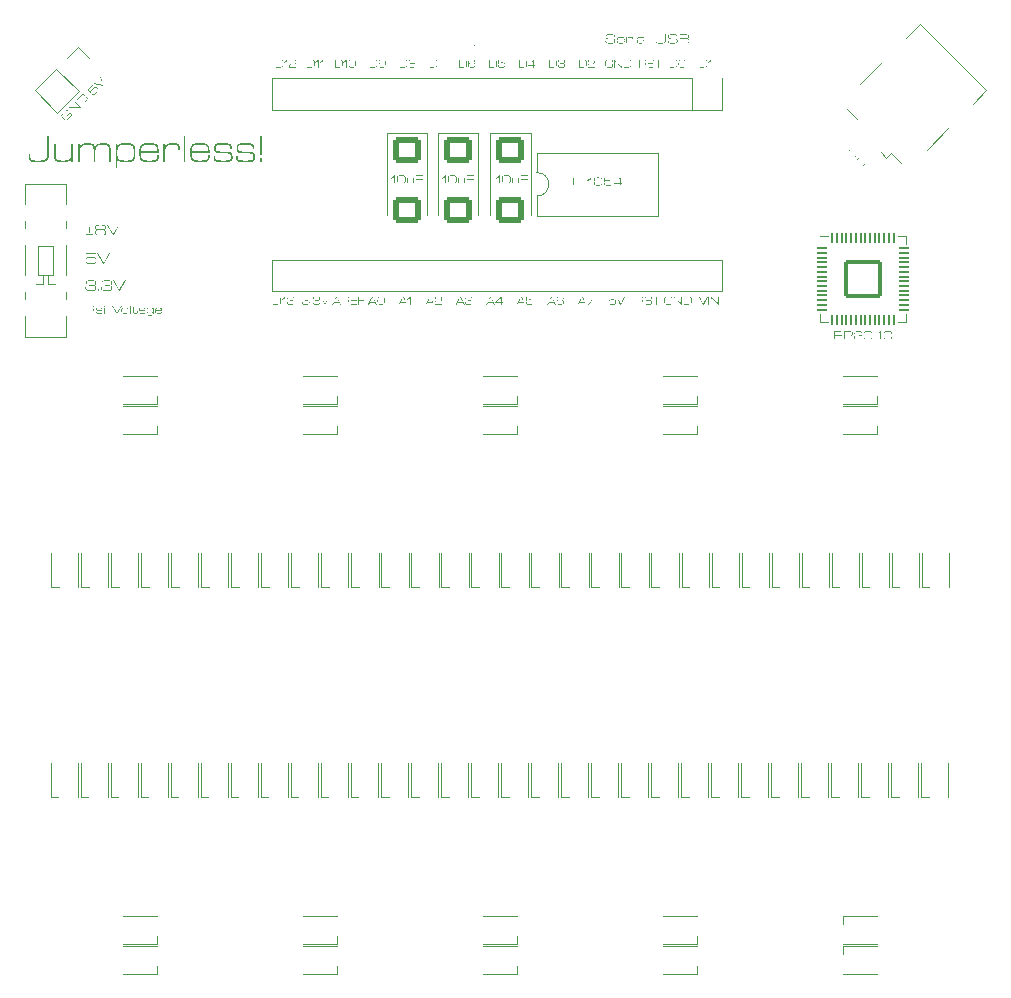
<source format=gto>
G04 #@! TF.GenerationSoftware,KiCad,Pcbnew,(7.0.0-rc1-358-g86c12d35b4)*
G04 #@! TF.CreationDate,2023-05-11T11:50:55-07:00*
G04 #@! TF.ProjectId,Jumperless2,4a756d70-6572-46c6-9573-73322e6b6963,rev?*
G04 #@! TF.SameCoordinates,Original*
G04 #@! TF.FileFunction,Legend,Top*
G04 #@! TF.FilePolarity,Positive*
%FSLAX46Y46*%
G04 Gerber Fmt 4.6, Leading zero omitted, Abs format (unit mm)*
G04 Created by KiCad (PCBNEW (7.0.0-rc1-358-g86c12d35b4)) date 2023-05-11 11:50:55*
%MOMM*%
%LPD*%
G01*
G04 APERTURE LIST*
G04 Aperture macros list*
%AMRoundRect*
0 Rectangle with rounded corners*
0 $1 Rounding radius*
0 $2 $3 $4 $5 $6 $7 $8 $9 X,Y pos of 4 corners*
0 Add a 4 corners polygon primitive as box body*
4,1,4,$2,$3,$4,$5,$6,$7,$8,$9,$2,$3,0*
0 Add four circle primitives for the rounded corners*
1,1,$1+$1,$2,$3*
1,1,$1+$1,$4,$5*
1,1,$1+$1,$6,$7*
1,1,$1+$1,$8,$9*
0 Add four rect primitives between the rounded corners*
20,1,$1+$1,$2,$3,$4,$5,0*
20,1,$1+$1,$4,$5,$6,$7,0*
20,1,$1+$1,$6,$7,$8,$9,0*
20,1,$1+$1,$8,$9,$2,$3,0*%
%AMHorizOval*
0 Thick line with rounded ends*
0 $1 width*
0 $2 $3 position (X,Y) of the first rounded end (center of the circle)*
0 $4 $5 position (X,Y) of the second rounded end (center of the circle)*
0 Add line between two ends*
20,1,$1,$2,$3,$4,$5,0*
0 Add two circle primitives to create the rounded ends*
1,1,$1,$2,$3*
1,1,$1,$4,$5*%
%AMRotRect*
0 Rectangle, with rotation*
0 The origin of the aperture is its center*
0 $1 length*
0 $2 width*
0 $3 Rotation angle, in degrees counterclockwise*
0 Add horizontal line*
21,1,$1,$2,0,0,$3*%
G04 Aperture macros list end*
%ADD10C,0.300000*%
%ADD11C,0.120000*%
%ADD12C,0.100000*%
%ADD13C,0.114000*%
%ADD14C,0.150000*%
%ADD15O,1.100000X1.400000*%
%ADD16O,1.100000X1.000000*%
%ADD17R,0.700000X0.700000*%
%ADD18R,1.600000X1.600000*%
%ADD19O,1.600000X1.600000*%
%ADD20C,0.900000*%
%ADD21RotRect,0.500000X2.500000X135.000000*%
%ADD22RotRect,2.000000X2.500000X135.000000*%
%ADD23RoundRect,0.250000X-0.925000X0.875000X-0.925000X-0.875000X0.925000X-0.875000X0.925000X0.875000X0*%
%ADD24C,1.400000*%
%ADD25RoundRect,0.140000X-0.021213X0.219203X-0.219203X0.021213X0.021213X-0.219203X0.219203X-0.021213X0*%
%ADD26RotRect,1.700000X1.700000X315.000000*%
%ADD27HorizOval,1.700000X0.000000X0.000000X0.000000X0.000000X0*%
%ADD28R,1.500000X1.500000*%
%ADD29RoundRect,0.050000X-0.387500X-0.050000X0.387500X-0.050000X0.387500X0.050000X-0.387500X0.050000X0*%
%ADD30RoundRect,0.050000X-0.050000X-0.387500X0.050000X-0.387500X0.050000X0.387500X-0.050000X0.387500X0*%
%ADD31RoundRect,0.144000X-1.456000X-1.456000X1.456000X-1.456000X1.456000X1.456000X-1.456000X1.456000X0*%
G04 APERTURE END LIST*
D10*
G36*
X36706172Y-116611952D02*
G01*
X36675603Y-116611869D01*
X36645813Y-116611619D01*
X36616802Y-116611202D01*
X36588569Y-116610618D01*
X36561115Y-116609867D01*
X36534439Y-116608950D01*
X36508541Y-116607866D01*
X36483422Y-116606615D01*
X36459082Y-116605198D01*
X36435520Y-116603613D01*
X36412737Y-116601862D01*
X36390732Y-116599944D01*
X36369506Y-116597860D01*
X36349058Y-116595608D01*
X36329389Y-116593190D01*
X36310498Y-116590605D01*
X36283443Y-116586188D01*
X36257599Y-116580941D01*
X36232965Y-116574865D01*
X36209542Y-116567959D01*
X36187330Y-116560224D01*
X36166328Y-116551660D01*
X36146538Y-116542265D01*
X36127957Y-116532042D01*
X36110588Y-116520989D01*
X36089312Y-116504961D01*
X36084330Y-116500724D01*
X36065523Y-116482502D01*
X36048426Y-116462384D01*
X36033039Y-116440370D01*
X36019361Y-116416460D01*
X36007393Y-116390654D01*
X35999539Y-116370056D01*
X35992647Y-116348391D01*
X35986716Y-116325659D01*
X35981748Y-116301861D01*
X35977470Y-116276794D01*
X35973613Y-116250256D01*
X35970177Y-116222247D01*
X35967162Y-116192766D01*
X35964567Y-116161814D01*
X35962393Y-116129390D01*
X35961178Y-116106957D01*
X35960149Y-116083870D01*
X35959308Y-116060130D01*
X35958653Y-116035735D01*
X35958186Y-116010686D01*
X35957905Y-115984983D01*
X35957812Y-115958627D01*
X35957812Y-115892901D01*
X36104357Y-115892901D01*
X36104357Y-115936718D01*
X36104491Y-115969461D01*
X36104890Y-116000910D01*
X36105555Y-116031066D01*
X36106487Y-116059928D01*
X36107685Y-116087496D01*
X36109149Y-116113771D01*
X36110879Y-116138752D01*
X36112875Y-116162440D01*
X36115138Y-116184834D01*
X36118569Y-116212681D01*
X36119501Y-116219283D01*
X36124111Y-116244641D01*
X36130125Y-116268472D01*
X36137544Y-116290775D01*
X36146367Y-116311552D01*
X36156595Y-116330801D01*
X36171354Y-116352714D01*
X36188308Y-116372241D01*
X36195704Y-116379384D01*
X36211786Y-116392550D01*
X36229746Y-116404523D01*
X36249583Y-116415301D01*
X36271297Y-116424886D01*
X36294890Y-116433278D01*
X36320360Y-116440475D01*
X36340694Y-116445090D01*
X36362085Y-116449033D01*
X36376933Y-116451289D01*
X36400411Y-116454301D01*
X36425419Y-116457016D01*
X36451954Y-116459436D01*
X36480018Y-116461559D01*
X36499577Y-116462810D01*
X36519815Y-116463929D01*
X36540732Y-116464916D01*
X36562328Y-116465772D01*
X36584604Y-116466496D01*
X36607559Y-116467089D01*
X36631193Y-116467549D01*
X36655507Y-116467879D01*
X36680500Y-116468076D01*
X36706172Y-116468142D01*
X36779445Y-116468142D01*
X36811378Y-116468072D01*
X36842452Y-116467861D01*
X36872667Y-116467510D01*
X36902024Y-116467018D01*
X36930522Y-116466386D01*
X36958162Y-116465614D01*
X36984943Y-116464701D01*
X37010865Y-116463648D01*
X37035928Y-116462454D01*
X37060133Y-116461120D01*
X37083479Y-116459645D01*
X37105967Y-116458030D01*
X37127596Y-116456275D01*
X37148366Y-116454379D01*
X37168277Y-116452342D01*
X37187330Y-116450166D01*
X37214609Y-116446296D01*
X37240573Y-116441430D01*
X37265224Y-116435566D01*
X37288561Y-116428705D01*
X37310585Y-116420846D01*
X37331294Y-116411990D01*
X37350690Y-116402137D01*
X37368772Y-116391286D01*
X37385541Y-116379438D01*
X37405855Y-116362090D01*
X37410568Y-116357475D01*
X37428390Y-116337542D01*
X37444487Y-116315379D01*
X37458860Y-116290986D01*
X37468507Y-116271228D01*
X37477184Y-116250217D01*
X37484890Y-116227951D01*
X37491626Y-116204431D01*
X37497392Y-116179657D01*
X37502188Y-116153629D01*
X37504846Y-116135581D01*
X37508425Y-116107087D01*
X37511652Y-116076590D01*
X37514527Y-116044087D01*
X37516249Y-116021305D01*
X37517813Y-115997632D01*
X37519221Y-115973069D01*
X37520473Y-115947614D01*
X37521569Y-115921268D01*
X37522507Y-115894032D01*
X37523290Y-115865904D01*
X37523916Y-115836886D01*
X37524385Y-115806977D01*
X37524698Y-115776177D01*
X37524854Y-115744485D01*
X37524874Y-115728306D01*
X37524874Y-114382894D01*
X37676793Y-114382894D01*
X37676793Y-115727182D01*
X37676749Y-115750930D01*
X37676617Y-115774282D01*
X37676398Y-115797240D01*
X37676091Y-115819802D01*
X37675465Y-115852905D01*
X37674642Y-115885120D01*
X37673622Y-115916446D01*
X37672404Y-115946883D01*
X37670989Y-115976431D01*
X37669376Y-116005090D01*
X37667566Y-116032861D01*
X37665558Y-116059743D01*
X37663254Y-116085811D01*
X37660555Y-116111138D01*
X37657461Y-116135724D01*
X37653971Y-116159570D01*
X37650087Y-116182675D01*
X37645808Y-116205039D01*
X37639489Y-116233706D01*
X37632467Y-116261057D01*
X37624742Y-116287091D01*
X37620617Y-116299614D01*
X37611748Y-116323621D01*
X37601994Y-116346486D01*
X37591354Y-116368210D01*
X37579829Y-116388793D01*
X37567418Y-116408236D01*
X37554122Y-116426537D01*
X37539941Y-116443697D01*
X37524874Y-116459715D01*
X37508792Y-116474734D01*
X37491565Y-116488892D01*
X37473194Y-116502190D01*
X37453677Y-116514627D01*
X37433016Y-116526205D01*
X37411209Y-116536922D01*
X37388258Y-116546779D01*
X37364162Y-116555776D01*
X37345353Y-116561898D01*
X37325745Y-116567626D01*
X37305339Y-116572958D01*
X37284134Y-116577895D01*
X37262131Y-116582438D01*
X37239329Y-116586585D01*
X37215729Y-116590338D01*
X37191330Y-116593695D01*
X37166132Y-116596657D01*
X37140136Y-116599225D01*
X37122362Y-116600717D01*
X37095075Y-116602725D01*
X37066886Y-116604535D01*
X37037796Y-116606148D01*
X37017902Y-116607113D01*
X36997607Y-116607991D01*
X36976911Y-116608781D01*
X36955814Y-116609483D01*
X36934317Y-116610098D01*
X36912419Y-116610624D01*
X36890121Y-116611063D01*
X36867421Y-116611414D01*
X36844321Y-116611678D01*
X36820821Y-116611853D01*
X36796919Y-116611941D01*
X36784818Y-116611952D01*
X36706172Y-116611952D01*
G37*
G36*
X39709382Y-116576000D02*
G01*
X39565767Y-116576000D01*
X39565767Y-116261976D01*
X39562836Y-116261976D01*
X39554898Y-116283525D01*
X39546472Y-116304354D01*
X39537557Y-116324463D01*
X39525727Y-116348588D01*
X39513133Y-116371587D01*
X39499776Y-116393463D01*
X39485655Y-116414213D01*
X39470355Y-116433894D01*
X39453455Y-116452560D01*
X39434958Y-116470211D01*
X39419010Y-116483601D01*
X39402039Y-116496341D01*
X39384045Y-116508432D01*
X39365029Y-116519874D01*
X39360115Y-116522632D01*
X39339812Y-116533253D01*
X39318227Y-116543207D01*
X39295360Y-116552493D01*
X39271210Y-116561113D01*
X39252257Y-116567140D01*
X39232582Y-116572791D01*
X39212186Y-116578068D01*
X39191068Y-116582969D01*
X39169229Y-116587495D01*
X39161789Y-116588920D01*
X39138843Y-116593036D01*
X39114883Y-116596747D01*
X39089910Y-116600054D01*
X39063924Y-116602955D01*
X39036925Y-116605452D01*
X39008913Y-116607544D01*
X38979887Y-116609230D01*
X38959973Y-116610130D01*
X38939610Y-116610850D01*
X38918795Y-116611390D01*
X38897531Y-116611750D01*
X38875816Y-116611930D01*
X38864790Y-116611952D01*
X38817407Y-116611952D01*
X38791611Y-116611831D01*
X38766368Y-116611469D01*
X38741678Y-116610866D01*
X38717542Y-116610021D01*
X38693959Y-116608935D01*
X38670930Y-116607607D01*
X38648454Y-116606038D01*
X38626531Y-116604228D01*
X38605162Y-116602176D01*
X38584346Y-116599883D01*
X38564083Y-116597349D01*
X38544374Y-116594573D01*
X38515848Y-116589956D01*
X38488566Y-116584797D01*
X38471071Y-116581055D01*
X38445744Y-116574882D01*
X38421423Y-116567948D01*
X38398106Y-116560254D01*
X38375793Y-116551800D01*
X38354485Y-116542585D01*
X38334182Y-116532610D01*
X38314884Y-116521875D01*
X38296590Y-116510379D01*
X38279300Y-116498123D01*
X38263016Y-116485107D01*
X38252718Y-116476006D01*
X38233438Y-116456468D01*
X38215654Y-116435209D01*
X38199366Y-116412229D01*
X38184574Y-116387530D01*
X38174462Y-116367876D01*
X38165191Y-116347254D01*
X38156762Y-116325665D01*
X38149174Y-116303108D01*
X38142428Y-116279583D01*
X38140366Y-116271526D01*
X38134604Y-116246598D01*
X38129409Y-116220474D01*
X38124781Y-116193156D01*
X38120720Y-116164643D01*
X38117225Y-116134935D01*
X38114297Y-116104032D01*
X38111935Y-116071935D01*
X38110141Y-116038642D01*
X38109259Y-116015784D01*
X38108630Y-115992394D01*
X38108252Y-115968473D01*
X38108126Y-115944021D01*
X38108126Y-115030040D01*
X38251741Y-115030040D01*
X38251741Y-115867622D01*
X38251823Y-115890119D01*
X38252253Y-115922909D01*
X38253053Y-115954554D01*
X38254223Y-115985054D01*
X38255761Y-116014408D01*
X38257669Y-116042616D01*
X38259946Y-116069679D01*
X38262592Y-116095597D01*
X38265607Y-116120369D01*
X38268992Y-116143996D01*
X38272745Y-116166478D01*
X38278661Y-116194908D01*
X38285904Y-116221776D01*
X38294475Y-116247081D01*
X38304375Y-116270824D01*
X38315602Y-116293005D01*
X38328158Y-116313623D01*
X38342042Y-116332679D01*
X38357254Y-116350173D01*
X38373961Y-116366112D01*
X38392333Y-116380788D01*
X38412368Y-116394200D01*
X38434068Y-116406348D01*
X38457431Y-116417232D01*
X38476046Y-116424566D01*
X38495596Y-116431189D01*
X38516082Y-116437100D01*
X38537505Y-116442301D01*
X38560073Y-116446919D01*
X38583999Y-116451083D01*
X38609281Y-116454792D01*
X38635919Y-116458048D01*
X38663915Y-116460849D01*
X38693267Y-116463196D01*
X38713589Y-116464508D01*
X38734513Y-116465618D01*
X38756041Y-116466527D01*
X38778172Y-116467233D01*
X38800905Y-116467738D01*
X38824242Y-116468041D01*
X38848182Y-116468142D01*
X38896053Y-116468142D01*
X38917009Y-116468048D01*
X38937620Y-116467764D01*
X38957889Y-116467293D01*
X38977814Y-116466632D01*
X38997395Y-116465783D01*
X39026123Y-116464155D01*
X39054078Y-116462103D01*
X39081261Y-116459626D01*
X39107671Y-116456725D01*
X39133307Y-116453398D01*
X39158172Y-116449648D01*
X39182263Y-116445472D01*
X39190122Y-116443986D01*
X39213213Y-116439016D01*
X39235591Y-116433374D01*
X39257256Y-116427061D01*
X39278209Y-116420076D01*
X39298450Y-116412420D01*
X39317977Y-116404093D01*
X39336792Y-116395093D01*
X39354894Y-116385423D01*
X39372283Y-116375081D01*
X39394361Y-116360247D01*
X39399682Y-116356352D01*
X39420122Y-116339727D01*
X39439188Y-116321593D01*
X39456881Y-116301949D01*
X39473199Y-116280795D01*
X39488144Y-116258132D01*
X39501714Y-116233959D01*
X39513911Y-116208276D01*
X39524734Y-116181083D01*
X39532067Y-116159464D01*
X39538679Y-116136739D01*
X39544570Y-116112909D01*
X39549739Y-116087972D01*
X39554187Y-116061929D01*
X39557913Y-116034780D01*
X39560919Y-116006526D01*
X39563203Y-115977165D01*
X39564765Y-115946698D01*
X39565607Y-115915126D01*
X39565767Y-115893463D01*
X39565767Y-115030040D01*
X39709382Y-115030040D01*
X39709382Y-116576000D01*
G37*
G36*
X42904567Y-116576000D02*
G01*
X42760952Y-116576000D01*
X42760952Y-115712577D01*
X42760874Y-115690093D01*
X42760463Y-115657372D01*
X42759700Y-115625855D01*
X42758585Y-115595543D01*
X42757119Y-115566436D01*
X42755300Y-115538533D01*
X42753129Y-115511836D01*
X42750606Y-115486343D01*
X42747730Y-115462054D01*
X42744503Y-115438971D01*
X42740924Y-115417092D01*
X42735467Y-115389530D01*
X42728865Y-115363584D01*
X42721118Y-115339253D01*
X42712226Y-115316537D01*
X42702189Y-115295436D01*
X42691007Y-115275950D01*
X42678680Y-115258079D01*
X42665209Y-115241823D01*
X42650455Y-115227015D01*
X42634282Y-115213489D01*
X42616688Y-115201245D01*
X42597676Y-115190282D01*
X42577243Y-115180600D01*
X42555391Y-115172200D01*
X42532119Y-115165081D01*
X42507428Y-115159244D01*
X42487923Y-115155430D01*
X42467328Y-115151990D01*
X42445643Y-115148925D01*
X42422867Y-115146236D01*
X42399000Y-115143922D01*
X42374043Y-115141984D01*
X42347995Y-115140420D01*
X42320857Y-115139232D01*
X42292628Y-115138419D01*
X42263309Y-115137981D01*
X42243157Y-115137898D01*
X42195286Y-115137898D01*
X42168641Y-115138154D01*
X42142564Y-115138925D01*
X42117053Y-115140208D01*
X42092108Y-115142005D01*
X42067731Y-115144316D01*
X42043920Y-115147140D01*
X42020676Y-115150478D01*
X41997998Y-115154329D01*
X41975888Y-115158694D01*
X41954344Y-115163572D01*
X41940296Y-115167109D01*
X41919835Y-115172932D01*
X41900036Y-115179446D01*
X41880898Y-115186651D01*
X41862421Y-115194547D01*
X41838813Y-115206151D01*
X41816381Y-115218984D01*
X41795124Y-115233045D01*
X41775043Y-115248336D01*
X41756137Y-115264855D01*
X41738483Y-115282586D01*
X41721912Y-115301791D01*
X41706426Y-115322470D01*
X41692023Y-115344625D01*
X41678704Y-115368254D01*
X41666469Y-115393357D01*
X41655318Y-115419936D01*
X41647666Y-115440837D01*
X41645251Y-115447988D01*
X41638441Y-115470109D01*
X41632302Y-115493287D01*
X41626832Y-115517521D01*
X41622032Y-115542811D01*
X41617902Y-115569159D01*
X41614442Y-115596562D01*
X41611651Y-115625023D01*
X41609530Y-115654540D01*
X41608079Y-115685114D01*
X41607298Y-115716744D01*
X41607149Y-115738418D01*
X41607149Y-116576000D01*
X41463534Y-116576000D01*
X41463534Y-115709206D01*
X41463446Y-115685974D01*
X41463183Y-115663326D01*
X41462459Y-115630448D01*
X41461340Y-115598884D01*
X41459826Y-115568633D01*
X41457916Y-115539695D01*
X41455612Y-115512071D01*
X41452913Y-115485760D01*
X41449819Y-115460762D01*
X41446330Y-115437078D01*
X41442446Y-115414707D01*
X41441064Y-115407542D01*
X41434897Y-115379884D01*
X41427630Y-115353929D01*
X41419265Y-115329677D01*
X41409801Y-115307127D01*
X41399237Y-115286281D01*
X41387575Y-115267137D01*
X41374813Y-115249696D01*
X41360952Y-115233958D01*
X41345878Y-115219590D01*
X41329475Y-115206537D01*
X41311745Y-115194802D01*
X41292686Y-115184383D01*
X41272300Y-115175281D01*
X41250585Y-115167495D01*
X41227542Y-115161026D01*
X41203171Y-115155874D01*
X41177396Y-115151661D01*
X41156932Y-115148869D01*
X41135499Y-115146394D01*
X41113095Y-115144235D01*
X41089720Y-115142392D01*
X41065376Y-115140864D01*
X41040061Y-115139653D01*
X41013776Y-115138758D01*
X40986520Y-115138178D01*
X40958294Y-115137915D01*
X40948670Y-115137898D01*
X40906660Y-115137898D01*
X40880016Y-115138125D01*
X40853938Y-115138806D01*
X40828427Y-115139942D01*
X40803483Y-115141531D01*
X40779105Y-115143576D01*
X40755295Y-115146074D01*
X40732051Y-115149026D01*
X40709373Y-115152433D01*
X40687263Y-115156294D01*
X40665719Y-115160609D01*
X40651671Y-115163739D01*
X40631184Y-115168944D01*
X40611308Y-115174871D01*
X40592041Y-115181518D01*
X40573383Y-115188886D01*
X40549455Y-115199831D01*
X40526611Y-115212059D01*
X40504850Y-115225567D01*
X40484174Y-115240357D01*
X40464581Y-115256429D01*
X40446217Y-115273694D01*
X40428982Y-115292346D01*
X40412878Y-115312385D01*
X40397903Y-115333811D01*
X40384057Y-115356624D01*
X40371341Y-115380823D01*
X40359755Y-115406409D01*
X40349298Y-115433383D01*
X40342314Y-115454516D01*
X40336017Y-115476627D01*
X40330408Y-115499716D01*
X40325484Y-115523782D01*
X40321248Y-115548826D01*
X40317699Y-115574847D01*
X40314837Y-115601846D01*
X40312662Y-115629823D01*
X40311173Y-115658777D01*
X40310372Y-115688708D01*
X40310219Y-115709206D01*
X40310219Y-116576000D01*
X40166605Y-116576000D01*
X40166605Y-115030040D01*
X40310219Y-115030040D01*
X40310219Y-115340692D01*
X40313150Y-115340692D01*
X40322445Y-115316782D01*
X40332623Y-115293503D01*
X40343683Y-115270854D01*
X40355626Y-115248836D01*
X40368451Y-115227449D01*
X40382158Y-115206693D01*
X40387889Y-115198568D01*
X40403070Y-115178684D01*
X40419611Y-115159760D01*
X40437512Y-115141796D01*
X40456773Y-115124793D01*
X40473160Y-115111881D01*
X40490417Y-115099584D01*
X40508545Y-115087901D01*
X40527687Y-115076859D01*
X40547745Y-115066484D01*
X40568720Y-115056776D01*
X40590610Y-115047735D01*
X40613416Y-115039362D01*
X40637138Y-115031655D01*
X40661776Y-115024615D01*
X40687330Y-115018243D01*
X40707187Y-115013926D01*
X40727739Y-115010034D01*
X40748987Y-115006566D01*
X40770930Y-115003523D01*
X40793569Y-115000905D01*
X40816903Y-114998711D01*
X40840933Y-114996942D01*
X40865658Y-114995597D01*
X40891079Y-114994677D01*
X40917195Y-114994182D01*
X40934993Y-114994087D01*
X40977002Y-114994087D01*
X40998549Y-114994184D01*
X41019592Y-114994474D01*
X41040131Y-114994956D01*
X41060167Y-114995632D01*
X41079699Y-114996501D01*
X41108052Y-114998167D01*
X41135272Y-115000267D01*
X41161358Y-115002801D01*
X41186311Y-115005770D01*
X41210130Y-115009174D01*
X41232816Y-115013012D01*
X41254369Y-115017284D01*
X41261301Y-115018805D01*
X41281523Y-115023551D01*
X41300971Y-115028732D01*
X41325701Y-115036316D01*
X41349057Y-115044672D01*
X41371039Y-115053801D01*
X41391647Y-115063702D01*
X41410881Y-115074375D01*
X41428741Y-115085821D01*
X41437156Y-115091833D01*
X41456941Y-115107575D01*
X41475080Y-115124606D01*
X41491574Y-115142927D01*
X41506422Y-115162536D01*
X41519624Y-115183435D01*
X41531180Y-115205622D01*
X41535341Y-115214859D01*
X41545176Y-115238676D01*
X41554223Y-115263782D01*
X41562482Y-115290178D01*
X41568524Y-115312222D01*
X41574061Y-115335092D01*
X41579095Y-115358787D01*
X41583625Y-115383307D01*
X41584678Y-115389565D01*
X41587609Y-115389565D01*
X41594264Y-115365490D01*
X41602016Y-115341717D01*
X41610865Y-115318246D01*
X41620811Y-115295076D01*
X41631855Y-115272208D01*
X41643995Y-115249641D01*
X41649159Y-115240699D01*
X41663214Y-115218802D01*
X41678821Y-115197701D01*
X41692422Y-115181392D01*
X41707016Y-115165593D01*
X41722601Y-115150302D01*
X41739179Y-115135521D01*
X41756749Y-115121249D01*
X41765907Y-115114304D01*
X41785164Y-115100769D01*
X41805566Y-115087971D01*
X41827112Y-115075911D01*
X41849804Y-115064588D01*
X41873641Y-115054002D01*
X41892269Y-115046547D01*
X41911542Y-115039506D01*
X41931459Y-115032881D01*
X41952020Y-115026669D01*
X41973332Y-115020847D01*
X41995503Y-115015597D01*
X42018532Y-115010919D01*
X42042420Y-115006815D01*
X42067167Y-115003283D01*
X42092772Y-115000324D01*
X42119236Y-114997937D01*
X42146559Y-114996124D01*
X42174741Y-114994883D01*
X42203781Y-114994215D01*
X42223618Y-114994087D01*
X42274420Y-114994087D01*
X42297370Y-114994195D01*
X42319811Y-114994518D01*
X42341745Y-114995055D01*
X42363172Y-114995808D01*
X42384091Y-114996776D01*
X42404503Y-114997958D01*
X42424406Y-114999356D01*
X42453311Y-115001856D01*
X42481073Y-115004840D01*
X42507693Y-115008307D01*
X42533171Y-115012259D01*
X42557507Y-115016694D01*
X42580701Y-115021614D01*
X42602982Y-115027175D01*
X42624395Y-115033536D01*
X42644942Y-115040696D01*
X42664621Y-115048657D01*
X42683433Y-115057417D01*
X42701378Y-115066978D01*
X42723955Y-115080969D01*
X42744990Y-115096382D01*
X42764484Y-115113218D01*
X42773653Y-115122168D01*
X42790940Y-115141207D01*
X42806900Y-115161807D01*
X42821532Y-115183971D01*
X42834836Y-115207696D01*
X42846811Y-115232984D01*
X42857459Y-115259834D01*
X42864573Y-115280997D01*
X42870940Y-115303039D01*
X42874769Y-115318222D01*
X42880094Y-115341862D01*
X42884896Y-115366647D01*
X42889173Y-115392578D01*
X42892927Y-115419655D01*
X42896157Y-115447876D01*
X42898863Y-115477244D01*
X42901046Y-115507756D01*
X42902704Y-115539415D01*
X42903839Y-115572218D01*
X42904305Y-115594724D01*
X42904538Y-115617738D01*
X42904567Y-115629436D01*
X42904567Y-116576000D01*
G37*
G36*
X44264843Y-114994208D02*
G01*
X44293316Y-114994570D01*
X44321110Y-114995174D01*
X44348225Y-114996018D01*
X44374661Y-114997105D01*
X44400417Y-114998432D01*
X44425494Y-115000001D01*
X44449891Y-115001812D01*
X44473610Y-115003863D01*
X44496649Y-115006156D01*
X44519008Y-115008691D01*
X44540689Y-115011467D01*
X44561690Y-115014484D01*
X44582011Y-115017743D01*
X44601654Y-115021243D01*
X44620617Y-115024984D01*
X44648069Y-115031251D01*
X44674370Y-115038466D01*
X44699520Y-115046629D01*
X44723520Y-115055740D01*
X44746369Y-115065799D01*
X44768067Y-115076806D01*
X44788615Y-115088761D01*
X44808012Y-115101664D01*
X44826259Y-115115515D01*
X44843355Y-115130314D01*
X44854113Y-115140706D01*
X44869486Y-115157228D01*
X44883915Y-115174985D01*
X44897399Y-115193975D01*
X44909938Y-115214200D01*
X44921533Y-115235660D01*
X44932183Y-115258353D01*
X44941889Y-115282281D01*
X44950650Y-115307443D01*
X44958467Y-115333840D01*
X44965339Y-115361471D01*
X44969396Y-115380577D01*
X44974983Y-115410433D01*
X44980020Y-115441859D01*
X44984508Y-115474856D01*
X44987195Y-115497725D01*
X44989637Y-115521293D01*
X44991836Y-115545558D01*
X44993790Y-115570521D01*
X44995499Y-115596182D01*
X44996965Y-115622541D01*
X44998186Y-115649598D01*
X44999163Y-115677352D01*
X44999896Y-115705804D01*
X45000384Y-115734954D01*
X45000628Y-115764802D01*
X45000659Y-115779988D01*
X45000659Y-115822681D01*
X45000537Y-115852531D01*
X45000170Y-115881692D01*
X44999560Y-115910164D01*
X44998705Y-115937947D01*
X44997606Y-115965041D01*
X44996263Y-115991446D01*
X44994675Y-116017162D01*
X44992843Y-116042188D01*
X44990767Y-116066526D01*
X44988447Y-116090175D01*
X44985882Y-116113135D01*
X44983073Y-116135405D01*
X44978402Y-116167519D01*
X44973182Y-116198083D01*
X44969396Y-116217598D01*
X44963153Y-116245679D01*
X44955966Y-116272626D01*
X44947835Y-116298436D01*
X44938759Y-116323112D01*
X44928738Y-116346651D01*
X44917773Y-116369055D01*
X44905863Y-116390323D01*
X44893009Y-116410456D01*
X44879210Y-116429453D01*
X44864467Y-116447315D01*
X44854113Y-116458592D01*
X44837784Y-116474640D01*
X44820305Y-116489710D01*
X44801674Y-116503803D01*
X44781894Y-116516918D01*
X44760962Y-116529056D01*
X44738880Y-116540216D01*
X44715648Y-116550398D01*
X44691264Y-116559603D01*
X44665730Y-116567830D01*
X44639046Y-116575080D01*
X44620617Y-116579370D01*
X44591913Y-116585193D01*
X44571924Y-116588756D01*
X44551251Y-116592066D01*
X44529895Y-116595120D01*
X44507856Y-116597920D01*
X44485133Y-116600466D01*
X44461728Y-116602757D01*
X44437640Y-116604793D01*
X44412868Y-116606575D01*
X44387413Y-116608102D01*
X44361276Y-116609375D01*
X44334455Y-116610393D01*
X44306951Y-116611157D01*
X44278763Y-116611666D01*
X44249893Y-116611920D01*
X44235202Y-116611952D01*
X44181957Y-116611952D01*
X44161389Y-116611891D01*
X44141207Y-116611706D01*
X44121410Y-116611399D01*
X44092437Y-116610708D01*
X44064331Y-116609740D01*
X44037093Y-116608496D01*
X44010722Y-116606975D01*
X43985218Y-116605178D01*
X43960581Y-116603104D01*
X43936812Y-116600754D01*
X43913910Y-116598128D01*
X43899124Y-116596223D01*
X43877543Y-116593196D01*
X43856580Y-116589804D01*
X43836235Y-116586047D01*
X43816509Y-116581924D01*
X43791168Y-116575859D01*
X43766927Y-116569144D01*
X43743785Y-116561780D01*
X43721742Y-116553766D01*
X43700799Y-116545103D01*
X43680885Y-116535764D01*
X43661933Y-116525722D01*
X43643943Y-116514978D01*
X43626915Y-116503533D01*
X43606982Y-116488238D01*
X43588552Y-116471846D01*
X43571624Y-116454357D01*
X43568419Y-116450727D01*
X43553032Y-116431716D01*
X43538623Y-116411196D01*
X43525192Y-116389167D01*
X43512739Y-116365630D01*
X43503481Y-116345714D01*
X43494848Y-116324832D01*
X43486842Y-116302985D01*
X43481468Y-116302985D01*
X43481468Y-117115288D01*
X43337854Y-117115288D01*
X43337854Y-115819311D01*
X43478538Y-115819311D01*
X43478637Y-115845185D01*
X43478934Y-115870422D01*
X43479431Y-115895023D01*
X43480125Y-115918988D01*
X43481018Y-115942316D01*
X43482110Y-115965008D01*
X43484119Y-115997853D01*
X43486575Y-116029266D01*
X43489477Y-116059247D01*
X43492826Y-116087796D01*
X43496621Y-116114914D01*
X43500863Y-116140599D01*
X43503939Y-116156928D01*
X43509118Y-116180324D01*
X43515130Y-116202693D01*
X43521975Y-116224036D01*
X43532397Y-116250895D01*
X43544300Y-116275928D01*
X43557684Y-116299136D01*
X43572549Y-116320518D01*
X43588894Y-116340074D01*
X43602124Y-116353543D01*
X43621366Y-116369966D01*
X43642455Y-116384966D01*
X43665391Y-116398545D01*
X43683805Y-116407796D01*
X43703258Y-116416247D01*
X43723750Y-116423898D01*
X43745281Y-116430750D01*
X43767851Y-116436801D01*
X43791460Y-116442053D01*
X43807777Y-116445110D01*
X43833337Y-116449226D01*
X43860373Y-116452937D01*
X43888887Y-116456243D01*
X43908716Y-116458223D01*
X43929202Y-116460022D01*
X43950344Y-116461642D01*
X43972143Y-116463081D01*
X43994598Y-116464341D01*
X44017709Y-116465420D01*
X44041477Y-116466320D01*
X44065902Y-116467040D01*
X44090982Y-116467580D01*
X44116719Y-116467939D01*
X44143113Y-116468119D01*
X44156556Y-116468142D01*
X44215662Y-116468142D01*
X44241711Y-116468052D01*
X44267098Y-116467782D01*
X44291826Y-116467332D01*
X44315894Y-116466702D01*
X44339301Y-116465893D01*
X44362048Y-116464903D01*
X44384135Y-116463733D01*
X44405561Y-116462384D01*
X44426328Y-116460854D01*
X44446434Y-116459145D01*
X44475355Y-116456243D01*
X44502791Y-116452937D01*
X44528741Y-116449226D01*
X44553206Y-116445110D01*
X44576409Y-116440377D01*
X44598572Y-116434814D01*
X44619697Y-116428422D01*
X44639783Y-116421200D01*
X44658829Y-116413149D01*
X44676837Y-116404268D01*
X44699231Y-116391137D01*
X44719778Y-116376531D01*
X44738478Y-116360451D01*
X44747135Y-116351858D01*
X44763377Y-116333408D01*
X44778154Y-116313167D01*
X44791465Y-116291135D01*
X44803311Y-116267313D01*
X44813691Y-116241700D01*
X44822606Y-116214297D01*
X44828330Y-116192570D01*
X44833230Y-116169835D01*
X44836039Y-116154119D01*
X44839793Y-116129412D01*
X44843178Y-116103324D01*
X44846193Y-116075852D01*
X44848839Y-116046998D01*
X44851116Y-116016762D01*
X44853024Y-115985144D01*
X44854562Y-115952142D01*
X44855383Y-115929374D01*
X44856039Y-115905991D01*
X44856531Y-115881993D01*
X44856860Y-115857381D01*
X44857024Y-115832154D01*
X44857044Y-115819311D01*
X44857044Y-115776617D01*
X44856962Y-115751160D01*
X44856716Y-115726331D01*
X44856306Y-115702129D01*
X44855731Y-115678555D01*
X44854993Y-115655609D01*
X44853578Y-115622366D01*
X44851793Y-115590535D01*
X44849639Y-115560116D01*
X44847116Y-115531109D01*
X44844224Y-115503514D01*
X44840962Y-115477331D01*
X44837332Y-115452561D01*
X44836039Y-115444618D01*
X44831689Y-115421442D01*
X44826514Y-115399313D01*
X44818332Y-115371436D01*
X44808684Y-115345419D01*
X44797571Y-115321264D01*
X44784993Y-115298969D01*
X44770949Y-115278535D01*
X44755439Y-115259962D01*
X44747135Y-115251373D01*
X44729359Y-115235214D01*
X44709735Y-115220441D01*
X44688265Y-115207055D01*
X44664947Y-115195057D01*
X44646247Y-115186968D01*
X44626508Y-115179659D01*
X44605729Y-115173130D01*
X44583912Y-115167381D01*
X44561056Y-115162413D01*
X44553206Y-115160930D01*
X44528741Y-115156814D01*
X44502791Y-115153102D01*
X44475355Y-115149796D01*
X44446434Y-115146895D01*
X44426328Y-115145185D01*
X44405561Y-115143656D01*
X44384135Y-115142306D01*
X44362048Y-115141137D01*
X44339301Y-115140147D01*
X44315894Y-115139337D01*
X44291826Y-115138707D01*
X44267098Y-115138257D01*
X44241711Y-115137988D01*
X44215662Y-115137898D01*
X44156556Y-115137898D01*
X44129828Y-115137974D01*
X44103746Y-115138205D01*
X44078308Y-115138589D01*
X44053516Y-115139126D01*
X44029368Y-115139818D01*
X44005865Y-115140663D01*
X43983008Y-115141661D01*
X43960795Y-115142813D01*
X43939227Y-115144119D01*
X43918304Y-115145578D01*
X43898027Y-115147191D01*
X43878394Y-115148957D01*
X43850154Y-115151895D01*
X43823365Y-115155178D01*
X43806311Y-115157559D01*
X43781748Y-115161665D01*
X43758249Y-115166611D01*
X43735815Y-115172396D01*
X43714446Y-115179020D01*
X43694141Y-115186484D01*
X43674901Y-115194787D01*
X43656726Y-115203929D01*
X43634149Y-115217424D01*
X43613465Y-115232412D01*
X43599193Y-115244632D01*
X43581761Y-115262274D01*
X43565854Y-115281778D01*
X43551475Y-115303142D01*
X43538621Y-115326368D01*
X43527295Y-115351454D01*
X43517494Y-115378400D01*
X43511146Y-115399832D01*
X43505656Y-115422310D01*
X43502473Y-115437877D01*
X43498196Y-115462236D01*
X43494339Y-115488126D01*
X43490903Y-115515546D01*
X43487887Y-115544497D01*
X43485293Y-115574978D01*
X43483119Y-115606990D01*
X43481366Y-115640533D01*
X43480431Y-115663745D01*
X43479683Y-115687637D01*
X43479122Y-115712210D01*
X43478748Y-115737462D01*
X43478561Y-115763395D01*
X43478538Y-115776617D01*
X43478538Y-115819311D01*
X43337854Y-115819311D01*
X43337854Y-115030040D01*
X43478538Y-115030040D01*
X43478538Y-115281146D01*
X43484399Y-115281146D01*
X43494434Y-115256470D01*
X43505303Y-115233002D01*
X43517007Y-115210740D01*
X43529546Y-115189685D01*
X43542920Y-115169837D01*
X43557128Y-115151195D01*
X43563046Y-115144077D01*
X43578793Y-115127112D01*
X43596114Y-115111326D01*
X43615009Y-115096720D01*
X43635479Y-115083293D01*
X43657523Y-115071046D01*
X43676291Y-115062097D01*
X43691029Y-115055881D01*
X43711698Y-115048016D01*
X43733649Y-115040713D01*
X43756883Y-115033972D01*
X43781399Y-115027793D01*
X43800627Y-115023527D01*
X43820577Y-115019577D01*
X43841248Y-115015943D01*
X43862640Y-115012625D01*
X43884753Y-115009624D01*
X43892285Y-115008693D01*
X43915467Y-115006083D01*
X43939586Y-115003729D01*
X43964640Y-115001633D01*
X43990631Y-114999793D01*
X44017557Y-114998210D01*
X44045419Y-114996883D01*
X44074218Y-114995813D01*
X44093936Y-114995243D01*
X44114071Y-114994786D01*
X44134622Y-114994444D01*
X44155589Y-114994216D01*
X44176971Y-114994102D01*
X44187819Y-114994087D01*
X44235690Y-114994087D01*
X44264843Y-114994208D01*
G37*
G36*
X46226666Y-114994197D02*
G01*
X46255212Y-114994526D01*
X46283087Y-114995075D01*
X46310289Y-114995843D01*
X46336820Y-114996830D01*
X46362679Y-114998037D01*
X46387867Y-114999464D01*
X46412383Y-115001109D01*
X46436227Y-115002975D01*
X46459399Y-115005059D01*
X46481900Y-115007363D01*
X46503729Y-115009887D01*
X46524887Y-115012630D01*
X46545373Y-115015592D01*
X46565187Y-115018774D01*
X46584330Y-115022175D01*
X46611969Y-115027847D01*
X46638466Y-115034328D01*
X46663821Y-115041619D01*
X46688034Y-115049719D01*
X46711104Y-115058629D01*
X46733033Y-115068349D01*
X46753820Y-115078879D01*
X46773465Y-115090218D01*
X46791968Y-115102367D01*
X46809329Y-115115326D01*
X46820268Y-115124415D01*
X46835916Y-115138783D01*
X46850619Y-115154079D01*
X46864378Y-115170303D01*
X46877192Y-115187455D01*
X46889062Y-115205536D01*
X46899987Y-115224544D01*
X46909967Y-115244481D01*
X46919003Y-115265347D01*
X46927095Y-115287140D01*
X46934242Y-115309862D01*
X46938482Y-115325525D01*
X46944331Y-115349822D01*
X46949604Y-115375313D01*
X46954303Y-115401999D01*
X46958426Y-115429880D01*
X46961973Y-115458956D01*
X46964946Y-115489227D01*
X46967343Y-115520693D01*
X46969165Y-115553353D01*
X46970411Y-115587208D01*
X46970923Y-115610442D01*
X46971178Y-115634207D01*
X46971210Y-115646289D01*
X46971210Y-115820996D01*
X45476933Y-115820996D01*
X45476933Y-115856387D01*
X45477032Y-115879978D01*
X45477329Y-115903004D01*
X45478148Y-115936481D01*
X45479413Y-115968684D01*
X45481125Y-115999613D01*
X45483283Y-116029268D01*
X45485887Y-116057649D01*
X45488939Y-116084757D01*
X45492436Y-116110591D01*
X45496380Y-116135151D01*
X45500771Y-116158437D01*
X45502334Y-116165916D01*
X45507513Y-116187596D01*
X45515714Y-116215135D01*
X45525396Y-116241112D01*
X45536559Y-116265526D01*
X45549202Y-116288379D01*
X45563326Y-116309668D01*
X45578931Y-116329396D01*
X45596017Y-116347561D01*
X45600519Y-116351858D01*
X45619776Y-116368166D01*
X45640911Y-116383106D01*
X45663923Y-116396676D01*
X45682415Y-116405955D01*
X45701962Y-116414463D01*
X45722566Y-116422202D01*
X45744226Y-116429170D01*
X45766942Y-116435368D01*
X45790714Y-116440796D01*
X45807149Y-116443986D01*
X45833000Y-116448303D01*
X45860363Y-116452195D01*
X45889237Y-116455663D01*
X45909326Y-116457739D01*
X45930087Y-116459626D01*
X45951519Y-116461325D01*
X45973623Y-116462834D01*
X45996399Y-116464155D01*
X46019846Y-116465288D01*
X46043965Y-116466231D01*
X46068756Y-116466986D01*
X46094218Y-116467552D01*
X46120352Y-116467930D01*
X46147158Y-116468118D01*
X46160812Y-116468142D01*
X46214057Y-116468142D01*
X46238734Y-116468069D01*
X46262814Y-116467852D01*
X46286300Y-116467490D01*
X46309190Y-116466983D01*
X46331485Y-116466332D01*
X46353184Y-116465535D01*
X46374288Y-116464594D01*
X46394797Y-116463507D01*
X46414711Y-116462276D01*
X46443464Y-116460158D01*
X46470879Y-116457714D01*
X46496954Y-116454944D01*
X46521689Y-116451849D01*
X46537435Y-116449604D01*
X46560201Y-116445791D01*
X46581971Y-116441513D01*
X46602745Y-116436772D01*
X46622523Y-116431566D01*
X46647344Y-116423903D01*
X46670395Y-116415416D01*
X46691674Y-116406103D01*
X46711183Y-116395965D01*
X46728921Y-116385002D01*
X46748926Y-116369825D01*
X46766808Y-116353084D01*
X46782567Y-116334781D01*
X46796203Y-116314913D01*
X46807716Y-116293483D01*
X46817106Y-116270488D01*
X46820268Y-116260853D01*
X46827164Y-116235450D01*
X46832891Y-116208045D01*
X46836631Y-116184680D01*
X46839623Y-116160033D01*
X46841866Y-116134104D01*
X46843362Y-116106894D01*
X46844110Y-116078402D01*
X46844204Y-116063676D01*
X46844204Y-116036711D01*
X46982445Y-116036711D01*
X46982445Y-116070417D01*
X46982123Y-116099942D01*
X46981157Y-116128480D01*
X46979547Y-116156030D01*
X46977293Y-116182593D01*
X46974395Y-116208168D01*
X46970853Y-116232756D01*
X46966667Y-116256357D01*
X46961837Y-116278970D01*
X46956363Y-116300595D01*
X46948063Y-116327893D01*
X46945809Y-116334443D01*
X46935833Y-116359643D01*
X46924224Y-116383562D01*
X46910981Y-116406199D01*
X46896106Y-116427555D01*
X46879596Y-116447629D01*
X46861454Y-116466421D01*
X46841678Y-116483933D01*
X46820268Y-116500162D01*
X46803192Y-116511423D01*
X46785120Y-116522031D01*
X46766052Y-116531988D01*
X46745988Y-116541293D01*
X46724928Y-116549947D01*
X46702871Y-116557949D01*
X46679819Y-116565299D01*
X46655771Y-116571997D01*
X46630726Y-116578044D01*
X46604686Y-116583438D01*
X46586772Y-116586673D01*
X46559004Y-116591191D01*
X46529923Y-116595264D01*
X46509805Y-116597733D01*
X46489103Y-116600004D01*
X46467818Y-116602077D01*
X46445949Y-116603954D01*
X46423496Y-116605632D01*
X46400459Y-116607113D01*
X46376838Y-116608397D01*
X46352633Y-116609483D01*
X46327844Y-116610372D01*
X46302471Y-116611063D01*
X46276515Y-116611557D01*
X46249974Y-116611853D01*
X46222850Y-116611952D01*
X46160812Y-116611952D01*
X46129183Y-116611825D01*
X46098286Y-116611443D01*
X46068122Y-116610807D01*
X46038691Y-116609916D01*
X46009993Y-116608770D01*
X45982027Y-116607370D01*
X45954794Y-116605716D01*
X45928293Y-116603807D01*
X45902526Y-116601643D01*
X45877491Y-116599225D01*
X45853189Y-116596552D01*
X45829619Y-116593625D01*
X45806782Y-116590443D01*
X45784678Y-116587006D01*
X45763307Y-116583316D01*
X45742669Y-116579370D01*
X45722736Y-116575080D01*
X45703361Y-116570356D01*
X45675343Y-116562454D01*
X45648578Y-116553575D01*
X45623067Y-116543719D01*
X45598810Y-116532885D01*
X45575806Y-116521073D01*
X45554056Y-116508283D01*
X45533560Y-116494517D01*
X45514317Y-116479772D01*
X45496328Y-116464050D01*
X45490610Y-116458592D01*
X45474251Y-116441487D01*
X45458880Y-116423247D01*
X45444495Y-116403872D01*
X45431099Y-116383360D01*
X45418690Y-116361713D01*
X45407268Y-116338931D01*
X45396834Y-116315013D01*
X45387387Y-116289959D01*
X45378928Y-116263770D01*
X45371456Y-116236445D01*
X45367023Y-116217598D01*
X45361000Y-116188038D01*
X45355569Y-116156868D01*
X45350730Y-116124089D01*
X45347833Y-116101343D01*
X45345200Y-116077880D01*
X45342830Y-116053703D01*
X45340724Y-116028810D01*
X45338880Y-116003202D01*
X45337300Y-115976878D01*
X45335984Y-115949839D01*
X45334931Y-115922085D01*
X45334141Y-115893615D01*
X45333614Y-115864430D01*
X45333351Y-115834529D01*
X45333318Y-115819311D01*
X45333318Y-115779988D01*
X45333449Y-115749389D01*
X45333844Y-115719528D01*
X45334503Y-115690405D01*
X45334932Y-115677186D01*
X45479863Y-115677186D01*
X46830526Y-115677186D01*
X46830526Y-115623819D01*
X46830329Y-115596787D01*
X46829736Y-115570673D01*
X46828749Y-115545478D01*
X46827366Y-115521201D01*
X46825589Y-115497843D01*
X46823417Y-115475403D01*
X46819906Y-115446911D01*
X46815692Y-115420052D01*
X46810777Y-115394825D01*
X46808056Y-115382824D01*
X46801729Y-115359713D01*
X46793982Y-115337849D01*
X46784815Y-115317230D01*
X46774228Y-115297858D01*
X46762222Y-115279733D01*
X46748797Y-115262854D01*
X46733951Y-115247221D01*
X46717686Y-115232835D01*
X46699933Y-115219625D01*
X46680378Y-115207521D01*
X46659022Y-115196522D01*
X46635865Y-115186630D01*
X46610906Y-115177844D01*
X46591005Y-115171980D01*
X46570091Y-115166738D01*
X46548164Y-115162119D01*
X46525223Y-115158121D01*
X46501041Y-115154507D01*
X46475392Y-115151248D01*
X46448273Y-115148345D01*
X46419687Y-115145797D01*
X46399814Y-115144296D01*
X46379288Y-115142953D01*
X46358109Y-115141768D01*
X46336278Y-115140742D01*
X46313794Y-115139873D01*
X46290658Y-115139162D01*
X46266869Y-115138609D01*
X46242428Y-115138214D01*
X46217334Y-115137977D01*
X46191587Y-115137898D01*
X46146646Y-115137898D01*
X46119936Y-115137983D01*
X46093905Y-115138240D01*
X46068554Y-115138668D01*
X46043881Y-115139267D01*
X46019888Y-115140037D01*
X45996574Y-115140979D01*
X45973940Y-115142091D01*
X45951985Y-115143375D01*
X45930709Y-115144830D01*
X45910112Y-115146456D01*
X45890195Y-115148253D01*
X45861593Y-115151270D01*
X45834519Y-115154671D01*
X45808974Y-115158458D01*
X45800799Y-115159806D01*
X45777055Y-115164135D01*
X45754368Y-115169115D01*
X45732736Y-115174747D01*
X45712161Y-115181030D01*
X45692642Y-115187965D01*
X45674180Y-115195552D01*
X45651206Y-115206682D01*
X45630109Y-115218971D01*
X45610890Y-115232418D01*
X45601985Y-115239576D01*
X45585445Y-115254779D01*
X45570264Y-115271456D01*
X45556441Y-115289608D01*
X45543977Y-115309234D01*
X45532872Y-115330335D01*
X45523125Y-115352911D01*
X45514737Y-115376961D01*
X45507707Y-115402486D01*
X45501822Y-115429758D01*
X45496625Y-115459048D01*
X45493177Y-115482341D01*
X45490116Y-115506769D01*
X45487441Y-115532333D01*
X45485153Y-115559032D01*
X45483251Y-115586867D01*
X45481735Y-115615838D01*
X45480606Y-115645944D01*
X45479863Y-115677186D01*
X45334932Y-115677186D01*
X45335424Y-115662018D01*
X45336609Y-115634369D01*
X45338058Y-115607458D01*
X45339769Y-115581283D01*
X45341744Y-115555846D01*
X45343982Y-115531146D01*
X45346484Y-115507184D01*
X45349249Y-115483958D01*
X45352277Y-115461471D01*
X45357313Y-115429121D01*
X45362942Y-115398431D01*
X45367023Y-115378892D01*
X45373837Y-115350729D01*
X45381638Y-115323752D01*
X45390426Y-115297959D01*
X45400202Y-115273352D01*
X45410965Y-115249929D01*
X45422716Y-115227691D01*
X45435455Y-115206638D01*
X45449180Y-115186771D01*
X45463894Y-115168088D01*
X45479594Y-115150590D01*
X45490610Y-115139583D01*
X45508130Y-115123866D01*
X45526800Y-115109156D01*
X45546621Y-115095453D01*
X45567592Y-115082758D01*
X45589715Y-115071069D01*
X45612987Y-115060388D01*
X45637411Y-115050714D01*
X45662984Y-115042048D01*
X45689709Y-115034388D01*
X45717584Y-115027736D01*
X45736807Y-115023861D01*
X45756694Y-115020255D01*
X45777275Y-115016883D01*
X45798551Y-115013742D01*
X45820521Y-115010835D01*
X45843186Y-115008160D01*
X45866546Y-115005718D01*
X45890600Y-115003508D01*
X45915348Y-115001531D01*
X45940792Y-114999786D01*
X45966929Y-114998274D01*
X45993762Y-114996995D01*
X46021289Y-114995948D01*
X46049510Y-114995134D01*
X46078426Y-114994553D01*
X46108037Y-114994204D01*
X46138342Y-114994087D01*
X46197449Y-114994087D01*
X46226666Y-114994197D01*
G37*
G36*
X47518314Y-116576000D02*
G01*
X47374699Y-116576000D01*
X47374699Y-115030040D01*
X47515383Y-115030040D01*
X47515383Y-115354175D01*
X47521245Y-115354175D01*
X47529206Y-115331783D01*
X47537701Y-115310112D01*
X47546730Y-115289160D01*
X47556294Y-115268928D01*
X47566392Y-115249415D01*
X47579766Y-115226037D01*
X47593974Y-115203784D01*
X47599891Y-115195197D01*
X47615471Y-115174504D01*
X47632292Y-115154908D01*
X47650352Y-115136410D01*
X47665694Y-115122401D01*
X47681829Y-115109094D01*
X47698758Y-115096490D01*
X47716481Y-115084588D01*
X47721036Y-115081722D01*
X47739835Y-115070732D01*
X47759596Y-115060515D01*
X47780318Y-115051071D01*
X47802002Y-115042399D01*
X47824648Y-115034499D01*
X47848256Y-115027372D01*
X47872825Y-115021017D01*
X47898356Y-115015434D01*
X47918208Y-115011619D01*
X47938748Y-115008180D01*
X47959974Y-115005115D01*
X47981887Y-115002426D01*
X48004487Y-115000112D01*
X48027774Y-114998173D01*
X48051748Y-114996610D01*
X48076409Y-114995422D01*
X48101757Y-114994609D01*
X48127792Y-114994171D01*
X48145530Y-114994087D01*
X48179724Y-114994087D01*
X48204022Y-114994184D01*
X48227702Y-114994474D01*
X48250764Y-114994956D01*
X48273208Y-114995632D01*
X48295033Y-114996501D01*
X48316240Y-114997563D01*
X48336829Y-114998818D01*
X48356800Y-115000267D01*
X48385597Y-115002801D01*
X48413002Y-115005770D01*
X48439017Y-115009174D01*
X48463641Y-115013012D01*
X48486874Y-115017284D01*
X48494309Y-115018805D01*
X48515993Y-115023620D01*
X48536715Y-115029009D01*
X48556476Y-115034970D01*
X48575275Y-115041503D01*
X48598845Y-115051106D01*
X48620704Y-115061727D01*
X48640854Y-115073366D01*
X48659295Y-115086023D01*
X48676025Y-115099698D01*
X48691237Y-115114471D01*
X48705121Y-115130419D01*
X48720608Y-115152009D01*
X48734020Y-115175437D01*
X48743255Y-115195502D01*
X48751162Y-115216744D01*
X48757742Y-115239161D01*
X48760533Y-115250811D01*
X48765456Y-115275116D01*
X48769723Y-115300843D01*
X48773333Y-115327991D01*
X48776287Y-115356562D01*
X48778584Y-115386555D01*
X48779877Y-115409982D01*
X48780800Y-115434210D01*
X48781354Y-115459237D01*
X48781538Y-115485064D01*
X48781538Y-115507943D01*
X48781538Y-115523826D01*
X48780711Y-115546460D01*
X48778607Y-115569328D01*
X48643785Y-115569328D01*
X48643785Y-115510344D01*
X48643518Y-115481676D01*
X48642717Y-115454378D01*
X48641381Y-115428450D01*
X48639511Y-115403890D01*
X48637107Y-115380700D01*
X48633350Y-115353638D01*
X48628759Y-115328716D01*
X48626688Y-115319346D01*
X48620628Y-115297158D01*
X48611056Y-115272669D01*
X48598978Y-115250510D01*
X48584392Y-115230682D01*
X48567299Y-115213184D01*
X48557812Y-115205309D01*
X48540414Y-115193179D01*
X48520584Y-115182421D01*
X48498321Y-115173035D01*
X48478758Y-115166513D01*
X48457639Y-115160869D01*
X48434962Y-115156103D01*
X48410729Y-115152215D01*
X48404427Y-115151380D01*
X48384871Y-115148970D01*
X48364121Y-115146798D01*
X48342178Y-115144863D01*
X48319042Y-115143164D01*
X48294711Y-115141703D01*
X48269187Y-115140478D01*
X48242470Y-115139491D01*
X48214559Y-115138740D01*
X48185454Y-115138227D01*
X48165388Y-115138016D01*
X48144792Y-115137911D01*
X48134295Y-115137898D01*
X48103520Y-115137898D01*
X48077949Y-115138125D01*
X48052893Y-115138806D01*
X48028352Y-115139942D01*
X48004327Y-115141531D01*
X47980817Y-115143576D01*
X47957822Y-115146074D01*
X47935342Y-115149026D01*
X47913377Y-115152433D01*
X47891928Y-115156294D01*
X47870993Y-115160609D01*
X47857323Y-115163739D01*
X47837273Y-115168929D01*
X47817790Y-115174811D01*
X47798874Y-115181385D01*
X47774534Y-115191224D01*
X47751201Y-115202292D01*
X47728875Y-115214590D01*
X47707558Y-115228116D01*
X47687247Y-115242871D01*
X47672676Y-115254743D01*
X47654312Y-115271719D01*
X47637077Y-115290064D01*
X47620973Y-115309778D01*
X47605997Y-115330862D01*
X47592152Y-115353314D01*
X47579436Y-115377137D01*
X47567850Y-115402328D01*
X47557393Y-115428889D01*
X47548234Y-115456836D01*
X47542166Y-115478903D01*
X47536785Y-115501917D01*
X47532091Y-115525880D01*
X47528084Y-115550790D01*
X47524764Y-115576649D01*
X47522131Y-115603455D01*
X47520184Y-115631209D01*
X47518925Y-115659912D01*
X47518352Y-115689562D01*
X47518314Y-115699656D01*
X47518314Y-116576000D01*
G37*
G36*
X49239738Y-116576000D02*
G01*
X49096123Y-116576000D01*
X49096123Y-114382894D01*
X49239738Y-114382894D01*
X49239738Y-116576000D01*
G37*
G36*
X50535110Y-114994197D02*
G01*
X50563656Y-114994526D01*
X50591530Y-114995075D01*
X50618733Y-114995843D01*
X50645264Y-114996830D01*
X50671123Y-114998037D01*
X50696311Y-114999464D01*
X50720826Y-115001109D01*
X50744671Y-115002975D01*
X50767843Y-115005059D01*
X50790344Y-115007363D01*
X50812173Y-115009887D01*
X50833331Y-115012630D01*
X50853817Y-115015592D01*
X50873631Y-115018774D01*
X50892773Y-115022175D01*
X50920412Y-115027847D01*
X50946909Y-115034328D01*
X50972264Y-115041619D01*
X50996477Y-115049719D01*
X51019548Y-115058629D01*
X51041477Y-115068349D01*
X51062264Y-115078879D01*
X51081909Y-115090218D01*
X51100412Y-115102367D01*
X51117773Y-115115326D01*
X51128712Y-115124415D01*
X51144360Y-115138783D01*
X51159063Y-115154079D01*
X51172822Y-115170303D01*
X51185636Y-115187455D01*
X51197505Y-115205536D01*
X51208431Y-115224544D01*
X51218411Y-115244481D01*
X51227447Y-115265347D01*
X51235539Y-115287140D01*
X51242686Y-115309862D01*
X51246926Y-115325525D01*
X51252774Y-115349822D01*
X51258048Y-115375313D01*
X51262746Y-115401999D01*
X51266869Y-115429880D01*
X51270417Y-115458956D01*
X51273390Y-115489227D01*
X51275787Y-115520693D01*
X51277609Y-115553353D01*
X51278855Y-115587208D01*
X51279366Y-115610442D01*
X51279622Y-115634207D01*
X51279654Y-115646289D01*
X51279654Y-115820996D01*
X49785376Y-115820996D01*
X49785376Y-115856387D01*
X49785476Y-115879978D01*
X49785773Y-115903004D01*
X49786592Y-115936481D01*
X49787857Y-115968684D01*
X49789569Y-115999613D01*
X49791727Y-116029268D01*
X49794331Y-116057649D01*
X49797382Y-116084757D01*
X49800880Y-116110591D01*
X49804824Y-116135151D01*
X49809215Y-116158437D01*
X49810778Y-116165916D01*
X49815957Y-116187596D01*
X49824158Y-116215135D01*
X49833840Y-116241112D01*
X49845003Y-116265526D01*
X49857646Y-116288379D01*
X49871770Y-116309668D01*
X49887375Y-116329396D01*
X49904460Y-116347561D01*
X49908963Y-116351858D01*
X49928220Y-116368166D01*
X49949355Y-116383106D01*
X49972367Y-116396676D01*
X49990859Y-116405955D01*
X50010406Y-116414463D01*
X50031010Y-116422202D01*
X50052670Y-116429170D01*
X50075386Y-116435368D01*
X50099158Y-116440796D01*
X50115593Y-116443986D01*
X50141444Y-116448303D01*
X50168807Y-116452195D01*
X50197681Y-116455663D01*
X50217770Y-116457739D01*
X50238531Y-116459626D01*
X50259963Y-116461325D01*
X50282067Y-116462834D01*
X50304843Y-116464155D01*
X50328290Y-116465288D01*
X50352409Y-116466231D01*
X50377200Y-116466986D01*
X50402662Y-116467552D01*
X50428796Y-116467930D01*
X50455602Y-116468118D01*
X50469256Y-116468142D01*
X50522501Y-116468142D01*
X50547177Y-116468069D01*
X50571258Y-116467852D01*
X50594744Y-116467490D01*
X50617634Y-116466983D01*
X50639929Y-116466332D01*
X50661628Y-116465535D01*
X50682732Y-116464594D01*
X50703241Y-116463507D01*
X50723154Y-116462276D01*
X50751908Y-116460158D01*
X50779323Y-116457714D01*
X50805397Y-116454944D01*
X50830133Y-116451849D01*
X50845879Y-116449604D01*
X50868645Y-116445791D01*
X50890415Y-116441513D01*
X50911189Y-116436772D01*
X50930967Y-116431566D01*
X50955788Y-116423903D01*
X50978838Y-116415416D01*
X51000118Y-116406103D01*
X51019627Y-116395965D01*
X51037365Y-116385002D01*
X51057370Y-116369825D01*
X51075251Y-116353084D01*
X51091010Y-116334781D01*
X51104646Y-116314913D01*
X51116160Y-116293483D01*
X51125550Y-116270488D01*
X51128712Y-116260853D01*
X51135608Y-116235450D01*
X51141334Y-116208045D01*
X51145074Y-116184680D01*
X51148066Y-116160033D01*
X51150310Y-116134104D01*
X51151806Y-116106894D01*
X51152554Y-116078402D01*
X51152648Y-116063676D01*
X51152648Y-116036711D01*
X51290889Y-116036711D01*
X51290889Y-116070417D01*
X51290567Y-116099942D01*
X51289601Y-116128480D01*
X51287991Y-116156030D01*
X51285737Y-116182593D01*
X51282839Y-116208168D01*
X51279297Y-116232756D01*
X51275111Y-116256357D01*
X51270281Y-116278970D01*
X51264807Y-116300595D01*
X51256507Y-116327893D01*
X51254253Y-116334443D01*
X51244277Y-116359643D01*
X51232668Y-116383562D01*
X51219425Y-116406199D01*
X51204549Y-116427555D01*
X51188040Y-116447629D01*
X51169897Y-116466421D01*
X51150121Y-116483933D01*
X51128712Y-116500162D01*
X51111636Y-116511423D01*
X51093564Y-116522031D01*
X51074496Y-116531988D01*
X51054432Y-116541293D01*
X51033371Y-116549947D01*
X51011315Y-116557949D01*
X50988263Y-116565299D01*
X50964214Y-116571997D01*
X50939170Y-116578044D01*
X50913130Y-116583438D01*
X50895216Y-116586673D01*
X50867448Y-116591191D01*
X50838366Y-116595264D01*
X50818249Y-116597733D01*
X50797547Y-116600004D01*
X50776262Y-116602077D01*
X50754393Y-116603954D01*
X50731939Y-116605632D01*
X50708902Y-116607113D01*
X50685281Y-116608397D01*
X50661077Y-116609483D01*
X50636288Y-116610372D01*
X50610915Y-116611063D01*
X50584959Y-116611557D01*
X50558418Y-116611853D01*
X50531294Y-116611952D01*
X50469256Y-116611952D01*
X50437627Y-116611825D01*
X50406730Y-116611443D01*
X50376566Y-116610807D01*
X50347135Y-116609916D01*
X50318436Y-116608770D01*
X50290471Y-116607370D01*
X50263237Y-116605716D01*
X50236737Y-116603807D01*
X50210969Y-116601643D01*
X50185935Y-116599225D01*
X50161632Y-116596552D01*
X50138063Y-116593625D01*
X50115226Y-116590443D01*
X50093122Y-116587006D01*
X50071751Y-116583316D01*
X50051113Y-116579370D01*
X50031180Y-116575080D01*
X50011805Y-116570356D01*
X49983786Y-116562454D01*
X49957022Y-116553575D01*
X49931511Y-116543719D01*
X49907254Y-116532885D01*
X49884250Y-116521073D01*
X49862500Y-116508283D01*
X49842003Y-116494517D01*
X49822761Y-116479772D01*
X49804772Y-116464050D01*
X49799054Y-116458592D01*
X49782695Y-116441487D01*
X49767323Y-116423247D01*
X49752939Y-116403872D01*
X49739543Y-116383360D01*
X49727133Y-116361713D01*
X49715712Y-116338931D01*
X49705278Y-116315013D01*
X49695831Y-116289959D01*
X49687372Y-116263770D01*
X49679900Y-116236445D01*
X49675467Y-116217598D01*
X49669444Y-116188038D01*
X49664012Y-116156868D01*
X49659174Y-116124089D01*
X49656277Y-116101343D01*
X49653644Y-116077880D01*
X49651274Y-116053703D01*
X49649168Y-116028810D01*
X49647324Y-116003202D01*
X49645744Y-115976878D01*
X49644428Y-115949839D01*
X49643374Y-115922085D01*
X49642584Y-115893615D01*
X49642058Y-115864430D01*
X49641794Y-115834529D01*
X49641762Y-115819311D01*
X49641762Y-115779988D01*
X49641893Y-115749389D01*
X49642288Y-115719528D01*
X49642946Y-115690405D01*
X49643375Y-115677186D01*
X49788307Y-115677186D01*
X51138970Y-115677186D01*
X51138970Y-115623819D01*
X51138773Y-115596787D01*
X51138180Y-115570673D01*
X51137193Y-115545478D01*
X51135810Y-115521201D01*
X51134033Y-115497843D01*
X51131860Y-115475403D01*
X51128349Y-115446911D01*
X51124136Y-115420052D01*
X51119221Y-115394825D01*
X51116500Y-115382824D01*
X51110172Y-115359713D01*
X51102425Y-115337849D01*
X51093259Y-115317230D01*
X51082672Y-115297858D01*
X51070666Y-115279733D01*
X51057240Y-115262854D01*
X51042395Y-115247221D01*
X51026130Y-115232835D01*
X51008377Y-115219625D01*
X50988822Y-115207521D01*
X50967466Y-115196522D01*
X50944309Y-115186630D01*
X50919350Y-115177844D01*
X50899449Y-115171980D01*
X50878535Y-115166738D01*
X50856607Y-115162119D01*
X50833667Y-115158121D01*
X50809485Y-115154507D01*
X50783835Y-115151248D01*
X50756717Y-115148345D01*
X50728131Y-115145797D01*
X50708257Y-115144296D01*
X50687732Y-115142953D01*
X50666553Y-115141768D01*
X50644722Y-115140742D01*
X50622238Y-115139873D01*
X50599102Y-115139162D01*
X50575313Y-115138609D01*
X50550872Y-115138214D01*
X50525778Y-115137977D01*
X50500031Y-115137898D01*
X50455090Y-115137898D01*
X50428380Y-115137983D01*
X50402349Y-115138240D01*
X50376997Y-115138668D01*
X50352325Y-115139267D01*
X50328332Y-115140037D01*
X50305018Y-115140979D01*
X50282384Y-115142091D01*
X50260429Y-115143375D01*
X50239153Y-115144830D01*
X50218556Y-115146456D01*
X50198639Y-115148253D01*
X50170037Y-115151270D01*
X50142963Y-115154671D01*
X50117418Y-115158458D01*
X50109242Y-115159806D01*
X50085499Y-115164135D01*
X50062811Y-115169115D01*
X50041180Y-115174747D01*
X50020605Y-115181030D01*
X50001086Y-115187965D01*
X49982623Y-115195552D01*
X49959649Y-115206682D01*
X49938553Y-115218971D01*
X49919334Y-115232418D01*
X49910429Y-115239576D01*
X49893889Y-115254779D01*
X49878708Y-115271456D01*
X49864885Y-115289608D01*
X49852421Y-115309234D01*
X49841316Y-115330335D01*
X49831569Y-115352911D01*
X49823181Y-115376961D01*
X49816151Y-115402486D01*
X49810266Y-115429758D01*
X49805068Y-115459048D01*
X49801621Y-115482341D01*
X49798560Y-115506769D01*
X49795885Y-115532333D01*
X49793597Y-115559032D01*
X49791695Y-115586867D01*
X49790179Y-115615838D01*
X49789050Y-115645944D01*
X49788307Y-115677186D01*
X49643375Y-115677186D01*
X49643868Y-115662018D01*
X49645053Y-115634369D01*
X49646501Y-115607458D01*
X49648213Y-115581283D01*
X49650188Y-115555846D01*
X49652426Y-115531146D01*
X49654928Y-115507184D01*
X49657693Y-115483958D01*
X49660721Y-115461471D01*
X49665757Y-115429121D01*
X49671386Y-115398431D01*
X49675467Y-115378892D01*
X49682281Y-115350729D01*
X49690082Y-115323752D01*
X49698870Y-115297959D01*
X49708646Y-115273352D01*
X49719409Y-115249929D01*
X49731160Y-115227691D01*
X49743898Y-115206638D01*
X49757624Y-115186771D01*
X49772337Y-115168088D01*
X49788038Y-115150590D01*
X49799054Y-115139583D01*
X49816574Y-115123866D01*
X49835244Y-115109156D01*
X49855065Y-115095453D01*
X49876036Y-115082758D01*
X49898158Y-115071069D01*
X49921431Y-115060388D01*
X49945854Y-115050714D01*
X49971428Y-115042048D01*
X49998153Y-115034388D01*
X50026028Y-115027736D01*
X50045251Y-115023861D01*
X50065137Y-115020255D01*
X50085719Y-115016883D01*
X50106995Y-115013742D01*
X50128965Y-115010835D01*
X50151630Y-115008160D01*
X50174989Y-115005718D01*
X50199044Y-115003508D01*
X50223792Y-115001531D01*
X50249235Y-114999786D01*
X50275373Y-114998274D01*
X50302206Y-114996995D01*
X50329733Y-114995948D01*
X50357954Y-114995134D01*
X50386870Y-114994553D01*
X50416481Y-114994204D01*
X50446786Y-114994087D01*
X50505893Y-114994087D01*
X50535110Y-114994197D01*
G37*
G36*
X52403660Y-116611952D02*
G01*
X52372355Y-116611882D01*
X52341820Y-116611671D01*
X52312057Y-116611320D01*
X52283065Y-116610829D01*
X52254843Y-116610197D01*
X52227393Y-116609424D01*
X52200713Y-116608511D01*
X52174804Y-116607458D01*
X52149666Y-116606264D01*
X52125299Y-116604930D01*
X52101703Y-116603455D01*
X52078878Y-116601840D01*
X52056823Y-116600085D01*
X52035540Y-116598189D01*
X52015027Y-116596153D01*
X51995286Y-116593976D01*
X51966957Y-116590329D01*
X51939856Y-116586129D01*
X51913983Y-116581376D01*
X51889338Y-116576070D01*
X51865920Y-116570211D01*
X51843731Y-116563799D01*
X51822770Y-116556834D01*
X51803036Y-116549316D01*
X51784530Y-116541245D01*
X51761766Y-116529624D01*
X51756416Y-116526565D01*
X51736167Y-116513539D01*
X51717673Y-116499179D01*
X51700935Y-116483485D01*
X51685952Y-116466457D01*
X51672725Y-116448094D01*
X51661253Y-116428397D01*
X51651537Y-116407367D01*
X51643576Y-116385002D01*
X51637050Y-116361092D01*
X51631394Y-116335426D01*
X51626609Y-116308006D01*
X51622693Y-116278829D01*
X51620328Y-116255795D01*
X51618451Y-116231773D01*
X51617065Y-116206764D01*
X51616167Y-116180767D01*
X51615759Y-116153783D01*
X51615732Y-116144569D01*
X51615732Y-116108616D01*
X51753485Y-116108616D01*
X51753485Y-116135019D01*
X51753745Y-116160263D01*
X51754523Y-116184313D01*
X51755821Y-116207170D01*
X51758173Y-116234062D01*
X51761335Y-116259089D01*
X51765309Y-116282250D01*
X51770094Y-116303547D01*
X51778171Y-116326805D01*
X51789580Y-116348127D01*
X51804320Y-116367515D01*
X51819149Y-116382192D01*
X51836291Y-116395526D01*
X51851671Y-116405225D01*
X51873548Y-116416073D01*
X51893316Y-116423942D01*
X51915100Y-116431092D01*
X51938898Y-116437521D01*
X51958069Y-116441871D01*
X51978374Y-116445816D01*
X51999812Y-116449356D01*
X52022383Y-116452491D01*
X52046088Y-116455221D01*
X52071201Y-116457530D01*
X52097997Y-116459612D01*
X52126476Y-116461467D01*
X52146398Y-116462577D01*
X52167067Y-116463587D01*
X52188484Y-116464495D01*
X52210649Y-116465303D01*
X52233562Y-116466009D01*
X52257223Y-116466615D01*
X52281632Y-116467120D01*
X52306789Y-116467524D01*
X52332694Y-116467826D01*
X52359347Y-116468028D01*
X52386748Y-116468129D01*
X52400729Y-116468142D01*
X52507707Y-116468142D01*
X52531641Y-116468085D01*
X52554960Y-116467914D01*
X52577666Y-116467628D01*
X52599756Y-116467229D01*
X52621232Y-116466716D01*
X52642094Y-116466088D01*
X52662341Y-116465346D01*
X52681974Y-116464490D01*
X52710272Y-116462993D01*
X52737187Y-116461238D01*
X52762719Y-116459227D01*
X52786869Y-116456959D01*
X52809637Y-116454435D01*
X52816919Y-116453536D01*
X52838053Y-116450630D01*
X52858226Y-116447388D01*
X52883627Y-116442542D01*
X52907319Y-116437100D01*
X52929301Y-116431061D01*
X52949573Y-116424426D01*
X52968135Y-116417193D01*
X52988934Y-116407313D01*
X52992773Y-116405225D01*
X53010665Y-116393940D01*
X53029395Y-116378878D01*
X53045137Y-116362157D01*
X53057891Y-116343777D01*
X53067657Y-116323738D01*
X53071420Y-116313096D01*
X53077728Y-116290181D01*
X53082731Y-116265250D01*
X53085903Y-116242936D01*
X53088169Y-116219224D01*
X53089529Y-116194112D01*
X53089982Y-116167601D01*
X53089982Y-116138390D01*
X53089529Y-116111840D01*
X53088169Y-116086965D01*
X53085903Y-116063762D01*
X53081988Y-116038127D01*
X53076767Y-116014902D01*
X53071420Y-115997388D01*
X53061151Y-115975062D01*
X53048592Y-115957551D01*
X53032564Y-115941540D01*
X53013066Y-115927031D01*
X52994168Y-115916087D01*
X52985935Y-115912001D01*
X52963283Y-115902340D01*
X52942877Y-115895362D01*
X52920441Y-115889051D01*
X52895975Y-115883407D01*
X52876292Y-115879612D01*
X52855468Y-115876192D01*
X52833502Y-115873147D01*
X52810394Y-115870478D01*
X52786144Y-115868184D01*
X52760486Y-115866176D01*
X52733153Y-115864366D01*
X52704146Y-115862753D01*
X52683877Y-115861787D01*
X52662865Y-115860909D01*
X52641108Y-115860119D01*
X52618607Y-115859417D01*
X52595362Y-115858803D01*
X52571373Y-115858276D01*
X52546640Y-115857837D01*
X52521162Y-115857486D01*
X52494940Y-115857223D01*
X52467974Y-115857047D01*
X52440264Y-115856960D01*
X52426130Y-115856949D01*
X52395197Y-115856878D01*
X52365046Y-115856668D01*
X52335678Y-115856317D01*
X52307092Y-115855825D01*
X52279289Y-115855193D01*
X52252267Y-115854421D01*
X52226028Y-115853508D01*
X52200572Y-115852454D01*
X52175897Y-115851261D01*
X52152006Y-115849927D01*
X52128896Y-115848452D01*
X52106569Y-115846837D01*
X52085024Y-115845081D01*
X52064261Y-115843185D01*
X52044281Y-115841149D01*
X52025083Y-115838972D01*
X51997479Y-115835340D01*
X51971085Y-115831184D01*
X51945901Y-115826506D01*
X51921929Y-115821303D01*
X51899167Y-115815578D01*
X51877616Y-115809329D01*
X51857276Y-115802556D01*
X51838146Y-115795260D01*
X51814523Y-115784719D01*
X51793053Y-115773247D01*
X51773536Y-115760695D01*
X51755775Y-115747195D01*
X51739769Y-115732747D01*
X51725519Y-115717352D01*
X51710175Y-115696774D01*
X51697575Y-115674715D01*
X51687717Y-115651175D01*
X51686074Y-115646289D01*
X51678756Y-115620412D01*
X51673795Y-115598091D01*
X51669628Y-115574330D01*
X51666254Y-115549130D01*
X51663674Y-115522490D01*
X51661888Y-115494411D01*
X51660896Y-115464893D01*
X51660673Y-115441809D01*
X51660673Y-115402486D01*
X51661154Y-115374258D01*
X51662596Y-115347153D01*
X51665001Y-115321171D01*
X51668367Y-115296314D01*
X51672694Y-115272579D01*
X51677984Y-115249968D01*
X51684235Y-115228481D01*
X51691448Y-115208117D01*
X51702338Y-115184133D01*
X51715471Y-115161685D01*
X51730846Y-115140772D01*
X51748463Y-115121396D01*
X51764171Y-115107001D01*
X51781314Y-115093589D01*
X51799891Y-115081160D01*
X51820202Y-115069662D01*
X51842298Y-115059041D01*
X51866180Y-115049298D01*
X51885264Y-115042567D01*
X51905353Y-115036329D01*
X51926446Y-115030585D01*
X51948544Y-115025335D01*
X51971646Y-115020579D01*
X51995753Y-115016316D01*
X52012383Y-115013749D01*
X52038419Y-115010235D01*
X52065786Y-115007067D01*
X52094484Y-115004245D01*
X52114355Y-115002555D01*
X52134818Y-115001019D01*
X52155873Y-114999636D01*
X52177519Y-114998408D01*
X52199756Y-114997332D01*
X52222586Y-114996411D01*
X52246006Y-114995643D01*
X52270018Y-114995028D01*
X52294622Y-114994567D01*
X52319817Y-114994260D01*
X52345604Y-114994107D01*
X52358719Y-114994087D01*
X52440296Y-114994087D01*
X52467415Y-114994153D01*
X52493938Y-114994351D01*
X52519866Y-114994680D01*
X52545198Y-114995141D01*
X52569936Y-114995733D01*
X52594077Y-114996457D01*
X52617624Y-114997313D01*
X52640575Y-114998301D01*
X52662931Y-114999420D01*
X52684692Y-115000671D01*
X52705857Y-115002053D01*
X52726427Y-115003567D01*
X52746401Y-115005213D01*
X52775247Y-115007928D01*
X52802752Y-115010940D01*
X52829135Y-115014396D01*
X52854427Y-115018445D01*
X52878629Y-115023086D01*
X52901740Y-115028320D01*
X52923760Y-115034146D01*
X52944690Y-115040564D01*
X52964529Y-115047575D01*
X52983278Y-115055179D01*
X53006581Y-115066238D01*
X53027944Y-115078351D01*
X53047682Y-115091509D01*
X53065863Y-115105983D01*
X53082487Y-115121773D01*
X53097554Y-115138881D01*
X53111063Y-115157305D01*
X53123016Y-115177045D01*
X53133411Y-115198102D01*
X53142250Y-115220476D01*
X53149806Y-115244430D01*
X53156355Y-115270227D01*
X53161896Y-115297867D01*
X53166430Y-115327351D01*
X53169169Y-115350673D01*
X53171342Y-115375032D01*
X53172947Y-115400428D01*
X53173986Y-115426861D01*
X53174459Y-115454331D01*
X53174490Y-115463718D01*
X53174490Y-115497423D01*
X53036737Y-115497423D01*
X53036737Y-115469897D01*
X53036424Y-115446496D01*
X53035485Y-115424043D01*
X53033432Y-115397310D01*
X53030400Y-115372059D01*
X53026391Y-115348288D01*
X53021403Y-115325999D01*
X53016709Y-115309234D01*
X53007888Y-115285765D01*
X52996078Y-115264232D01*
X52981281Y-115244634D01*
X52963495Y-115226971D01*
X52946391Y-115213731D01*
X52935132Y-115206432D01*
X52914550Y-115195219D01*
X52896144Y-115187038D01*
X52876013Y-115179560D01*
X52854157Y-115172784D01*
X52830577Y-115166710D01*
X52805271Y-115161338D01*
X52785159Y-115157770D01*
X52764078Y-115154597D01*
X52756835Y-115153627D01*
X52734262Y-115150816D01*
X52710324Y-115148281D01*
X52685020Y-115146023D01*
X52658352Y-115144042D01*
X52630317Y-115142337D01*
X52600918Y-115140908D01*
X52580560Y-115140110D01*
X52559595Y-115139434D01*
X52538024Y-115138881D01*
X52515845Y-115138451D01*
X52493060Y-115138143D01*
X52469668Y-115137959D01*
X52445669Y-115137898D01*
X52369954Y-115137898D01*
X52346326Y-115137950D01*
X52323311Y-115138108D01*
X52300912Y-115138372D01*
X52279126Y-115138740D01*
X52257955Y-115139214D01*
X52237399Y-115139794D01*
X52217457Y-115140478D01*
X52188696Y-115141703D01*
X52161317Y-115143164D01*
X52135321Y-115144863D01*
X52110708Y-115146798D01*
X52087476Y-115148970D01*
X52065628Y-115151380D01*
X52045030Y-115154056D01*
X52025368Y-115157028D01*
X52000607Y-115161452D01*
X51977511Y-115166402D01*
X51956079Y-115171880D01*
X51936311Y-115177883D01*
X51913940Y-115186129D01*
X51894169Y-115195197D01*
X51873481Y-115207132D01*
X51855747Y-115220608D01*
X51840966Y-115235624D01*
X51827455Y-115255090D01*
X51817965Y-115276652D01*
X51811494Y-115300634D01*
X51807212Y-115323372D01*
X51804098Y-115348124D01*
X51802152Y-115374891D01*
X51801422Y-115398736D01*
X51801357Y-115408665D01*
X51801357Y-115445741D01*
X51801834Y-115470145D01*
X51803265Y-115493151D01*
X51806242Y-115518910D01*
X51810592Y-115542656D01*
X51816317Y-115564386D01*
X51820896Y-115577755D01*
X51831856Y-115599344D01*
X51847210Y-115618890D01*
X51863868Y-115634018D01*
X51883754Y-115647645D01*
X51902793Y-115657855D01*
X51906870Y-115659771D01*
X51928957Y-115668637D01*
X51948755Y-115675097D01*
X51970447Y-115680995D01*
X51994032Y-115686332D01*
X52019510Y-115691107D01*
X52039860Y-115694319D01*
X52061275Y-115697216D01*
X52083755Y-115699797D01*
X52099333Y-115701341D01*
X52123932Y-115703450D01*
X52150103Y-115705351D01*
X52177845Y-115707044D01*
X52207159Y-115708530D01*
X52227574Y-115709406D01*
X52248688Y-115710189D01*
X52270500Y-115710880D01*
X52293010Y-115711479D01*
X52316219Y-115711986D01*
X52340126Y-115712401D01*
X52364732Y-115712724D01*
X52390035Y-115712954D01*
X52416038Y-115713092D01*
X52442739Y-115713138D01*
X52473687Y-115713209D01*
X52503883Y-115713419D01*
X52533328Y-115713770D01*
X52562021Y-115714262D01*
X52589962Y-115714894D01*
X52617151Y-115715666D01*
X52643588Y-115716579D01*
X52669274Y-115717632D01*
X52694208Y-115718826D01*
X52718389Y-115720160D01*
X52741820Y-115721635D01*
X52764498Y-115723250D01*
X52786424Y-115725006D01*
X52807599Y-115726901D01*
X52828022Y-115728938D01*
X52847693Y-115731115D01*
X52876109Y-115734627D01*
X52903289Y-115738633D01*
X52929232Y-115743132D01*
X52953939Y-115748125D01*
X52977409Y-115753612D01*
X52999643Y-115759593D01*
X53020640Y-115766068D01*
X53040401Y-115773036D01*
X53058925Y-115780498D01*
X53081701Y-115791215D01*
X53087051Y-115794032D01*
X53107316Y-115805872D01*
X53125855Y-115818925D01*
X53142670Y-115833188D01*
X53157759Y-115848663D01*
X53171124Y-115865349D01*
X53185404Y-115887909D01*
X53196989Y-115912363D01*
X53200868Y-115922674D01*
X53207852Y-115944302D01*
X53213905Y-115967334D01*
X53219026Y-115991771D01*
X53223217Y-116017612D01*
X53226476Y-116044857D01*
X53228804Y-116073506D01*
X53230200Y-116103561D01*
X53230637Y-116127023D01*
X53230666Y-116135019D01*
X53230666Y-116167601D01*
X53230404Y-116190739D01*
X53229240Y-116220499D01*
X53227145Y-116249013D01*
X53224119Y-116276280D01*
X53220161Y-116302301D01*
X53215272Y-116327075D01*
X53209453Y-116350603D01*
X53202702Y-116372885D01*
X53200868Y-116378260D01*
X53192747Y-116399081D01*
X53183039Y-116418848D01*
X53171742Y-116437561D01*
X53158859Y-116455221D01*
X53144387Y-116471828D01*
X53128328Y-116487382D01*
X53110682Y-116501882D01*
X53091448Y-116515330D01*
X53070496Y-116527794D01*
X53047698Y-116539345D01*
X53029386Y-116547409D01*
X53010036Y-116554960D01*
X52989647Y-116561997D01*
X52968219Y-116568521D01*
X52945752Y-116574531D01*
X52922246Y-116580028D01*
X52897701Y-116585012D01*
X52872117Y-116589482D01*
X52845284Y-116593497D01*
X52816991Y-116597118D01*
X52797318Y-116599312D01*
X52776996Y-116601331D01*
X52756026Y-116603175D01*
X52734406Y-116604842D01*
X52712138Y-116606334D01*
X52689222Y-116607651D01*
X52665656Y-116608792D01*
X52641442Y-116609758D01*
X52616578Y-116610548D01*
X52591066Y-116611162D01*
X52564906Y-116611601D01*
X52538096Y-116611864D01*
X52510638Y-116611952D01*
X52403660Y-116611952D01*
G37*
G36*
X54308754Y-116611952D02*
G01*
X54277449Y-116611882D01*
X54246915Y-116611671D01*
X54217151Y-116611320D01*
X54188159Y-116610829D01*
X54159937Y-116610197D01*
X54132487Y-116609424D01*
X54105807Y-116608511D01*
X54079898Y-116607458D01*
X54054760Y-116606264D01*
X54030393Y-116604930D01*
X54006797Y-116603455D01*
X53983972Y-116601840D01*
X53961918Y-116600085D01*
X53940634Y-116598189D01*
X53920122Y-116596153D01*
X53900380Y-116593976D01*
X53872051Y-116590329D01*
X53844950Y-116586129D01*
X53819077Y-116581376D01*
X53794432Y-116576070D01*
X53771015Y-116570211D01*
X53748825Y-116563799D01*
X53727864Y-116556834D01*
X53708130Y-116549316D01*
X53689624Y-116541245D01*
X53666860Y-116529624D01*
X53661510Y-116526565D01*
X53641261Y-116513539D01*
X53622767Y-116499179D01*
X53606029Y-116483485D01*
X53591046Y-116466457D01*
X53577819Y-116448094D01*
X53566347Y-116428397D01*
X53556631Y-116407367D01*
X53548670Y-116385002D01*
X53542144Y-116361092D01*
X53536489Y-116335426D01*
X53531703Y-116308006D01*
X53527787Y-116278829D01*
X53525422Y-116255795D01*
X53523546Y-116231773D01*
X53522159Y-116206764D01*
X53521261Y-116180767D01*
X53520854Y-116153783D01*
X53520826Y-116144569D01*
X53520826Y-116108616D01*
X53658579Y-116108616D01*
X53658579Y-116135019D01*
X53658839Y-116160263D01*
X53659617Y-116184313D01*
X53660915Y-116207170D01*
X53663267Y-116234062D01*
X53666430Y-116259089D01*
X53670403Y-116282250D01*
X53675188Y-116303547D01*
X53683265Y-116326805D01*
X53694674Y-116348127D01*
X53709414Y-116367515D01*
X53724243Y-116382192D01*
X53741385Y-116395526D01*
X53756765Y-116405225D01*
X53778642Y-116416073D01*
X53798410Y-116423942D01*
X53820194Y-116431092D01*
X53843992Y-116437521D01*
X53863163Y-116441871D01*
X53883468Y-116445816D01*
X53904906Y-116449356D01*
X53927477Y-116452491D01*
X53951182Y-116455221D01*
X53976295Y-116457530D01*
X54003092Y-116459612D01*
X54031571Y-116461467D01*
X54051492Y-116462577D01*
X54072161Y-116463587D01*
X54093578Y-116464495D01*
X54115743Y-116465303D01*
X54138656Y-116466009D01*
X54162317Y-116466615D01*
X54186726Y-116467120D01*
X54211883Y-116467524D01*
X54237788Y-116467826D01*
X54264441Y-116468028D01*
X54291842Y-116468129D01*
X54305823Y-116468142D01*
X54412801Y-116468142D01*
X54436735Y-116468085D01*
X54460055Y-116467914D01*
X54482760Y-116467628D01*
X54504850Y-116467229D01*
X54526327Y-116466716D01*
X54547188Y-116466088D01*
X54567436Y-116465346D01*
X54587069Y-116464490D01*
X54615366Y-116462993D01*
X54642281Y-116461238D01*
X54667813Y-116459227D01*
X54691963Y-116456959D01*
X54714731Y-116454435D01*
X54722013Y-116453536D01*
X54743147Y-116450630D01*
X54763320Y-116447388D01*
X54788722Y-116442542D01*
X54812413Y-116437100D01*
X54834395Y-116431061D01*
X54854667Y-116424426D01*
X54873230Y-116417193D01*
X54894028Y-116407313D01*
X54897868Y-116405225D01*
X54915759Y-116393940D01*
X54934489Y-116378878D01*
X54950231Y-116362157D01*
X54962986Y-116343777D01*
X54972751Y-116323738D01*
X54976514Y-116313096D01*
X54982822Y-116290181D01*
X54987825Y-116265250D01*
X54990998Y-116242936D01*
X54993264Y-116219224D01*
X54994623Y-116194112D01*
X54995076Y-116167601D01*
X54995076Y-116138390D01*
X54994623Y-116111840D01*
X54993264Y-116086965D01*
X54990998Y-116063762D01*
X54987082Y-116038127D01*
X54981861Y-116014902D01*
X54976514Y-115997388D01*
X54966246Y-115975062D01*
X54953686Y-115957551D01*
X54937658Y-115941540D01*
X54918160Y-115927031D01*
X54899262Y-115916087D01*
X54891029Y-115912001D01*
X54868377Y-115902340D01*
X54847971Y-115895362D01*
X54825535Y-115889051D01*
X54801069Y-115883407D01*
X54781387Y-115879612D01*
X54760563Y-115876192D01*
X54738596Y-115873147D01*
X54715488Y-115870478D01*
X54691238Y-115868184D01*
X54665580Y-115866176D01*
X54638247Y-115864366D01*
X54609240Y-115862753D01*
X54588971Y-115861787D01*
X54567959Y-115860909D01*
X54546202Y-115860119D01*
X54523701Y-115859417D01*
X54500456Y-115858803D01*
X54476467Y-115858276D01*
X54451734Y-115857837D01*
X54426256Y-115857486D01*
X54400034Y-115857223D01*
X54373068Y-115857047D01*
X54345358Y-115856960D01*
X54331224Y-115856949D01*
X54300291Y-115856878D01*
X54270141Y-115856668D01*
X54240772Y-115856317D01*
X54212186Y-115855825D01*
X54184383Y-115855193D01*
X54157361Y-115854421D01*
X54131123Y-115853508D01*
X54105666Y-115852454D01*
X54080992Y-115851261D01*
X54057100Y-115849927D01*
X54033990Y-115848452D01*
X54011663Y-115846837D01*
X53990118Y-115845081D01*
X53969356Y-115843185D01*
X53949375Y-115841149D01*
X53930177Y-115838972D01*
X53902573Y-115835340D01*
X53876179Y-115831184D01*
X53850996Y-115826506D01*
X53827023Y-115821303D01*
X53804261Y-115815578D01*
X53782710Y-115809329D01*
X53762370Y-115802556D01*
X53743240Y-115795260D01*
X53719617Y-115784719D01*
X53698147Y-115773247D01*
X53678630Y-115760695D01*
X53660869Y-115747195D01*
X53644864Y-115732747D01*
X53630614Y-115717352D01*
X53615270Y-115696774D01*
X53602669Y-115674715D01*
X53592811Y-115651175D01*
X53591168Y-115646289D01*
X53583851Y-115620412D01*
X53578889Y-115598091D01*
X53574722Y-115574330D01*
X53571348Y-115549130D01*
X53568769Y-115522490D01*
X53566983Y-115494411D01*
X53565990Y-115464893D01*
X53565767Y-115441809D01*
X53565767Y-115402486D01*
X53566248Y-115374258D01*
X53567691Y-115347153D01*
X53570095Y-115321171D01*
X53573461Y-115296314D01*
X53577788Y-115272579D01*
X53583078Y-115249968D01*
X53589329Y-115228481D01*
X53596542Y-115208117D01*
X53607432Y-115184133D01*
X53620565Y-115161685D01*
X53635940Y-115140772D01*
X53653557Y-115121396D01*
X53669265Y-115107001D01*
X53686408Y-115093589D01*
X53704986Y-115081160D01*
X53725296Y-115069662D01*
X53747392Y-115059041D01*
X53771275Y-115049298D01*
X53790358Y-115042567D01*
X53810447Y-115036329D01*
X53831540Y-115030585D01*
X53853638Y-115025335D01*
X53876740Y-115020579D01*
X53900847Y-115016316D01*
X53917477Y-115013749D01*
X53943513Y-115010235D01*
X53970880Y-115007067D01*
X53999578Y-115004245D01*
X54019450Y-115002555D01*
X54039913Y-115001019D01*
X54060967Y-114999636D01*
X54082613Y-114998408D01*
X54104851Y-114997332D01*
X54127680Y-114996411D01*
X54151100Y-114995643D01*
X54175112Y-114995028D01*
X54199716Y-114994567D01*
X54224911Y-114994260D01*
X54250698Y-114994107D01*
X54263813Y-114994087D01*
X54345390Y-114994087D01*
X54372509Y-114994153D01*
X54399032Y-114994351D01*
X54424960Y-114994680D01*
X54450293Y-114995141D01*
X54475030Y-114995733D01*
X54499172Y-114996457D01*
X54522718Y-114997313D01*
X54545669Y-114998301D01*
X54568025Y-114999420D01*
X54589786Y-115000671D01*
X54610951Y-115002053D01*
X54631521Y-115003567D01*
X54651495Y-115005213D01*
X54680341Y-115007928D01*
X54707847Y-115010940D01*
X54734229Y-115014396D01*
X54759521Y-115018445D01*
X54783723Y-115023086D01*
X54806834Y-115028320D01*
X54828854Y-115034146D01*
X54849784Y-115040564D01*
X54869624Y-115047575D01*
X54888373Y-115055179D01*
X54911675Y-115066238D01*
X54933039Y-115078351D01*
X54952776Y-115091509D01*
X54970957Y-115105983D01*
X54987581Y-115121773D01*
X55002648Y-115138881D01*
X55016157Y-115157305D01*
X55028110Y-115177045D01*
X55038506Y-115198102D01*
X55047344Y-115220476D01*
X55054900Y-115244430D01*
X55061449Y-115270227D01*
X55066991Y-115297867D01*
X55071524Y-115327351D01*
X55074263Y-115350673D01*
X55076436Y-115375032D01*
X55078042Y-115400428D01*
X55079081Y-115426861D01*
X55079553Y-115454331D01*
X55079584Y-115463718D01*
X55079584Y-115497423D01*
X54941831Y-115497423D01*
X54941831Y-115469897D01*
X54941518Y-115446496D01*
X54940580Y-115424043D01*
X54938526Y-115397310D01*
X54935494Y-115372059D01*
X54931485Y-115348288D01*
X54926497Y-115325999D01*
X54921803Y-115309234D01*
X54912982Y-115285765D01*
X54901173Y-115264232D01*
X54886375Y-115244634D01*
X54868589Y-115226971D01*
X54851485Y-115213731D01*
X54840226Y-115206432D01*
X54819645Y-115195219D01*
X54801239Y-115187038D01*
X54781108Y-115179560D01*
X54759252Y-115172784D01*
X54735671Y-115166710D01*
X54710365Y-115161338D01*
X54690254Y-115157770D01*
X54669172Y-115154597D01*
X54661929Y-115153627D01*
X54639356Y-115150816D01*
X54615418Y-115148281D01*
X54590114Y-115146023D01*
X54563446Y-115144042D01*
X54535412Y-115142337D01*
X54506012Y-115140908D01*
X54485654Y-115140110D01*
X54464690Y-115139434D01*
X54443118Y-115138881D01*
X54420940Y-115138451D01*
X54398154Y-115138143D01*
X54374762Y-115137959D01*
X54350764Y-115137898D01*
X54275048Y-115137898D01*
X54251420Y-115137950D01*
X54228406Y-115138108D01*
X54206006Y-115138372D01*
X54184221Y-115138740D01*
X54163050Y-115139214D01*
X54142493Y-115139794D01*
X54122551Y-115140478D01*
X54093790Y-115141703D01*
X54066412Y-115143164D01*
X54040415Y-115144863D01*
X54015802Y-115146798D01*
X53992571Y-115148970D01*
X53970722Y-115151380D01*
X53950124Y-115154056D01*
X53930462Y-115157028D01*
X53905702Y-115161452D01*
X53882605Y-115166402D01*
X53861173Y-115171880D01*
X53841405Y-115177883D01*
X53819034Y-115186129D01*
X53799263Y-115195197D01*
X53778575Y-115207132D01*
X53760841Y-115220608D01*
X53746060Y-115235624D01*
X53732550Y-115255090D01*
X53723060Y-115276652D01*
X53716588Y-115300634D01*
X53712306Y-115323372D01*
X53709192Y-115348124D01*
X53707246Y-115374891D01*
X53706516Y-115398736D01*
X53706451Y-115408665D01*
X53706451Y-115445741D01*
X53706928Y-115470145D01*
X53708359Y-115493151D01*
X53711336Y-115518910D01*
X53715686Y-115542656D01*
X53721411Y-115564386D01*
X53725990Y-115577755D01*
X53736950Y-115599344D01*
X53752304Y-115618890D01*
X53768962Y-115634018D01*
X53788849Y-115647645D01*
X53807887Y-115657855D01*
X53811964Y-115659771D01*
X53834051Y-115668637D01*
X53853850Y-115675097D01*
X53875541Y-115680995D01*
X53899126Y-115686332D01*
X53924604Y-115691107D01*
X53944954Y-115694319D01*
X53966369Y-115697216D01*
X53988849Y-115699797D01*
X54004427Y-115701341D01*
X54029027Y-115703450D01*
X54055197Y-115705351D01*
X54082939Y-115707044D01*
X54112253Y-115708530D01*
X54132668Y-115709406D01*
X54153782Y-115710189D01*
X54175594Y-115710880D01*
X54198104Y-115711479D01*
X54221313Y-115711986D01*
X54245220Y-115712401D01*
X54269826Y-115712724D01*
X54295130Y-115712954D01*
X54321132Y-115713092D01*
X54347833Y-115713138D01*
X54378781Y-115713209D01*
X54408977Y-115713419D01*
X54438422Y-115713770D01*
X54467115Y-115714262D01*
X54495056Y-115714894D01*
X54522245Y-115715666D01*
X54548682Y-115716579D01*
X54574368Y-115717632D01*
X54599302Y-115718826D01*
X54623484Y-115720160D01*
X54646914Y-115721635D01*
X54669592Y-115723250D01*
X54691519Y-115725006D01*
X54712693Y-115726901D01*
X54733116Y-115728938D01*
X54752787Y-115731115D01*
X54781203Y-115734627D01*
X54808383Y-115738633D01*
X54834326Y-115743132D01*
X54859033Y-115748125D01*
X54882503Y-115753612D01*
X54904737Y-115759593D01*
X54925734Y-115766068D01*
X54945495Y-115773036D01*
X54964019Y-115780498D01*
X54986795Y-115791215D01*
X54992145Y-115794032D01*
X55012410Y-115805872D01*
X55030949Y-115818925D01*
X55047764Y-115833188D01*
X55062854Y-115848663D01*
X55076218Y-115865349D01*
X55090498Y-115887909D01*
X55102083Y-115912363D01*
X55105963Y-115922674D01*
X55112946Y-115944302D01*
X55118999Y-115967334D01*
X55124120Y-115991771D01*
X55128311Y-116017612D01*
X55131570Y-116044857D01*
X55133898Y-116073506D01*
X55135295Y-116103561D01*
X55135731Y-116127023D01*
X55135760Y-116135019D01*
X55135760Y-116167601D01*
X55135498Y-116190739D01*
X55134334Y-116220499D01*
X55132239Y-116249013D01*
X55129213Y-116276280D01*
X55125255Y-116302301D01*
X55120367Y-116327075D01*
X55114547Y-116350603D01*
X55107796Y-116372885D01*
X55105963Y-116378260D01*
X55097841Y-116399081D01*
X55088133Y-116418848D01*
X55076837Y-116437561D01*
X55063953Y-116455221D01*
X55049481Y-116471828D01*
X55033422Y-116487382D01*
X55015776Y-116501882D01*
X54996542Y-116515330D01*
X54975590Y-116527794D01*
X54952792Y-116539345D01*
X54934481Y-116547409D01*
X54915131Y-116554960D01*
X54894742Y-116561997D01*
X54873314Y-116568521D01*
X54850847Y-116574531D01*
X54827341Y-116580028D01*
X54802796Y-116585012D01*
X54777212Y-116589482D01*
X54750378Y-116593497D01*
X54722085Y-116597118D01*
X54702412Y-116599312D01*
X54682091Y-116601331D01*
X54661120Y-116603175D01*
X54639501Y-116604842D01*
X54617233Y-116606334D01*
X54594316Y-116607651D01*
X54570750Y-116608792D01*
X54546536Y-116609758D01*
X54521673Y-116610548D01*
X54496161Y-116611162D01*
X54470000Y-116611601D01*
X54443190Y-116611864D01*
X54415732Y-116611952D01*
X54308754Y-116611952D01*
G37*
G36*
X55714127Y-116576000D02*
G01*
X55556835Y-116576000D01*
X55556835Y-116287817D01*
X55714127Y-116287817D01*
X55714127Y-116576000D01*
G37*
G36*
X55702892Y-116036711D02*
G01*
X55567581Y-116036711D01*
X55559277Y-114382894D01*
X55711196Y-114382894D01*
X55702892Y-116036711D01*
G37*
D11*
G36*
X41416401Y-122783000D02*
G01*
X40792336Y-122783000D01*
X40792336Y-122726726D01*
X41416401Y-122726726D01*
X41416401Y-122783000D01*
G37*
G36*
X41416401Y-122389085D02*
G01*
X41130417Y-122389085D01*
X41130417Y-122614179D01*
X41078540Y-122614179D01*
X41078540Y-122389085D01*
X40792336Y-122389085D01*
X40792336Y-122332811D01*
X41078540Y-122332811D01*
X41078540Y-122093648D01*
X41130417Y-122093648D01*
X41130417Y-122332811D01*
X41416401Y-122332811D01*
X41416401Y-122389085D01*
G37*
G36*
X42079548Y-121910791D02*
G01*
X42096008Y-121910887D01*
X42112047Y-121911045D01*
X42127665Y-121911268D01*
X42142862Y-121911554D01*
X42157639Y-121911903D01*
X42171995Y-121912316D01*
X42185931Y-121912793D01*
X42199445Y-121913333D01*
X42212539Y-121913937D01*
X42225212Y-121914604D01*
X42237464Y-121915334D01*
X42249296Y-121916129D01*
X42260707Y-121916986D01*
X42271697Y-121917908D01*
X42282266Y-121918893D01*
X42292503Y-121919968D01*
X42302441Y-121921160D01*
X42312081Y-121922468D01*
X42321421Y-121923894D01*
X42330463Y-121925436D01*
X42339206Y-121927095D01*
X42351760Y-121929802D01*
X42363642Y-121932772D01*
X42374851Y-121936005D01*
X42385388Y-121939501D01*
X42395253Y-121943259D01*
X42404446Y-121947280D01*
X42410200Y-121950107D01*
X42418381Y-121954589D01*
X42426025Y-121959381D01*
X42435381Y-121966250D01*
X42443782Y-121973669D01*
X42451228Y-121981637D01*
X42457720Y-121990155D01*
X42463257Y-121999223D01*
X42467838Y-122008840D01*
X42469771Y-122013854D01*
X42473172Y-122024402D01*
X42476119Y-122035713D01*
X42478031Y-122044696D01*
X42479689Y-122054108D01*
X42481092Y-122063949D01*
X42482239Y-122074219D01*
X42483132Y-122084917D01*
X42483769Y-122096045D01*
X42484152Y-122107602D01*
X42484279Y-122119587D01*
X42484279Y-122132117D01*
X42484200Y-122142722D01*
X42483962Y-122152941D01*
X42483566Y-122162774D01*
X42483012Y-122172220D01*
X42482299Y-122181280D01*
X42481102Y-122192758D01*
X42479623Y-122203550D01*
X42477863Y-122213655D01*
X42475821Y-122223073D01*
X42475267Y-122225320D01*
X42472890Y-122233999D01*
X42469417Y-122244221D01*
X42465385Y-122253744D01*
X42460796Y-122262570D01*
X42455648Y-122270699D01*
X42449942Y-122278129D01*
X42446251Y-122282253D01*
X42439620Y-122288595D01*
X42432366Y-122294433D01*
X42424490Y-122299766D01*
X42415991Y-122304595D01*
X42406870Y-122308920D01*
X42397126Y-122312740D01*
X42393055Y-122314127D01*
X42384605Y-122316699D01*
X42375634Y-122319141D01*
X42366141Y-122321453D01*
X42356125Y-122323634D01*
X42345588Y-122325684D01*
X42334528Y-122327604D01*
X42322946Y-122329394D01*
X42313917Y-122330650D01*
X42310842Y-122331053D01*
X42310842Y-122333471D01*
X42320004Y-122334510D01*
X42328941Y-122335650D01*
X42337655Y-122336890D01*
X42348924Y-122338700D01*
X42359795Y-122340689D01*
X42370267Y-122342856D01*
X42380341Y-122345202D01*
X42390016Y-122347727D01*
X42397011Y-122349737D01*
X42405990Y-122352677D01*
X42414569Y-122356002D01*
X42422751Y-122359711D01*
X42430534Y-122363806D01*
X42439702Y-122369464D01*
X42448248Y-122375724D01*
X42456171Y-122382585D01*
X42457681Y-122384029D01*
X42464937Y-122391740D01*
X42471592Y-122400309D01*
X42476483Y-122407783D01*
X42480989Y-122415806D01*
X42485111Y-122424379D01*
X42488847Y-122433502D01*
X42492200Y-122443174D01*
X42493732Y-122448216D01*
X42496565Y-122458740D01*
X42499021Y-122469978D01*
X42500615Y-122478875D01*
X42501996Y-122488175D01*
X42503165Y-122497876D01*
X42504121Y-122507979D01*
X42504865Y-122518484D01*
X42505397Y-122529391D01*
X42505715Y-122540699D01*
X42505822Y-122552410D01*
X42505822Y-122565159D01*
X42505767Y-122574283D01*
X42505602Y-122583191D01*
X42505148Y-122596147D01*
X42504448Y-122608616D01*
X42503500Y-122620599D01*
X42502304Y-122632094D01*
X42500862Y-122643103D01*
X42499172Y-122653624D01*
X42497235Y-122663659D01*
X42495050Y-122673207D01*
X42492619Y-122682268D01*
X42491753Y-122685180D01*
X42488873Y-122693607D01*
X42484148Y-122704260D01*
X42478414Y-122714246D01*
X42471670Y-122723566D01*
X42463916Y-122732219D01*
X42457438Y-122738272D01*
X42450392Y-122743951D01*
X42442778Y-122749254D01*
X42434596Y-122754182D01*
X42431743Y-122755742D01*
X42422718Y-122760176D01*
X42412956Y-122764328D01*
X42402456Y-122768198D01*
X42391217Y-122771785D01*
X42379241Y-122775091D01*
X42366526Y-122778115D01*
X42357640Y-122779974D01*
X42348425Y-122781707D01*
X42338883Y-122783315D01*
X42329013Y-122784798D01*
X42318814Y-122786156D01*
X42308288Y-122787388D01*
X42297434Y-122788495D01*
X42286213Y-122789533D01*
X42274531Y-122790504D01*
X42262390Y-122791408D01*
X42249788Y-122792246D01*
X42236726Y-122793016D01*
X42223204Y-122793719D01*
X42209221Y-122794355D01*
X42194778Y-122794925D01*
X42179875Y-122795427D01*
X42164512Y-122795862D01*
X42148689Y-122796231D01*
X42132405Y-122796532D01*
X42115661Y-122796766D01*
X42098457Y-122796934D01*
X42080792Y-122797034D01*
X42071787Y-122797060D01*
X42062667Y-122797068D01*
X42034750Y-122797068D01*
X42025630Y-122797060D01*
X42016625Y-122797034D01*
X42007734Y-122796993D01*
X41990296Y-122796859D01*
X41973317Y-122796658D01*
X41956796Y-122796390D01*
X41940734Y-122796055D01*
X41925130Y-122795653D01*
X41909985Y-122795184D01*
X41895298Y-122794648D01*
X41881070Y-122794046D01*
X41867301Y-122793376D01*
X41853990Y-122792639D01*
X41841137Y-122791835D01*
X41828743Y-122790965D01*
X41816808Y-122790027D01*
X41805331Y-122789022D01*
X41799764Y-122788495D01*
X41788937Y-122787388D01*
X41778435Y-122786156D01*
X41768260Y-122784798D01*
X41758411Y-122783315D01*
X41748888Y-122781707D01*
X41739692Y-122779974D01*
X41730822Y-122778115D01*
X41718129Y-122775091D01*
X41706170Y-122771785D01*
X41694945Y-122768198D01*
X41684454Y-122764328D01*
X41674697Y-122760176D01*
X41665675Y-122755742D01*
X41657302Y-122750938D01*
X41649493Y-122745760D01*
X41642248Y-122740207D01*
X41635567Y-122734279D01*
X41627536Y-122725792D01*
X41620509Y-122716638D01*
X41614485Y-122706819D01*
X41609463Y-122696333D01*
X41606355Y-122688031D01*
X41605445Y-122685180D01*
X41602970Y-122676281D01*
X41600738Y-122666896D01*
X41598750Y-122657023D01*
X41597006Y-122646664D01*
X41595505Y-122635818D01*
X41594247Y-122624485D01*
X41593233Y-122612665D01*
X41592462Y-122600358D01*
X41591934Y-122587564D01*
X41591718Y-122578764D01*
X41591610Y-122569748D01*
X41591596Y-122565159D01*
X41591596Y-122557466D01*
X41658641Y-122557466D01*
X41658699Y-122567447D01*
X41658874Y-122577057D01*
X41659166Y-122586296D01*
X41659575Y-122595165D01*
X41660250Y-122605728D01*
X41661108Y-122615712D01*
X41662148Y-122625117D01*
X41662378Y-122626928D01*
X41663824Y-122635734D01*
X41666111Y-122645791D01*
X41669001Y-122655291D01*
X41672494Y-122664235D01*
X41676590Y-122672622D01*
X41678864Y-122676607D01*
X41684062Y-122684145D01*
X41690095Y-122691095D01*
X41696963Y-122697457D01*
X41704665Y-122703233D01*
X41713202Y-122708421D01*
X41716233Y-122710020D01*
X41724346Y-122713790D01*
X41733295Y-122717271D01*
X41743082Y-122720462D01*
X41753705Y-122723363D01*
X41762807Y-122725476D01*
X41772445Y-122727403D01*
X41782618Y-122729144D01*
X41793417Y-122730679D01*
X41804820Y-122732098D01*
X41813769Y-122733085D01*
X41823058Y-122734007D01*
X41832687Y-122734862D01*
X41842656Y-122735653D01*
X41852966Y-122736377D01*
X41863615Y-122737036D01*
X41874604Y-122737629D01*
X41885933Y-122738157D01*
X41897700Y-122738628D01*
X41909918Y-122739053D01*
X41922589Y-122739432D01*
X41935712Y-122739764D01*
X41944711Y-122739960D01*
X41953912Y-122740135D01*
X41963314Y-122740289D01*
X41972916Y-122740423D01*
X41982719Y-122740537D01*
X41992724Y-122740629D01*
X42002929Y-122740702D01*
X42013335Y-122740753D01*
X42023942Y-122740784D01*
X42034750Y-122740794D01*
X42062667Y-122740794D01*
X42073475Y-122740784D01*
X42084079Y-122740753D01*
X42094481Y-122740702D01*
X42104680Y-122740629D01*
X42114677Y-122740537D01*
X42124471Y-122740423D01*
X42134062Y-122740289D01*
X42143451Y-122740135D01*
X42152637Y-122739960D01*
X42161620Y-122739764D01*
X42174715Y-122739432D01*
X42187354Y-122739053D01*
X42199537Y-122738628D01*
X42211265Y-122738157D01*
X42222631Y-122737629D01*
X42233650Y-122737036D01*
X42244321Y-122736377D01*
X42254644Y-122735653D01*
X42264620Y-122734862D01*
X42274248Y-122734007D01*
X42283528Y-122733085D01*
X42292460Y-122732098D01*
X42303829Y-122730679D01*
X42314579Y-122729144D01*
X42324804Y-122727403D01*
X42334487Y-122725476D01*
X42343626Y-122723363D01*
X42352223Y-122721066D01*
X42362206Y-122717933D01*
X42371342Y-122714510D01*
X42379629Y-122710797D01*
X42381184Y-122710020D01*
X42389992Y-122705027D01*
X42397949Y-122699448D01*
X42405056Y-122693281D01*
X42411313Y-122686527D01*
X42416720Y-122679185D01*
X42418334Y-122676607D01*
X42422798Y-122668498D01*
X42426628Y-122659832D01*
X42429825Y-122650610D01*
X42432388Y-122640832D01*
X42434318Y-122630497D01*
X42434820Y-122626928D01*
X42435960Y-122617640D01*
X42436907Y-122607771D01*
X42437660Y-122597324D01*
X42438220Y-122586296D01*
X42438530Y-122577057D01*
X42438715Y-122567447D01*
X42438777Y-122557466D01*
X42438777Y-122542958D01*
X42438644Y-122530695D01*
X42438244Y-122518965D01*
X42437577Y-122507768D01*
X42436644Y-122497105D01*
X42435444Y-122486975D01*
X42433978Y-122477378D01*
X42432245Y-122468314D01*
X42429519Y-122457059D01*
X42426320Y-122446751D01*
X42423609Y-122439643D01*
X42419409Y-122430764D01*
X42414391Y-122422483D01*
X42408555Y-122414800D01*
X42401902Y-122407714D01*
X42394432Y-122401226D01*
X42386144Y-122395336D01*
X42377039Y-122390043D01*
X42367116Y-122385348D01*
X42356335Y-122381123D01*
X42347586Y-122378252D01*
X42338269Y-122375636D01*
X42328384Y-122373275D01*
X42317932Y-122371169D01*
X42306911Y-122369319D01*
X42295322Y-122367723D01*
X42283165Y-122366382D01*
X42270441Y-122365296D01*
X42261642Y-122364714D01*
X42252591Y-122364245D01*
X42243245Y-122363846D01*
X42233563Y-122363472D01*
X42223544Y-122363125D01*
X42213188Y-122362803D01*
X42202496Y-122362506D01*
X42191467Y-122362236D01*
X42180102Y-122361991D01*
X42168400Y-122361772D01*
X42156362Y-122361579D01*
X42143986Y-122361412D01*
X42131275Y-122361270D01*
X42118226Y-122361154D01*
X42104842Y-122361064D01*
X42091120Y-122360999D01*
X42077062Y-122360961D01*
X42062667Y-122360948D01*
X42034750Y-122360948D01*
X42020356Y-122360961D01*
X42006298Y-122360999D01*
X41992576Y-122361064D01*
X41979191Y-122361154D01*
X41966143Y-122361270D01*
X41953431Y-122361412D01*
X41941056Y-122361579D01*
X41929018Y-122361772D01*
X41917316Y-122361991D01*
X41905950Y-122362236D01*
X41894922Y-122362506D01*
X41884230Y-122362803D01*
X41873874Y-122363125D01*
X41863855Y-122363472D01*
X41854173Y-122363846D01*
X41844827Y-122364245D01*
X41835775Y-122364714D01*
X41826974Y-122365296D01*
X41814242Y-122366382D01*
X41802074Y-122367723D01*
X41790471Y-122369319D01*
X41779431Y-122371169D01*
X41768956Y-122373275D01*
X41759045Y-122375636D01*
X41749698Y-122378252D01*
X41740915Y-122381123D01*
X41732696Y-122384249D01*
X41730082Y-122385348D01*
X41720211Y-122390043D01*
X41711150Y-122395336D01*
X41702900Y-122401226D01*
X41695460Y-122407714D01*
X41688832Y-122414800D01*
X41683013Y-122422483D01*
X41678005Y-122430764D01*
X41673808Y-122439643D01*
X41670253Y-122449239D01*
X41667173Y-122459784D01*
X41664566Y-122471276D01*
X41662921Y-122480518D01*
X41661544Y-122490292D01*
X41660433Y-122500600D01*
X41659589Y-122511441D01*
X41659011Y-122522815D01*
X41658700Y-122534723D01*
X41658641Y-122542958D01*
X41658641Y-122557466D01*
X41591596Y-122557466D01*
X41591596Y-122552190D01*
X41591700Y-122540525D01*
X41592013Y-122529269D01*
X41592535Y-122518423D01*
X41593265Y-122507986D01*
X41594204Y-122497959D01*
X41595352Y-122488341D01*
X41596708Y-122479133D01*
X41598273Y-122470335D01*
X41600684Y-122459241D01*
X41603466Y-122448875D01*
X41606667Y-122439073D01*
X41610226Y-122429779D01*
X41614141Y-122420993D01*
X41618414Y-122412715D01*
X41623044Y-122404946D01*
X41628031Y-122397685D01*
X41634767Y-122389324D01*
X41639077Y-122384688D01*
X41646733Y-122377517D01*
X41655001Y-122370980D01*
X41663881Y-122365075D01*
X41673372Y-122359804D01*
X41681406Y-122356043D01*
X41689831Y-122352687D01*
X41698648Y-122349737D01*
X41707870Y-122347031D01*
X41717511Y-122344516D01*
X41727571Y-122342195D01*
X41738050Y-122340065D01*
X41748948Y-122338128D01*
X41760266Y-122336383D01*
X41769029Y-122335201D01*
X41778027Y-122334127D01*
X41784157Y-122333471D01*
X41784157Y-122330833D01*
X41775264Y-122329646D01*
X41763822Y-122327961D01*
X41752853Y-122326160D01*
X41742358Y-122324241D01*
X41732338Y-122322206D01*
X41722791Y-122320055D01*
X41713718Y-122317786D01*
X41705120Y-122315401D01*
X41703044Y-122314786D01*
X41693068Y-122311352D01*
X41683746Y-122307371D01*
X41675078Y-122302843D01*
X41667066Y-122297767D01*
X41659708Y-122292144D01*
X41653005Y-122285973D01*
X41650508Y-122283352D01*
X41644651Y-122276340D01*
X41639311Y-122268630D01*
X41634485Y-122260223D01*
X41630174Y-122251118D01*
X41626379Y-122241315D01*
X41623099Y-122230814D01*
X41621931Y-122226419D01*
X41619870Y-122217156D01*
X41618084Y-122207171D01*
X41616573Y-122196465D01*
X41615337Y-122185038D01*
X41614590Y-122175994D01*
X41613997Y-122166545D01*
X41613559Y-122156690D01*
X41613276Y-122146429D01*
X41613177Y-122138272D01*
X41679084Y-122138272D01*
X41679173Y-122148614D01*
X41679439Y-122158540D01*
X41679884Y-122168048D01*
X41680506Y-122177138D01*
X41681612Y-122188610D01*
X41683034Y-122199340D01*
X41684772Y-122209328D01*
X41686826Y-122218574D01*
X41689196Y-122227078D01*
X41692989Y-122236880D01*
X41698048Y-122245952D01*
X41704375Y-122254294D01*
X41711967Y-122261906D01*
X41718954Y-122267470D01*
X41726750Y-122272567D01*
X41735357Y-122277197D01*
X41744913Y-122281346D01*
X41755553Y-122285110D01*
X41764246Y-122287681D01*
X41773549Y-122290036D01*
X41783463Y-122292174D01*
X41793987Y-122294096D01*
X41805122Y-122295801D01*
X41816867Y-122297290D01*
X41829223Y-122298562D01*
X41842189Y-122299618D01*
X41851262Y-122300231D01*
X41860730Y-122300803D01*
X41870592Y-122301337D01*
X41880850Y-122301830D01*
X41891503Y-122302285D01*
X41902550Y-122302699D01*
X41913993Y-122303075D01*
X41925830Y-122303410D01*
X41938063Y-122303707D01*
X41950690Y-122303963D01*
X41963713Y-122304181D01*
X41977130Y-122304358D01*
X41990943Y-122304497D01*
X42005150Y-122304595D01*
X42019753Y-122304655D01*
X42034750Y-122304674D01*
X42062667Y-122304674D01*
X42077797Y-122304657D01*
X42092521Y-122304606D01*
X42106841Y-122304520D01*
X42120754Y-122304400D01*
X42134263Y-122304245D01*
X42147366Y-122304056D01*
X42160064Y-122303833D01*
X42172357Y-122303575D01*
X42184244Y-122303283D01*
X42195726Y-122302957D01*
X42206803Y-122302596D01*
X42217475Y-122302201D01*
X42227741Y-122301772D01*
X42237602Y-122301308D01*
X42247057Y-122300810D01*
X42256108Y-122300278D01*
X42269113Y-122299345D01*
X42281504Y-122298197D01*
X42293281Y-122296831D01*
X42304444Y-122295250D01*
X42314992Y-122293452D01*
X42324925Y-122291437D01*
X42334245Y-122289206D01*
X42342950Y-122286759D01*
X42353601Y-122283160D01*
X42363159Y-122279175D01*
X42371808Y-122274690D01*
X42379618Y-122269696D01*
X42386591Y-122264193D01*
X42394128Y-122256601D01*
X42400355Y-122248214D01*
X42405273Y-122239032D01*
X42408882Y-122229057D01*
X42411097Y-122220377D01*
X42413017Y-122210935D01*
X42414641Y-122200731D01*
X42415971Y-122189764D01*
X42417005Y-122178035D01*
X42417586Y-122168737D01*
X42418001Y-122159011D01*
X42418251Y-122148856D01*
X42418334Y-122138272D01*
X42418334Y-122125742D01*
X42418228Y-122116314D01*
X42417909Y-122107239D01*
X42417153Y-122095684D01*
X42416020Y-122084755D01*
X42414508Y-122074451D01*
X42412619Y-122064772D01*
X42410352Y-122055719D01*
X42407708Y-122047290D01*
X42406244Y-122043310D01*
X42401912Y-122033904D01*
X42396335Y-122025196D01*
X42389513Y-122017186D01*
X42381445Y-122009874D01*
X42374095Y-122004526D01*
X42365948Y-121999625D01*
X42357004Y-121995170D01*
X42347147Y-121991117D01*
X42336259Y-121987421D01*
X42327417Y-121984884D01*
X42317995Y-121982547D01*
X42307994Y-121980412D01*
X42297413Y-121978477D01*
X42286252Y-121976744D01*
X42274512Y-121975211D01*
X42262193Y-121973879D01*
X42249293Y-121972748D01*
X42240347Y-121972056D01*
X42231038Y-121971409D01*
X42221367Y-121970806D01*
X42211333Y-121970248D01*
X42200937Y-121969734D01*
X42190179Y-121969266D01*
X42179059Y-121968841D01*
X42167576Y-121968462D01*
X42155730Y-121968127D01*
X42143523Y-121967837D01*
X42130953Y-121967591D01*
X42118020Y-121967390D01*
X42104726Y-121967234D01*
X42091069Y-121967122D01*
X42077049Y-121967055D01*
X42062667Y-121967033D01*
X42034750Y-121967033D01*
X42020368Y-121967055D01*
X42006346Y-121967122D01*
X41992684Y-121967234D01*
X41979384Y-121967390D01*
X41966443Y-121967591D01*
X41953864Y-121967837D01*
X41941645Y-121968127D01*
X41929787Y-121968462D01*
X41918289Y-121968841D01*
X41907153Y-121969266D01*
X41896376Y-121969734D01*
X41885961Y-121970248D01*
X41875906Y-121970806D01*
X41866211Y-121971409D01*
X41856878Y-121972056D01*
X41847905Y-121972748D01*
X41835045Y-121973879D01*
X41822760Y-121975211D01*
X41811052Y-121976744D01*
X41799919Y-121978477D01*
X41789362Y-121980412D01*
X41779380Y-121982547D01*
X41769975Y-121984884D01*
X41761145Y-121987421D01*
X41750267Y-121991117D01*
X41740413Y-121995170D01*
X41731466Y-121999625D01*
X41723309Y-122004526D01*
X41715941Y-122009874D01*
X41707843Y-122017186D01*
X41700979Y-122025196D01*
X41695349Y-122033904D01*
X41690954Y-122043310D01*
X41687535Y-122053553D01*
X41685216Y-122062450D01*
X41683269Y-122071973D01*
X41681692Y-122082121D01*
X41680487Y-122092894D01*
X41679652Y-122104291D01*
X41679269Y-122113250D01*
X41679096Y-122122560D01*
X41679084Y-122125742D01*
X41679084Y-122138272D01*
X41613177Y-122138272D01*
X41613147Y-122135762D01*
X41613138Y-122132117D01*
X41613138Y-122119587D01*
X41613266Y-122107602D01*
X41613648Y-122096045D01*
X41614286Y-122084917D01*
X41615179Y-122074219D01*
X41616326Y-122063949D01*
X41617729Y-122054108D01*
X41619386Y-122044696D01*
X41621299Y-122035713D01*
X41623467Y-122027158D01*
X41626754Y-122016420D01*
X41627646Y-122013854D01*
X41631747Y-122003963D01*
X41636796Y-121994620D01*
X41642793Y-121985827D01*
X41649738Y-121977584D01*
X41657631Y-121969891D01*
X41666472Y-121962747D01*
X41673725Y-121957749D01*
X41681511Y-121953061D01*
X41686997Y-121950107D01*
X41695779Y-121945911D01*
X41705225Y-121941977D01*
X41715336Y-121938306D01*
X41726111Y-121934898D01*
X41737551Y-121931753D01*
X41749656Y-121928870D01*
X41762425Y-121926251D01*
X41771307Y-121924650D01*
X41780485Y-121923166D01*
X41789958Y-121921799D01*
X41799726Y-121920549D01*
X41809789Y-121919416D01*
X41814932Y-121918893D01*
X41825528Y-121917908D01*
X41836543Y-121916986D01*
X41847977Y-121916129D01*
X41859830Y-121915334D01*
X41872102Y-121914604D01*
X41884793Y-121913937D01*
X41897903Y-121913333D01*
X41911432Y-121912793D01*
X41925380Y-121912316D01*
X41939748Y-121911903D01*
X41954534Y-121911554D01*
X41969739Y-121911268D01*
X41985363Y-121911045D01*
X42001407Y-121910887D01*
X42017869Y-121910791D01*
X42034750Y-121910759D01*
X42062667Y-121910759D01*
X42079548Y-121910791D01*
G37*
G36*
X43165057Y-122783000D02*
G01*
X43080207Y-122783000D01*
X42581439Y-121924828D01*
X42659914Y-121924828D01*
X43120654Y-122721230D01*
X43127029Y-122721230D01*
X43580295Y-121924828D01*
X43656352Y-121924828D01*
X43165057Y-122783000D01*
G37*
G36*
X41656461Y-110768721D02*
G01*
X41647246Y-110777900D01*
X41638221Y-110786818D01*
X41629384Y-110795475D01*
X41620737Y-110803871D01*
X41612278Y-110812007D01*
X41604008Y-110819882D01*
X41595927Y-110827497D01*
X41588035Y-110834850D01*
X41580331Y-110841943D01*
X41572817Y-110848776D01*
X41565492Y-110855348D01*
X41558355Y-110861659D01*
X41551408Y-110867709D01*
X41544649Y-110873499D01*
X41538079Y-110879028D01*
X41531698Y-110884296D01*
X41525485Y-110889315D01*
X41519359Y-110894096D01*
X41513320Y-110898639D01*
X41507368Y-110902944D01*
X41501503Y-110907011D01*
X41495725Y-110910840D01*
X41487220Y-110916137D01*
X41478911Y-110920899D01*
X41470797Y-110925125D01*
X41462879Y-110928815D01*
X41455157Y-110931970D01*
X41447629Y-110934590D01*
X41442720Y-110936039D01*
X41435456Y-110937730D01*
X41428262Y-110938905D01*
X41421139Y-110939563D01*
X41414085Y-110939705D01*
X41407102Y-110939331D01*
X41400188Y-110938440D01*
X41393345Y-110937033D01*
X41386572Y-110935109D01*
X41379869Y-110932669D01*
X41373237Y-110929713D01*
X41368854Y-110927455D01*
X41362192Y-110923645D01*
X41355354Y-110919378D01*
X41348339Y-110914655D01*
X41341148Y-110909474D01*
X41333781Y-110903837D01*
X41326237Y-110897742D01*
X41318517Y-110891191D01*
X41313272Y-110886570D01*
X41307949Y-110881745D01*
X41302548Y-110876718D01*
X41297068Y-110871487D01*
X41291510Y-110866053D01*
X41288701Y-110863260D01*
X41278304Y-110852864D01*
X41313847Y-110817321D01*
X41323639Y-110827113D01*
X41330385Y-110833748D01*
X41336975Y-110840007D01*
X41343410Y-110845889D01*
X41349690Y-110851396D01*
X41355815Y-110856526D01*
X41361785Y-110861280D01*
X41367599Y-110865658D01*
X41373259Y-110869660D01*
X41380564Y-110874411D01*
X41387592Y-110878493D01*
X41394548Y-110881852D01*
X41401631Y-110884432D01*
X41408843Y-110886234D01*
X41416184Y-110887258D01*
X41423653Y-110887503D01*
X41431250Y-110886971D01*
X41438976Y-110885660D01*
X41446830Y-110883571D01*
X41454940Y-110880648D01*
X41461233Y-110877914D01*
X41467706Y-110874714D01*
X41474360Y-110871048D01*
X41481195Y-110866917D01*
X41488210Y-110862321D01*
X41495406Y-110857260D01*
X41502782Y-110851733D01*
X41510339Y-110845740D01*
X41518077Y-110839282D01*
X41520697Y-110837026D01*
X41526064Y-110832332D01*
X41531619Y-110827408D01*
X41537360Y-110822253D01*
X41543289Y-110816867D01*
X41549404Y-110811251D01*
X41555707Y-110805405D01*
X41562196Y-110799328D01*
X41568873Y-110793021D01*
X41575737Y-110786483D01*
X41582787Y-110779715D01*
X41590025Y-110772716D01*
X41597449Y-110765487D01*
X41605061Y-110758028D01*
X41612860Y-110750338D01*
X41620845Y-110742417D01*
X41629018Y-110734267D01*
X41648603Y-110714682D01*
X41657612Y-110705640D01*
X41666355Y-110696801D01*
X41674832Y-110688163D01*
X41683042Y-110679728D01*
X41690986Y-110671495D01*
X41698664Y-110663464D01*
X41706075Y-110655635D01*
X41713220Y-110648009D01*
X41720099Y-110640584D01*
X41726711Y-110633362D01*
X41733057Y-110626341D01*
X41739137Y-110619523D01*
X41744950Y-110612907D01*
X41750497Y-110606493D01*
X41755778Y-110600281D01*
X41760792Y-110594271D01*
X41765545Y-110588395D01*
X41770073Y-110582614D01*
X41774374Y-110576929D01*
X41778450Y-110571339D01*
X41784141Y-110563133D01*
X41789324Y-110555142D01*
X41793999Y-110547365D01*
X41798166Y-110539803D01*
X41801825Y-110532455D01*
X41804976Y-110525322D01*
X41807619Y-110518404D01*
X41809754Y-110511701D01*
X41811857Y-110503009D01*
X41813147Y-110494526D01*
X41813625Y-110486250D01*
X41813291Y-110478183D01*
X41812144Y-110470323D01*
X41810185Y-110462670D01*
X41807414Y-110455226D01*
X41803831Y-110447989D01*
X41799495Y-110440707D01*
X41794529Y-110433187D01*
X41790391Y-110427391D01*
X41785897Y-110421461D01*
X41781049Y-110415397D01*
X41775845Y-110409199D01*
X41770287Y-110402868D01*
X41764374Y-110396402D01*
X41758106Y-110389803D01*
X41751483Y-110383069D01*
X41735405Y-110366990D01*
X41728440Y-110360113D01*
X41721645Y-110353580D01*
X41715021Y-110347391D01*
X41708566Y-110341546D01*
X41702281Y-110336046D01*
X41696167Y-110330889D01*
X41690222Y-110326077D01*
X41684448Y-110321610D01*
X41678843Y-110317486D01*
X41671635Y-110312524D01*
X41669880Y-110311379D01*
X41662834Y-110307208D01*
X41655660Y-110303823D01*
X41648357Y-110301224D01*
X41640926Y-110299411D01*
X41633366Y-110298383D01*
X41625678Y-110298141D01*
X41617862Y-110298685D01*
X41609917Y-110300015D01*
X41601750Y-110302159D01*
X41593271Y-110305146D01*
X41586705Y-110307938D01*
X41579964Y-110311205D01*
X41573045Y-110314945D01*
X41565951Y-110319160D01*
X41558680Y-110323848D01*
X41551232Y-110329010D01*
X41543609Y-110334646D01*
X41535808Y-110340756D01*
X41530438Y-110345102D01*
X41524875Y-110349706D01*
X41519119Y-110354569D01*
X41513171Y-110359691D01*
X41507030Y-110365072D01*
X41500696Y-110370712D01*
X41494170Y-110376610D01*
X41487451Y-110382767D01*
X41480539Y-110389183D01*
X41473435Y-110395858D01*
X41466138Y-110402791D01*
X41458648Y-110409983D01*
X41450965Y-110417434D01*
X41443090Y-110425144D01*
X41435023Y-110433113D01*
X41426762Y-110441340D01*
X41402341Y-110465761D01*
X41395717Y-110472393D01*
X41389234Y-110478902D01*
X41382891Y-110485288D01*
X41376689Y-110491549D01*
X41370628Y-110497687D01*
X41364708Y-110503701D01*
X41358928Y-110509591D01*
X41353289Y-110515358D01*
X41347790Y-110521000D01*
X41342433Y-110526520D01*
X41337216Y-110531915D01*
X41332140Y-110537187D01*
X41327204Y-110542334D01*
X41322410Y-110547359D01*
X41315482Y-110554663D01*
X41313243Y-110557036D01*
X41306722Y-110563987D01*
X41300488Y-110570788D01*
X41294541Y-110577438D01*
X41288880Y-110583937D01*
X41283507Y-110590285D01*
X41278421Y-110596482D01*
X41273621Y-110602528D01*
X41269109Y-110608423D01*
X41264883Y-110614168D01*
X41260944Y-110619761D01*
X41258478Y-110623407D01*
X41253876Y-110630505D01*
X41249743Y-110637415D01*
X41246078Y-110644136D01*
X41242882Y-110650668D01*
X41240155Y-110657011D01*
X41237404Y-110664675D01*
X41235385Y-110672043D01*
X41234782Y-110674908D01*
X41233741Y-110682045D01*
X41233337Y-110689254D01*
X41233571Y-110696534D01*
X41234442Y-110703884D01*
X41235951Y-110711306D01*
X41238097Y-110718798D01*
X41239134Y-110721814D01*
X41202262Y-110758687D01*
X40954671Y-110511096D01*
X41439335Y-110026432D01*
X41470284Y-110057381D01*
X41021888Y-110505777D01*
X41209878Y-110693767D01*
X41210603Y-110693042D01*
X41208675Y-110686081D01*
X41207272Y-110679103D01*
X41206394Y-110672108D01*
X41206042Y-110665094D01*
X41206215Y-110658063D01*
X41206913Y-110651014D01*
X41207339Y-110648190D01*
X41208902Y-110640922D01*
X41211174Y-110633324D01*
X41214154Y-110625395D01*
X41217048Y-110618814D01*
X41220395Y-110612021D01*
X41224196Y-110605017D01*
X41228450Y-110597801D01*
X41229584Y-110595964D01*
X41234480Y-110588397D01*
X41238509Y-110582508D01*
X41242844Y-110576436D01*
X41247486Y-110570182D01*
X41252433Y-110563745D01*
X41257686Y-110557126D01*
X41263245Y-110550323D01*
X41269111Y-110543338D01*
X41275282Y-110536170D01*
X41281759Y-110528820D01*
X41283986Y-110526329D01*
X41290917Y-110518663D01*
X41295759Y-110513372D01*
X41300777Y-110507937D01*
X41305971Y-110502357D01*
X41311343Y-110496632D01*
X41316890Y-110490763D01*
X41322615Y-110484750D01*
X41328516Y-110478592D01*
X41334594Y-110472289D01*
X41340848Y-110465842D01*
X41347279Y-110459250D01*
X41353887Y-110452514D01*
X41360671Y-110445634D01*
X41367632Y-110438609D01*
X41374769Y-110431439D01*
X41378404Y-110427800D01*
X41402100Y-110404105D01*
X41411314Y-110394940D01*
X41420338Y-110386063D01*
X41429172Y-110377475D01*
X41437816Y-110369174D01*
X41446271Y-110361162D01*
X41454536Y-110353437D01*
X41462610Y-110346001D01*
X41470495Y-110338852D01*
X41478191Y-110331992D01*
X41485696Y-110325420D01*
X41493012Y-110319136D01*
X41500137Y-110313140D01*
X41507073Y-110307432D01*
X41513819Y-110302012D01*
X41520375Y-110296880D01*
X41526741Y-110292036D01*
X41532955Y-110287442D01*
X41539084Y-110283090D01*
X41545128Y-110278980D01*
X41551086Y-110275111D01*
X41556960Y-110271484D01*
X41565611Y-110266497D01*
X41574071Y-110262054D01*
X41582340Y-110258156D01*
X41590418Y-110254801D01*
X41598304Y-110251990D01*
X41605999Y-110249723D01*
X41613502Y-110248000D01*
X41615961Y-110247547D01*
X41623272Y-110246526D01*
X41630514Y-110246003D01*
X41637688Y-110245977D01*
X41644794Y-110246448D01*
X41651833Y-110247416D01*
X41658803Y-110248882D01*
X41665705Y-110250845D01*
X41672540Y-110253305D01*
X41679306Y-110256262D01*
X41686004Y-110259717D01*
X41690432Y-110262296D01*
X41697130Y-110266488D01*
X41703984Y-110271083D01*
X41710996Y-110276082D01*
X41718166Y-110281484D01*
X41725492Y-110287291D01*
X41732976Y-110293501D01*
X41740617Y-110300115D01*
X41745799Y-110304749D01*
X41751050Y-110309562D01*
X41756371Y-110314554D01*
X41761762Y-110319726D01*
X41767224Y-110325078D01*
X41769980Y-110327821D01*
X41789323Y-110347164D01*
X41794830Y-110352739D01*
X41800138Y-110358250D01*
X41805246Y-110363698D01*
X41810155Y-110369083D01*
X41814864Y-110374405D01*
X41819375Y-110379664D01*
X41825767Y-110387432D01*
X41831710Y-110395059D01*
X41837205Y-110402543D01*
X41842252Y-110409885D01*
X41846851Y-110417085D01*
X41851000Y-110424142D01*
X41853518Y-110428767D01*
X41856854Y-110435693D01*
X41859655Y-110442733D01*
X41861921Y-110449889D01*
X41863650Y-110457158D01*
X41864845Y-110464543D01*
X41865504Y-110472043D01*
X41865627Y-110479657D01*
X41865215Y-110487386D01*
X41864267Y-110495229D01*
X41862783Y-110503188D01*
X41861497Y-110508557D01*
X41859095Y-110516722D01*
X41856104Y-110525123D01*
X41852524Y-110533760D01*
X41848355Y-110542632D01*
X41843598Y-110551741D01*
X41840100Y-110557944D01*
X41836340Y-110564253D01*
X41832318Y-110570666D01*
X41828035Y-110577183D01*
X41823490Y-110583806D01*
X41818684Y-110590534D01*
X41813616Y-110597366D01*
X41808286Y-110604303D01*
X41805523Y-110607811D01*
X41799798Y-110614971D01*
X41793774Y-110622338D01*
X41787451Y-110629909D01*
X41780830Y-110637687D01*
X41773911Y-110645671D01*
X41766693Y-110653861D01*
X41759177Y-110662256D01*
X41751363Y-110670858D01*
X41743249Y-110679665D01*
X41734838Y-110688678D01*
X41726128Y-110697897D01*
X41717119Y-110707322D01*
X41707812Y-110716953D01*
X41698207Y-110726790D01*
X41693292Y-110731786D01*
X41688303Y-110736833D01*
X41683239Y-110741931D01*
X41678101Y-110747081D01*
X41656461Y-110768721D01*
G37*
G36*
X42285110Y-110124598D02*
G01*
X42238445Y-110171263D01*
X41492166Y-109973601D01*
X41535325Y-109930442D01*
X42226718Y-110115047D01*
X42230224Y-110111541D01*
X42041508Y-109424259D01*
X42083338Y-109382429D01*
X42285110Y-110124598D01*
G37*
G36*
X41199879Y-125210068D02*
G01*
X41183158Y-125210035D01*
X41166845Y-125209937D01*
X41150941Y-125209774D01*
X41135445Y-125209546D01*
X41120358Y-125209252D01*
X41105680Y-125208893D01*
X41091411Y-125208469D01*
X41077550Y-125207980D01*
X41064099Y-125207425D01*
X41051055Y-125206805D01*
X41038421Y-125206120D01*
X41026195Y-125205369D01*
X41014378Y-125204554D01*
X41002970Y-125203673D01*
X40991971Y-125202726D01*
X40981380Y-125201715D01*
X40971169Y-125200629D01*
X40961253Y-125199407D01*
X40951632Y-125198047D01*
X40942307Y-125196549D01*
X40933277Y-125194914D01*
X40924543Y-125193142D01*
X40911995Y-125190226D01*
X40900112Y-125187001D01*
X40888894Y-125183466D01*
X40878340Y-125179623D01*
X40868451Y-125175471D01*
X40859226Y-125171009D01*
X40853445Y-125167863D01*
X40845304Y-125162796D01*
X40837696Y-125157324D01*
X40830621Y-125151447D01*
X40824079Y-125145163D01*
X40818071Y-125138474D01*
X40812595Y-125131379D01*
X40807653Y-125123878D01*
X40803244Y-125115972D01*
X40799369Y-125107660D01*
X40796026Y-125098942D01*
X40794094Y-125092905D01*
X40791502Y-125083384D01*
X40789164Y-125073288D01*
X40787081Y-125062617D01*
X40785254Y-125051369D01*
X40783681Y-125039546D01*
X40782363Y-125027147D01*
X40781301Y-125014172D01*
X40780734Y-125005203D01*
X40780281Y-124995977D01*
X40779941Y-124986496D01*
X40779714Y-124976759D01*
X40779601Y-124966765D01*
X40779586Y-124961673D01*
X40779586Y-124942769D01*
X40844213Y-124942769D01*
X40844213Y-124960574D01*
X40844314Y-124972738D01*
X40844615Y-124984420D01*
X40845117Y-124995618D01*
X40845820Y-125006334D01*
X40846725Y-125016566D01*
X40847830Y-125026316D01*
X40849136Y-125035582D01*
X40850643Y-125044366D01*
X40852965Y-125055326D01*
X40855644Y-125065427D01*
X40858913Y-125074804D01*
X40863008Y-125083590D01*
X40867926Y-125091785D01*
X40873669Y-125099389D01*
X40880236Y-125106403D01*
X40887627Y-125112826D01*
X40895843Y-125118658D01*
X40904883Y-125123899D01*
X40914912Y-125128615D01*
X40923119Y-125131850D01*
X40931914Y-125134826D01*
X40941296Y-125137543D01*
X40951265Y-125140001D01*
X40961821Y-125142200D01*
X40972965Y-125144140D01*
X40984696Y-125145822D01*
X40997014Y-125147244D01*
X41009920Y-125148408D01*
X41014353Y-125148739D01*
X41023500Y-125149351D01*
X41033027Y-125149923D01*
X41042933Y-125150457D01*
X41053219Y-125150950D01*
X41063885Y-125151405D01*
X41074930Y-125151819D01*
X41086354Y-125152195D01*
X41098158Y-125152530D01*
X41110342Y-125152827D01*
X41122905Y-125153083D01*
X41135848Y-125153301D01*
X41149170Y-125153478D01*
X41162872Y-125153617D01*
X41176953Y-125153715D01*
X41191414Y-125153775D01*
X41206254Y-125153794D01*
X41241865Y-125153794D01*
X41258276Y-125153765D01*
X41274261Y-125153678D01*
X41289820Y-125153532D01*
X41304953Y-125153327D01*
X41319660Y-125153064D01*
X41333941Y-125152743D01*
X41347797Y-125152364D01*
X41361226Y-125151926D01*
X41374230Y-125151430D01*
X41386808Y-125150875D01*
X41398960Y-125150262D01*
X41410685Y-125149590D01*
X41421986Y-125148860D01*
X41432860Y-125148072D01*
X41443308Y-125147226D01*
X41453330Y-125146321D01*
X41462994Y-125145300D01*
X41472365Y-125144160D01*
X41481445Y-125142902D01*
X41490232Y-125141526D01*
X41502866Y-125139239D01*
X41514843Y-125136685D01*
X41526164Y-125133865D01*
X41536827Y-125130779D01*
X41546833Y-125127425D01*
X41556183Y-125123805D01*
X41564876Y-125119919D01*
X41572912Y-125115766D01*
X41582724Y-125109776D01*
X41591610Y-125103236D01*
X41599568Y-125096147D01*
X41606599Y-125088508D01*
X41612702Y-125080320D01*
X41617878Y-125071582D01*
X41622127Y-125062295D01*
X41625448Y-125052458D01*
X41628127Y-125041896D01*
X41630449Y-125030545D01*
X41631956Y-125021513D01*
X41633262Y-125012036D01*
X41634367Y-125002115D01*
X41635271Y-124991750D01*
X41635975Y-124980941D01*
X41636477Y-124969687D01*
X41636778Y-124957989D01*
X41636879Y-124945846D01*
X41636879Y-124916610D01*
X41636800Y-124904026D01*
X41636562Y-124891909D01*
X41636166Y-124880260D01*
X41635611Y-124869078D01*
X41634898Y-124858364D01*
X41634027Y-124848117D01*
X41632997Y-124838338D01*
X41631809Y-124829026D01*
X41630463Y-124820182D01*
X41628421Y-124809117D01*
X41627866Y-124806481D01*
X41625252Y-124796283D01*
X41621807Y-124786684D01*
X41617531Y-124777681D01*
X41612424Y-124769277D01*
X41606485Y-124761470D01*
X41599716Y-124754260D01*
X41592115Y-124747649D01*
X41583683Y-124741635D01*
X41574309Y-124736160D01*
X41563885Y-124731166D01*
X41555377Y-124727736D01*
X41546278Y-124724576D01*
X41536588Y-124721687D01*
X41526307Y-124719069D01*
X41515434Y-124716721D01*
X41503970Y-124714643D01*
X41491915Y-124712836D01*
X41479269Y-124711300D01*
X41470436Y-124710368D01*
X41461192Y-124709496D01*
X41451538Y-124708685D01*
X41441474Y-124707934D01*
X41430999Y-124707242D01*
X41420114Y-124706611D01*
X41408818Y-124706040D01*
X41397112Y-124705529D01*
X41384995Y-124705079D01*
X41372468Y-124704688D01*
X41359530Y-124704357D01*
X41346182Y-124704087D01*
X41332424Y-124703876D01*
X41318255Y-124703726D01*
X41303676Y-124703636D01*
X41288686Y-124703606D01*
X41244283Y-124703606D01*
X41232231Y-124703614D01*
X41220419Y-124703637D01*
X41208847Y-124703675D01*
X41197516Y-124703730D01*
X41186426Y-124703799D01*
X41175576Y-124703884D01*
X41164966Y-124703985D01*
X41154597Y-124704101D01*
X41144468Y-124704232D01*
X41134580Y-124704379D01*
X41124932Y-124704541D01*
X41115524Y-124704719D01*
X41106357Y-124704912D01*
X41097430Y-124705121D01*
X41084491Y-124705463D01*
X41080298Y-124705584D01*
X41068050Y-124705976D01*
X41056200Y-124706491D01*
X41044747Y-124707130D01*
X41033693Y-124707892D01*
X41023037Y-124708779D01*
X41012779Y-124709788D01*
X41002918Y-124710922D01*
X40993456Y-124712179D01*
X40984392Y-124713560D01*
X40975726Y-124715064D01*
X40970169Y-124716136D01*
X40959532Y-124718406D01*
X40949492Y-124720930D01*
X40940050Y-124723709D01*
X40931206Y-124726742D01*
X40922960Y-124730029D01*
X40913492Y-124734495D01*
X40904958Y-124739358D01*
X40901806Y-124741415D01*
X40894369Y-124746957D01*
X40887449Y-124753144D01*
X40881043Y-124759975D01*
X40875153Y-124767449D01*
X40869777Y-124775568D01*
X40864917Y-124784331D01*
X40863117Y-124788016D01*
X40796073Y-124788016D01*
X40796073Y-124337828D01*
X41677325Y-124337828D01*
X41677325Y-124394101D01*
X40862018Y-124394101D01*
X40862018Y-124735919D01*
X40863337Y-124735919D01*
X40867912Y-124727838D01*
X40872980Y-124720219D01*
X40878542Y-124713060D01*
X40884598Y-124706364D01*
X40891147Y-124700129D01*
X40898191Y-124694356D01*
X40901146Y-124692175D01*
X40909175Y-124686989D01*
X40918148Y-124682146D01*
X40928065Y-124677647D01*
X40936679Y-124674294D01*
X40945898Y-124671162D01*
X40955721Y-124668249D01*
X40966149Y-124665557D01*
X40968850Y-124664918D01*
X40980181Y-124662490D01*
X40989198Y-124660799D01*
X40998659Y-124659221D01*
X41008564Y-124657754D01*
X41018914Y-124656400D01*
X41029708Y-124655158D01*
X41040946Y-124654027D01*
X41052629Y-124653009D01*
X41064756Y-124652103D01*
X41077328Y-124651309D01*
X41081617Y-124651069D01*
X41094887Y-124650401D01*
X41104099Y-124649993D01*
X41113603Y-124649613D01*
X41123398Y-124649263D01*
X41133486Y-124648942D01*
X41143866Y-124648650D01*
X41154537Y-124648387D01*
X41165501Y-124648153D01*
X41176756Y-124647949D01*
X41188303Y-124647774D01*
X41200143Y-124647628D01*
X41212274Y-124647511D01*
X41224697Y-124647424D01*
X41237412Y-124647365D01*
X41250419Y-124647336D01*
X41257032Y-124647332D01*
X41300117Y-124647332D01*
X41316826Y-124647377D01*
X41333100Y-124647511D01*
X41348940Y-124647734D01*
X41364345Y-124648047D01*
X41379316Y-124648449D01*
X41393852Y-124648940D01*
X41407954Y-124649520D01*
X41421621Y-124650190D01*
X41434854Y-124650949D01*
X41447653Y-124651797D01*
X41460017Y-124652735D01*
X41471946Y-124653762D01*
X41483441Y-124654878D01*
X41494502Y-124656084D01*
X41505128Y-124657379D01*
X41515319Y-124658763D01*
X41525145Y-124660236D01*
X41534673Y-124661851D01*
X41543905Y-124663608D01*
X41552839Y-124665509D01*
X41561477Y-124667551D01*
X41573876Y-124670883D01*
X41585606Y-124674535D01*
X41596668Y-124678508D01*
X41607062Y-124682801D01*
X41616787Y-124687416D01*
X41625843Y-124692351D01*
X41634231Y-124697606D01*
X41636879Y-124699429D01*
X41644453Y-124705147D01*
X41651513Y-124711256D01*
X41658059Y-124717754D01*
X41664092Y-124724643D01*
X41669610Y-124731922D01*
X41674615Y-124739592D01*
X41679105Y-124747651D01*
X41683082Y-124756101D01*
X41686545Y-124764942D01*
X41689494Y-124774172D01*
X41691174Y-124780542D01*
X41693452Y-124790442D01*
X41695507Y-124800852D01*
X41697337Y-124811771D01*
X41698943Y-124823201D01*
X41700325Y-124835141D01*
X41701483Y-124847591D01*
X41702417Y-124860550D01*
X41702915Y-124869474D01*
X41703313Y-124878624D01*
X41703612Y-124888000D01*
X41703811Y-124897604D01*
X41703911Y-124907434D01*
X41703923Y-124912434D01*
X41703923Y-124947605D01*
X41703862Y-124957679D01*
X41703676Y-124967515D01*
X41703367Y-124977113D01*
X41702934Y-124986471D01*
X41702378Y-124995591D01*
X41701698Y-125004472D01*
X41700446Y-125017346D01*
X41698916Y-125029684D01*
X41697107Y-125041484D01*
X41695021Y-125052746D01*
X41692656Y-125063472D01*
X41690013Y-125073661D01*
X41688096Y-125080155D01*
X41684833Y-125089485D01*
X41680979Y-125098432D01*
X41676533Y-125106996D01*
X41671497Y-125115178D01*
X41665869Y-125122978D01*
X41659650Y-125130395D01*
X41652839Y-125137429D01*
X41645438Y-125144081D01*
X41637445Y-125150350D01*
X41628861Y-125156237D01*
X41622810Y-125159949D01*
X41613203Y-125165188D01*
X41602846Y-125170106D01*
X41591740Y-125174704D01*
X41579884Y-125178981D01*
X41567278Y-125182937D01*
X41558458Y-125185396D01*
X41549305Y-125187713D01*
X41539818Y-125189887D01*
X41529998Y-125191918D01*
X41519846Y-125193808D01*
X41509360Y-125195554D01*
X41498540Y-125197158D01*
X41487388Y-125198620D01*
X41481687Y-125199297D01*
X41469972Y-125200601D01*
X41457799Y-125201821D01*
X41445167Y-125202957D01*
X41432077Y-125204009D01*
X41418528Y-125204977D01*
X41404520Y-125205860D01*
X41390054Y-125206660D01*
X41375130Y-125207375D01*
X41359747Y-125208006D01*
X41343905Y-125208553D01*
X41327605Y-125209016D01*
X41310847Y-125209395D01*
X41293630Y-125209689D01*
X41275954Y-125209900D01*
X41266944Y-125209973D01*
X41257820Y-125210026D01*
X41248581Y-125210057D01*
X41239227Y-125210068D01*
X41199879Y-125210068D01*
G37*
G36*
X42357004Y-125196000D02*
G01*
X42272154Y-125196000D01*
X41773386Y-124337828D01*
X41851861Y-124337828D01*
X42312601Y-125134230D01*
X42318976Y-125134230D01*
X42772242Y-124337828D01*
X42848299Y-124337828D01*
X42357004Y-125196000D01*
G37*
G36*
X41284046Y-128753563D02*
G01*
X41293100Y-128753653D01*
X41301950Y-128753803D01*
X41310595Y-128754014D01*
X41319036Y-128754284D01*
X41327273Y-128754615D01*
X41335305Y-128755005D01*
X41343133Y-128755456D01*
X41350756Y-128755967D01*
X41358175Y-128756538D01*
X41365390Y-128757169D01*
X41372401Y-128757860D01*
X41379207Y-128758612D01*
X41389033Y-128759851D01*
X41398399Y-128761226D01*
X41407353Y-128762776D01*
X41415944Y-128764538D01*
X41424171Y-128766514D01*
X41432034Y-128768704D01*
X41439534Y-128771106D01*
X41446670Y-128773722D01*
X41453443Y-128776552D01*
X41459852Y-128779595D01*
X41465897Y-128782851D01*
X41473392Y-128787525D01*
X41475164Y-128788752D01*
X41481904Y-128793906D01*
X41488105Y-128799449D01*
X41493765Y-128805382D01*
X41498886Y-128811705D01*
X41503468Y-128818418D01*
X41507510Y-128825522D01*
X41511012Y-128833015D01*
X41513975Y-128840898D01*
X41516539Y-128849244D01*
X41518762Y-128858124D01*
X41520204Y-128865134D01*
X41521454Y-128872445D01*
X41522512Y-128880056D01*
X41523378Y-128887968D01*
X41524051Y-128896181D01*
X41524532Y-128904694D01*
X41524820Y-128913508D01*
X41524917Y-128922622D01*
X41524917Y-128946729D01*
X41524843Y-128955460D01*
X41524622Y-128963893D01*
X41524254Y-128972029D01*
X41523739Y-128979868D01*
X41523076Y-128987408D01*
X41522266Y-128994652D01*
X41521309Y-129001598D01*
X41519803Y-129010396D01*
X41518036Y-129018665D01*
X41516539Y-129024520D01*
X41514322Y-129031893D01*
X41511859Y-129038882D01*
X41509150Y-129045485D01*
X41506195Y-129051704D01*
X41502157Y-129058937D01*
X41497734Y-129065569D01*
X41492927Y-129071600D01*
X41491919Y-129072734D01*
X41486664Y-129078081D01*
X41481050Y-129083012D01*
X41475077Y-129087525D01*
X41468745Y-129091620D01*
X41462054Y-129095299D01*
X41455004Y-129098559D01*
X41452083Y-129099747D01*
X41444564Y-129102498D01*
X41436753Y-129104983D01*
X41428649Y-129107200D01*
X41421956Y-129108782D01*
X41415076Y-129110192D01*
X41408009Y-129111432D01*
X41400754Y-129112500D01*
X41398912Y-129112741D01*
X41398912Y-129113766D01*
X41407583Y-129115335D01*
X41415902Y-129117047D01*
X41423868Y-129118904D01*
X41431481Y-129120904D01*
X41438742Y-129123050D01*
X41445651Y-129125339D01*
X41452206Y-129127773D01*
X41458409Y-129130351D01*
X41465701Y-129133856D01*
X41472508Y-129137854D01*
X41478831Y-129142344D01*
X41484669Y-129147327D01*
X41490024Y-129152803D01*
X41494894Y-129158771D01*
X41496707Y-129161296D01*
X41500986Y-129168004D01*
X41504848Y-129175304D01*
X41507637Y-129181571D01*
X41510158Y-129188218D01*
X41512413Y-129195244D01*
X41514401Y-129202649D01*
X41516121Y-129210433D01*
X41516881Y-129214468D01*
X41518283Y-129222845D01*
X41519499Y-129231736D01*
X41520288Y-129238740D01*
X41520972Y-129246033D01*
X41521550Y-129253615D01*
X41522023Y-129261484D01*
X41522392Y-129269643D01*
X41522655Y-129278090D01*
X41522812Y-129286825D01*
X41522865Y-129295849D01*
X41522865Y-129421000D01*
X41469693Y-129421000D01*
X41469693Y-129337224D01*
X41469670Y-129329493D01*
X41469600Y-129321944D01*
X41469483Y-129314576D01*
X41469319Y-129307390D01*
X41469109Y-129300386D01*
X41468706Y-129290219D01*
X41468197Y-129280462D01*
X41467584Y-129271114D01*
X41466865Y-129262174D01*
X41466041Y-129253643D01*
X41465112Y-129245520D01*
X41464077Y-129237806D01*
X41463709Y-129235326D01*
X41462484Y-129228108D01*
X41460989Y-129221199D01*
X41458574Y-129212469D01*
X41455678Y-129204289D01*
X41452301Y-129196659D01*
X41448444Y-129189580D01*
X41444105Y-129183051D01*
X41439286Y-129177073D01*
X41436696Y-129174290D01*
X41431081Y-129169075D01*
X41424835Y-129164288D01*
X41417959Y-129159928D01*
X41410452Y-129155996D01*
X41402315Y-129152491D01*
X41395799Y-129150143D01*
X41388927Y-129148035D01*
X41381702Y-129146168D01*
X41374121Y-129144541D01*
X41366096Y-129143105D01*
X41357536Y-129141810D01*
X41348441Y-129140657D01*
X41338810Y-129139644D01*
X41328645Y-129138773D01*
X41321571Y-129138271D01*
X41314260Y-129137832D01*
X41306710Y-129137455D01*
X41298923Y-129137141D01*
X41290898Y-129136890D01*
X41282636Y-129136702D01*
X41274135Y-129136576D01*
X41265397Y-129136513D01*
X41260939Y-129136505D01*
X40855227Y-129136505D01*
X40855227Y-129421000D01*
X40802055Y-129421000D01*
X40802055Y-128797301D01*
X40855227Y-128797301D01*
X40855227Y-129092737D01*
X41286584Y-129092737D01*
X41296581Y-129092677D01*
X41306247Y-129092497D01*
X41315583Y-129092196D01*
X41324588Y-129091775D01*
X41333262Y-129091234D01*
X41341606Y-129090573D01*
X41349619Y-129089792D01*
X41357302Y-129088890D01*
X41364654Y-129087868D01*
X41371675Y-129086726D01*
X41376173Y-129085898D01*
X41384799Y-129084044D01*
X41392981Y-129081902D01*
X41400720Y-129079471D01*
X41408016Y-129076751D01*
X41414868Y-129073743D01*
X41421277Y-129070447D01*
X41427242Y-129066862D01*
X41432764Y-129062988D01*
X41439076Y-129057641D01*
X41444762Y-129051752D01*
X41449822Y-129045319D01*
X41454255Y-129038345D01*
X41458063Y-129030827D01*
X41460658Y-129024422D01*
X41462342Y-129019391D01*
X41464305Y-129012352D01*
X41466007Y-129004912D01*
X41467447Y-128997071D01*
X41468625Y-128988830D01*
X41469541Y-128980188D01*
X41470196Y-128971145D01*
X41470515Y-128964100D01*
X41470686Y-128956830D01*
X41470719Y-128951858D01*
X41470719Y-128930316D01*
X41470654Y-128922572D01*
X41470461Y-128915115D01*
X41470138Y-128907942D01*
X41469685Y-128901056D01*
X41468881Y-128892318D01*
X41467847Y-128884087D01*
X41466584Y-128876364D01*
X41465090Y-128869148D01*
X41463367Y-128862441D01*
X41460707Y-128854595D01*
X41457320Y-128847300D01*
X41453207Y-128840557D01*
X41448367Y-128834364D01*
X41442802Y-128828722D01*
X41436510Y-128823632D01*
X41433790Y-128821750D01*
X41426389Y-128817397D01*
X41419813Y-128814263D01*
X41412655Y-128811440D01*
X41404915Y-128808926D01*
X41396592Y-128806722D01*
X41387687Y-128804828D01*
X41380626Y-128803611D01*
X41373237Y-128802568D01*
X41370702Y-128802259D01*
X41362819Y-128801373D01*
X41354495Y-128800574D01*
X41345729Y-128799862D01*
X41336521Y-128799238D01*
X41326871Y-128798700D01*
X41316780Y-128798250D01*
X41309807Y-128797998D01*
X41302638Y-128797785D01*
X41295272Y-128797611D01*
X41287710Y-128797475D01*
X41279951Y-128797378D01*
X41271997Y-128797320D01*
X41263845Y-128797301D01*
X40855227Y-128797301D01*
X40802055Y-128797301D01*
X40802055Y-128753533D01*
X41274787Y-128753533D01*
X41284046Y-128753563D01*
G37*
G36*
X41937400Y-128939575D02*
G01*
X41947843Y-128939658D01*
X41958024Y-128939794D01*
X41967943Y-128939986D01*
X41977600Y-128940233D01*
X41986995Y-128940534D01*
X41996129Y-128940890D01*
X42005000Y-128941300D01*
X42013610Y-128941766D01*
X42021958Y-128942286D01*
X42030045Y-128942861D01*
X42037869Y-128943491D01*
X42045432Y-128944176D01*
X42052733Y-128944915D01*
X42059772Y-128945709D01*
X42066550Y-128946558D01*
X42076298Y-128947989D01*
X42085605Y-128949717D01*
X42094471Y-128951743D01*
X42102894Y-128954067D01*
X42110876Y-128956688D01*
X42118416Y-128959607D01*
X42125514Y-128962823D01*
X42132170Y-128966337D01*
X42138384Y-128970148D01*
X42144157Y-128974257D01*
X42147760Y-128977161D01*
X42152883Y-128981769D01*
X42157672Y-128986742D01*
X42162127Y-128992083D01*
X42166249Y-128997790D01*
X42170037Y-129003864D01*
X42173492Y-129010304D01*
X42176613Y-129017111D01*
X42179400Y-129024285D01*
X42181854Y-129031825D01*
X42183975Y-129039732D01*
X42185203Y-129045207D01*
X42186883Y-129053781D01*
X42188398Y-129062895D01*
X42189748Y-129072550D01*
X42190933Y-129082746D01*
X42191631Y-129089844D01*
X42192255Y-129097182D01*
X42192806Y-129104761D01*
X42193284Y-129112580D01*
X42193688Y-129120640D01*
X42194018Y-129128940D01*
X42194275Y-129137480D01*
X42194459Y-129146261D01*
X42194569Y-129155283D01*
X42194606Y-129164545D01*
X42194606Y-129421000D01*
X42145367Y-129421000D01*
X42145367Y-129364921D01*
X42142460Y-129364921D01*
X42137495Y-129371339D01*
X42132218Y-129377383D01*
X42126628Y-129383056D01*
X42120726Y-129388355D01*
X42114511Y-129393282D01*
X42112369Y-129394841D01*
X42105640Y-129399295D01*
X42099545Y-129402759D01*
X42093007Y-129405997D01*
X42086027Y-129409010D01*
X42078605Y-129411797D01*
X42070740Y-129414359D01*
X42069114Y-129414845D01*
X42062398Y-129416683D01*
X42055330Y-129418435D01*
X42047908Y-129420102D01*
X42040135Y-129421683D01*
X42032008Y-129423179D01*
X42023529Y-129424590D01*
X42014698Y-129425915D01*
X42007842Y-129426853D01*
X42005513Y-129427154D01*
X41998393Y-129428010D01*
X41991008Y-129428781D01*
X41983358Y-129429469D01*
X41975444Y-129430072D01*
X41967265Y-129430591D01*
X41958822Y-129431025D01*
X41950115Y-129431376D01*
X41941143Y-129431642D01*
X41931907Y-129431825D01*
X41922406Y-129431923D01*
X41915925Y-129431942D01*
X41898315Y-129431942D01*
X41888938Y-129431914D01*
X41879784Y-129431832D01*
X41870852Y-129431695D01*
X41862144Y-129431503D01*
X41853659Y-129431257D01*
X41845397Y-129430956D01*
X41837358Y-129430600D01*
X41829542Y-129430189D01*
X41821950Y-129429724D01*
X41814580Y-129429203D01*
X41807433Y-129428628D01*
X41800510Y-129427999D01*
X41790542Y-129426951D01*
X41781077Y-129425781D01*
X41775046Y-129424932D01*
X41766378Y-129423535D01*
X41758072Y-129421973D01*
X41750125Y-129420245D01*
X41742540Y-129418352D01*
X41735315Y-129416294D01*
X41728451Y-129414071D01*
X41721947Y-129411682D01*
X41713837Y-129408240D01*
X41706368Y-129404504D01*
X41701187Y-129401509D01*
X41694821Y-129397235D01*
X41688973Y-129392618D01*
X41683644Y-129387660D01*
X41678832Y-129382360D01*
X41674539Y-129376718D01*
X41670765Y-129370734D01*
X41667508Y-129364408D01*
X41664770Y-129357741D01*
X41662486Y-129350648D01*
X41660506Y-129343133D01*
X41658832Y-129335197D01*
X41657461Y-129326838D01*
X41656395Y-129318057D01*
X41655796Y-129311194D01*
X41655367Y-129304094D01*
X41655110Y-129296757D01*
X41655025Y-129289182D01*
X41655025Y-129286275D01*
X41704264Y-129286275D01*
X41704387Y-129294156D01*
X41704756Y-129301641D01*
X41705370Y-129308731D01*
X41706484Y-129317037D01*
X41707981Y-129324726D01*
X41709863Y-129331797D01*
X41712129Y-129338250D01*
X41715565Y-129345323D01*
X41719975Y-129351794D01*
X41725358Y-129357664D01*
X41730588Y-129362097D01*
X41736495Y-129366113D01*
X41741707Y-129369025D01*
X41748897Y-129372326D01*
X41756897Y-129375286D01*
X41763880Y-129377407D01*
X41771381Y-129379309D01*
X41779401Y-129380992D01*
X41787939Y-129382456D01*
X41796995Y-129383701D01*
X41801717Y-129384241D01*
X41809128Y-129384944D01*
X41816936Y-129385577D01*
X41825141Y-129386142D01*
X41833742Y-129386637D01*
X41842740Y-129387063D01*
X41852134Y-129387421D01*
X41861926Y-129387709D01*
X41872114Y-129387927D01*
X41879126Y-129388035D01*
X41886315Y-129388112D01*
X41893680Y-129388158D01*
X41901222Y-129388173D01*
X41917977Y-129388173D01*
X41927199Y-129388154D01*
X41936188Y-129388096D01*
X41944942Y-129387999D01*
X41953464Y-129387863D01*
X41961751Y-129387689D01*
X41969805Y-129387476D01*
X41977624Y-129387224D01*
X41985211Y-129386934D01*
X41992563Y-129386604D01*
X41999682Y-129386236D01*
X42006566Y-129385830D01*
X42016455Y-129385147D01*
X42025819Y-129384377D01*
X42034656Y-129383520D01*
X42037485Y-129383215D01*
X42045702Y-129382196D01*
X42053555Y-129381063D01*
X42061045Y-129379816D01*
X42068171Y-129378455D01*
X42074934Y-129376979D01*
X42083385Y-129374834D01*
X42091189Y-129372486D01*
X42098347Y-129369935D01*
X42104859Y-129367180D01*
X42106386Y-129366460D01*
X42113559Y-129362631D01*
X42119906Y-129358409D01*
X42125427Y-129353795D01*
X42130121Y-129348789D01*
X42134663Y-129342263D01*
X42138015Y-129335173D01*
X42140513Y-129327427D01*
X42142201Y-129320403D01*
X42143529Y-129312861D01*
X42144498Y-129304802D01*
X42145015Y-129297982D01*
X42145302Y-129290830D01*
X42145367Y-129285249D01*
X42145367Y-129279094D01*
X42145212Y-129271454D01*
X42144747Y-129264177D01*
X42143972Y-129257264D01*
X42142568Y-129249133D01*
X42140680Y-129241569D01*
X42138307Y-129234573D01*
X42135450Y-129228145D01*
X42132017Y-129222222D01*
X42127807Y-129216742D01*
X42122821Y-129211704D01*
X42117058Y-129207108D01*
X42110519Y-129202955D01*
X42103203Y-129199244D01*
X42100060Y-129197884D01*
X42093357Y-129195346D01*
X42086072Y-129193032D01*
X42078205Y-129190943D01*
X42069755Y-129189079D01*
X42060723Y-129187438D01*
X42053567Y-129186356D01*
X42046083Y-129185399D01*
X42038272Y-129184568D01*
X42030133Y-129183864D01*
X42021623Y-129183222D01*
X42012698Y-129182644D01*
X42003358Y-129182129D01*
X41993604Y-129181676D01*
X41983435Y-129181287D01*
X41976425Y-129181063D01*
X41969231Y-129180866D01*
X41961853Y-129180698D01*
X41954290Y-129180558D01*
X41946543Y-129180446D01*
X41938612Y-129180361D01*
X41930496Y-129180305D01*
X41922196Y-129180277D01*
X41917977Y-129180274D01*
X41900196Y-129180274D01*
X41892530Y-129180290D01*
X41885049Y-129180338D01*
X41877752Y-129180418D01*
X41870639Y-129180530D01*
X41863711Y-129180674D01*
X41853664Y-129180951D01*
X41844032Y-129181300D01*
X41834815Y-129181720D01*
X41826012Y-129182213D01*
X41817624Y-129182778D01*
X41809651Y-129183415D01*
X41802093Y-129184125D01*
X41799665Y-129184377D01*
X41792635Y-129185177D01*
X41783728Y-129186441D01*
X41775356Y-129187929D01*
X41767518Y-129189641D01*
X41760215Y-129191578D01*
X41753445Y-129193739D01*
X41745735Y-129196756D01*
X41740168Y-129199422D01*
X41733881Y-129203104D01*
X41728270Y-129207203D01*
X41722430Y-129212673D01*
X41717563Y-129218743D01*
X41713670Y-129225415D01*
X41711616Y-129230197D01*
X41709117Y-129237979D01*
X41707430Y-129245088D01*
X41706102Y-129252765D01*
X41705133Y-129261010D01*
X41704616Y-129268014D01*
X41704329Y-129275382D01*
X41704264Y-129281146D01*
X41704264Y-129286275D01*
X41655025Y-129286275D01*
X41655025Y-129280291D01*
X41655124Y-129272534D01*
X41655421Y-129265036D01*
X41655917Y-129257796D01*
X41656612Y-129250815D01*
X41657846Y-129241908D01*
X41659433Y-129233461D01*
X41661372Y-129225474D01*
X41663664Y-129217946D01*
X41666309Y-129210877D01*
X41669368Y-129204169D01*
X41672902Y-129197809D01*
X41676912Y-129191796D01*
X41681397Y-129186129D01*
X41686358Y-129180811D01*
X41691794Y-129175839D01*
X41697706Y-129171215D01*
X41704093Y-129166938D01*
X41711044Y-129162982D01*
X41718561Y-129159319D01*
X41726645Y-129155951D01*
X41733080Y-129153617D01*
X41739833Y-129151449D01*
X41746904Y-129149446D01*
X41754294Y-129147608D01*
X41762003Y-129145935D01*
X41770030Y-129144428D01*
X41775559Y-129143515D01*
X41784162Y-129142262D01*
X41793174Y-129141133D01*
X41802595Y-129140127D01*
X41812424Y-129139244D01*
X41822662Y-129138484D01*
X41829715Y-129138046D01*
X41836949Y-129137662D01*
X41844365Y-129137334D01*
X41851962Y-129137060D01*
X41859741Y-129136841D01*
X41867702Y-129136677D01*
X41875845Y-129136567D01*
X41884169Y-129136512D01*
X41888399Y-129136505D01*
X41907035Y-129136505D01*
X41913977Y-129136515D01*
X41924137Y-129136568D01*
X41933994Y-129136666D01*
X41943548Y-129136808D01*
X41952798Y-129136996D01*
X41961744Y-129137229D01*
X41970387Y-129137507D01*
X41978726Y-129137830D01*
X41986762Y-129138198D01*
X41994494Y-129138612D01*
X42001923Y-129139070D01*
X42009131Y-129139555D01*
X42016138Y-129140112D01*
X42025167Y-129140967D01*
X42033839Y-129141950D01*
X42042152Y-129143061D01*
X42050108Y-129144301D01*
X42057705Y-129145668D01*
X42064945Y-129147164D01*
X42068430Y-129147960D01*
X42075184Y-129149614D01*
X42083144Y-129151884D01*
X42090571Y-129154379D01*
X42097463Y-129157100D01*
X42103821Y-129160046D01*
X42110745Y-129163879D01*
X42112882Y-129165228D01*
X42118991Y-129169472D01*
X42124751Y-129174124D01*
X42130163Y-129179185D01*
X42135226Y-129184655D01*
X42139940Y-129190533D01*
X42141434Y-129192584D01*
X42144341Y-129192584D01*
X42144341Y-129156167D01*
X42144316Y-129149098D01*
X42144239Y-129142212D01*
X42144030Y-129132222D01*
X42143706Y-129122641D01*
X42143269Y-129113469D01*
X42142717Y-129104705D01*
X42142050Y-129096350D01*
X42141270Y-129088404D01*
X42140376Y-129080867D01*
X42139367Y-129073738D01*
X42137844Y-129064869D01*
X42136006Y-129056572D01*
X42133655Y-129048776D01*
X42130792Y-129041484D01*
X42127415Y-129034693D01*
X42123525Y-129028404D01*
X42119123Y-129022618D01*
X42114207Y-129017334D01*
X42108779Y-129012552D01*
X42102811Y-129008179D01*
X42096191Y-129004207D01*
X42088920Y-129000635D01*
X42080996Y-128997464D01*
X42072421Y-128994694D01*
X42065562Y-128992879D01*
X42058336Y-128991290D01*
X42050744Y-128989926D01*
X42042785Y-128988787D01*
X42034398Y-128987810D01*
X42025458Y-128986928D01*
X42015965Y-128986143D01*
X42005919Y-128985453D01*
X41998915Y-128985047D01*
X41991665Y-128984684D01*
X41984169Y-128984364D01*
X41976427Y-128984086D01*
X41968439Y-128983851D01*
X41960206Y-128983658D01*
X41951727Y-128983509D01*
X41943002Y-128983402D01*
X41934032Y-128983338D01*
X41924815Y-128983316D01*
X41909086Y-128983316D01*
X41901781Y-128983335D01*
X41894653Y-128983391D01*
X41887702Y-128983485D01*
X41877610Y-128983695D01*
X41867917Y-128983990D01*
X41858624Y-128984368D01*
X41849731Y-128984831D01*
X41841237Y-128985378D01*
X41833143Y-128986009D01*
X41825449Y-128986724D01*
X41818155Y-128987524D01*
X41813514Y-128988103D01*
X41804664Y-128989348D01*
X41796321Y-128990775D01*
X41788486Y-128992383D01*
X41781158Y-128994173D01*
X41774338Y-128996144D01*
X41766526Y-128998864D01*
X41759508Y-129001868D01*
X41756923Y-129003149D01*
X41750940Y-129006571D01*
X41744609Y-129011107D01*
X41739203Y-129016112D01*
X41734723Y-129021585D01*
X41731169Y-129027528D01*
X41729739Y-129030675D01*
X41727415Y-129037381D01*
X41725571Y-129044676D01*
X41724209Y-129052560D01*
X41723441Y-129059580D01*
X41723007Y-129067009D01*
X41722900Y-129073247D01*
X41722900Y-129081795D01*
X41674686Y-129081795D01*
X41674686Y-129071366D01*
X41674799Y-129063777D01*
X41675137Y-129056461D01*
X41675701Y-129049419D01*
X41676803Y-129040456D01*
X41678305Y-129031978D01*
X41680209Y-129023986D01*
X41682513Y-129016481D01*
X41685217Y-129009462D01*
X41687509Y-129004517D01*
X41690953Y-128998241D01*
X41694871Y-128992324D01*
X41699266Y-128986765D01*
X41704136Y-128981564D01*
X41709481Y-128976721D01*
X41715302Y-128972235D01*
X41721599Y-128968108D01*
X41728371Y-128964339D01*
X41735634Y-128960893D01*
X41743406Y-128957735D01*
X41751684Y-128954866D01*
X41760471Y-128952285D01*
X41767393Y-128950539D01*
X41774602Y-128948955D01*
X41782095Y-128947534D01*
X41789875Y-128946275D01*
X41797939Y-128945178D01*
X41800691Y-128944848D01*
X41809168Y-128943901D01*
X41817994Y-128943047D01*
X41827168Y-128942286D01*
X41836691Y-128941618D01*
X41846563Y-128941044D01*
X41856783Y-128940562D01*
X41863790Y-128940293D01*
X41870952Y-128940066D01*
X41878269Y-128939879D01*
X41885741Y-128939734D01*
X41893368Y-128939631D01*
X41901149Y-128939569D01*
X41909086Y-128939548D01*
X41926696Y-128939548D01*
X41937400Y-128939575D01*
G37*
G36*
X42398060Y-129421000D02*
G01*
X42347795Y-129421000D01*
X42347795Y-128950490D01*
X42398060Y-128950490D01*
X42398060Y-129421000D01*
G37*
G36*
X42398060Y-128830127D02*
G01*
X42347795Y-128830127D01*
X42347795Y-128753533D01*
X42398060Y-128753533D01*
X42398060Y-128830127D01*
G37*
G36*
X42610747Y-129421000D02*
G01*
X42560482Y-129421000D01*
X42560482Y-128753533D01*
X42610747Y-128753533D01*
X42610747Y-129421000D01*
G37*
G36*
X43468845Y-129421000D02*
G01*
X43402851Y-129421000D01*
X43014920Y-128753533D01*
X43075956Y-128753533D01*
X43434309Y-129372957D01*
X43439268Y-129372957D01*
X43791808Y-128753533D01*
X43850963Y-128753533D01*
X43468845Y-129421000D01*
G37*
G36*
X44139764Y-128939583D02*
G01*
X44150802Y-128939690D01*
X44161562Y-128939867D01*
X44172045Y-128940114D01*
X44182250Y-128940433D01*
X44192177Y-128940822D01*
X44201826Y-128941282D01*
X44211197Y-128941813D01*
X44220291Y-128942415D01*
X44229106Y-128943088D01*
X44237644Y-128943831D01*
X44245904Y-128944645D01*
X44253886Y-128945530D01*
X44261591Y-128946486D01*
X44269017Y-128947512D01*
X44276166Y-128948609D01*
X44283100Y-128949785D01*
X44289841Y-128951088D01*
X44299588Y-128953284D01*
X44308900Y-128955769D01*
X44317777Y-128958542D01*
X44326217Y-128961603D01*
X44334222Y-128964953D01*
X44341791Y-128968592D01*
X44348924Y-128972518D01*
X44355621Y-128976734D01*
X44361883Y-128981238D01*
X44363873Y-128982803D01*
X44369590Y-128987740D01*
X44374943Y-128993062D01*
X44379932Y-128998768D01*
X44384558Y-129004859D01*
X44388820Y-129011334D01*
X44392719Y-129018194D01*
X44396253Y-129025439D01*
X44399424Y-129033069D01*
X44402232Y-129041083D01*
X44404676Y-129049482D01*
X44406103Y-129055295D01*
X44408058Y-129064361D01*
X44409822Y-129073930D01*
X44411392Y-129084000D01*
X44412333Y-129090993D01*
X44413187Y-129098208D01*
X44413957Y-129105647D01*
X44414641Y-129113308D01*
X44415239Y-129121193D01*
X44415752Y-129129300D01*
X44416179Y-129137631D01*
X44416521Y-129146185D01*
X44416778Y-129154962D01*
X44416949Y-129163962D01*
X44417034Y-129173185D01*
X44417045Y-129177880D01*
X44417045Y-129193609D01*
X44417002Y-129202943D01*
X44416874Y-129212050D01*
X44416660Y-129220932D01*
X44416361Y-129229588D01*
X44415976Y-129238018D01*
X44415506Y-129246223D01*
X44414951Y-129254202D01*
X44414309Y-129261955D01*
X44413583Y-129269482D01*
X44412771Y-129276784D01*
X44411873Y-129283860D01*
X44410890Y-129290710D01*
X44409255Y-129300562D01*
X44407428Y-129309906D01*
X44406103Y-129315853D01*
X44403902Y-129324421D01*
X44401336Y-129332623D01*
X44398408Y-129340458D01*
X44395115Y-129347926D01*
X44391459Y-129355027D01*
X44387440Y-129361762D01*
X44383057Y-129368131D01*
X44378310Y-129374132D01*
X44373199Y-129379767D01*
X44367725Y-129385036D01*
X44363873Y-129388344D01*
X44357757Y-129393006D01*
X44351205Y-129397372D01*
X44344217Y-129401444D01*
X44336793Y-129405222D01*
X44328934Y-129408705D01*
X44320639Y-129411894D01*
X44311908Y-129414788D01*
X44302741Y-129417388D01*
X44293138Y-129419693D01*
X44283100Y-129421703D01*
X44276166Y-129422880D01*
X44269017Y-129423977D01*
X44261591Y-129425004D01*
X44253886Y-129425960D01*
X44245904Y-129426845D01*
X44237644Y-129427659D01*
X44229106Y-129428402D01*
X44220291Y-129429074D01*
X44211197Y-129429676D01*
X44201826Y-129430207D01*
X44192177Y-129430667D01*
X44182250Y-129431057D01*
X44172045Y-129431375D01*
X44161562Y-129431623D01*
X44150802Y-129431800D01*
X44139764Y-129431906D01*
X44128448Y-129431942D01*
X44105880Y-129431942D01*
X44094561Y-129431906D01*
X44083515Y-129431800D01*
X44072741Y-129431623D01*
X44062240Y-129431375D01*
X44052011Y-129431057D01*
X44042054Y-129430667D01*
X44032371Y-129430207D01*
X44022959Y-129429676D01*
X44013820Y-129429074D01*
X44004954Y-129428402D01*
X43996360Y-129427659D01*
X43988039Y-129426845D01*
X43979990Y-129425960D01*
X43972213Y-129425004D01*
X43964709Y-129423977D01*
X43957478Y-129422880D01*
X43950502Y-129421703D01*
X43943723Y-129420396D01*
X43933922Y-129418189D01*
X43924563Y-129415687D01*
X43915645Y-129412891D01*
X43907170Y-129409801D01*
X43899136Y-129406416D01*
X43891544Y-129402736D01*
X43884394Y-129398762D01*
X43877685Y-129394494D01*
X43871419Y-129389931D01*
X43869428Y-129388344D01*
X43863710Y-129383320D01*
X43858352Y-129377930D01*
X43853356Y-129372173D01*
X43848719Y-129366049D01*
X43844444Y-129359558D01*
X43840529Y-129352701D01*
X43836975Y-129345477D01*
X43833781Y-129337887D01*
X43830948Y-129329930D01*
X43828475Y-129321606D01*
X43827028Y-129315853D01*
X43825103Y-129306847D01*
X43823367Y-129297334D01*
X43821821Y-129287313D01*
X43820895Y-129280350D01*
X43820054Y-129273161D01*
X43819296Y-129265747D01*
X43818623Y-129258106D01*
X43818034Y-129250240D01*
X43817529Y-129242149D01*
X43817108Y-129233831D01*
X43816772Y-129225288D01*
X43816519Y-129216519D01*
X43816351Y-129207525D01*
X43816267Y-129198304D01*
X43816256Y-129193780D01*
X43866522Y-129193780D01*
X43866552Y-129201653D01*
X43866645Y-129209328D01*
X43866798Y-129216805D01*
X43867013Y-129224085D01*
X43867290Y-129231167D01*
X43867628Y-129238051D01*
X43868250Y-129248007D01*
X43869010Y-129257517D01*
X43869909Y-129266584D01*
X43870945Y-129275205D01*
X43872121Y-129283381D01*
X43873434Y-129291113D01*
X43874386Y-129296020D01*
X43876013Y-129303045D01*
X43877943Y-129309757D01*
X43880988Y-129318220D01*
X43884573Y-129326127D01*
X43888698Y-129333479D01*
X43893362Y-129340275D01*
X43898566Y-129346515D01*
X43904309Y-129352200D01*
X43907383Y-129354834D01*
X43914011Y-129359704D01*
X43921328Y-129364141D01*
X43929334Y-129368146D01*
X43935791Y-129370865D01*
X43942636Y-129373341D01*
X43949868Y-129375573D01*
X43957488Y-129377562D01*
X43965496Y-129379308D01*
X43973891Y-129380810D01*
X43979704Y-129381676D01*
X43988868Y-129382837D01*
X43998599Y-129383884D01*
X44008899Y-129384817D01*
X44016081Y-129385375D01*
X44023516Y-129385883D01*
X44031203Y-129386340D01*
X44039142Y-129386746D01*
X44047334Y-129387101D01*
X44055778Y-129387406D01*
X44064475Y-129387659D01*
X44073424Y-129387862D01*
X44082626Y-129388015D01*
X44092080Y-129388116D01*
X44101787Y-129388167D01*
X44106734Y-129388173D01*
X44127422Y-129388173D01*
X44137275Y-129388148D01*
X44146872Y-129388072D01*
X44156215Y-129387945D01*
X44165302Y-129387767D01*
X44174135Y-129387539D01*
X44182712Y-129387260D01*
X44191034Y-129386930D01*
X44199101Y-129386549D01*
X44206913Y-129386118D01*
X44214470Y-129385635D01*
X44221771Y-129385102D01*
X44228818Y-129384519D01*
X44238909Y-129383548D01*
X44248427Y-129382463D01*
X44254453Y-129381676D01*
X44263137Y-129380337D01*
X44271431Y-129378753D01*
X44279334Y-129376926D01*
X44286846Y-129374856D01*
X44293968Y-129372543D01*
X44300699Y-129369986D01*
X44307039Y-129367185D01*
X44314885Y-129363073D01*
X44322036Y-129358527D01*
X44326944Y-129354834D01*
X44332949Y-129349427D01*
X44338399Y-129343465D01*
X44343293Y-129336946D01*
X44347631Y-129329872D01*
X44351414Y-129322243D01*
X44354641Y-129314058D01*
X44357312Y-129305317D01*
X44358951Y-129298397D01*
X44359428Y-129296020D01*
X44360742Y-129288585D01*
X44361927Y-129280705D01*
X44362982Y-129272380D01*
X44363908Y-129263611D01*
X44364705Y-129254397D01*
X44365373Y-129244737D01*
X44365911Y-129234634D01*
X44366198Y-129227650D01*
X44366428Y-129220470D01*
X44366600Y-129213091D01*
X44366715Y-129205515D01*
X44366773Y-129197741D01*
X44366780Y-129193780D01*
X44366780Y-129177709D01*
X44366751Y-129169837D01*
X44366665Y-129162164D01*
X44366521Y-129154690D01*
X44366320Y-129147415D01*
X44366062Y-129140340D01*
X44365746Y-129133463D01*
X44365164Y-129123521D01*
X44364454Y-129114026D01*
X44363614Y-129104980D01*
X44362644Y-129096381D01*
X44361546Y-129088230D01*
X44360318Y-129080527D01*
X44359428Y-129075640D01*
X44357893Y-129068587D01*
X44356046Y-129061852D01*
X44353097Y-129053367D01*
X44349592Y-129045449D01*
X44345531Y-129038098D01*
X44340915Y-129031312D01*
X44335743Y-129025093D01*
X44330016Y-129019440D01*
X44326944Y-129016826D01*
X44320313Y-129011916D01*
X44312988Y-129007444D01*
X44304969Y-129003411D01*
X44298498Y-129000673D01*
X44291637Y-128998181D01*
X44284385Y-128995936D01*
X44276743Y-128993938D01*
X44268709Y-128992186D01*
X44260286Y-128990680D01*
X44254453Y-128989813D01*
X44245318Y-128988652D01*
X44235609Y-128987605D01*
X44225326Y-128986673D01*
X44218152Y-128986114D01*
X44210723Y-128985607D01*
X44203039Y-128985150D01*
X44195099Y-128984744D01*
X44186905Y-128984389D01*
X44178455Y-128984084D01*
X44169750Y-128983830D01*
X44160791Y-128983627D01*
X44151576Y-128983475D01*
X44142105Y-128983373D01*
X44132380Y-128983323D01*
X44127422Y-128983316D01*
X44106734Y-128983316D01*
X44096900Y-128983342D01*
X44087313Y-128983418D01*
X44077975Y-128983545D01*
X44068886Y-128983722D01*
X44060045Y-128983951D01*
X44051452Y-128984230D01*
X44043108Y-128984560D01*
X44035013Y-128984941D01*
X44027165Y-128985372D01*
X44019566Y-128985854D01*
X44012216Y-128986387D01*
X44005114Y-128986971D01*
X43998261Y-128987605D01*
X43988446Y-128988652D01*
X43979191Y-128989813D01*
X43970445Y-128991155D01*
X43962097Y-128992742D01*
X43954144Y-128994577D01*
X43946589Y-128996657D01*
X43939430Y-128998984D01*
X43932668Y-129001558D01*
X43926303Y-129004378D01*
X43918433Y-129008521D01*
X43911268Y-129013103D01*
X43906358Y-129016826D01*
X43900352Y-129022196D01*
X43894903Y-129028132D01*
X43890009Y-129034634D01*
X43885670Y-129041703D01*
X43881888Y-129049337D01*
X43878660Y-129057539D01*
X43876605Y-129064061D01*
X43874862Y-129070902D01*
X43873873Y-129075640D01*
X43872560Y-129083045D01*
X43871375Y-129090897D01*
X43870320Y-129099197D01*
X43869393Y-129107945D01*
X43868596Y-129117141D01*
X43867929Y-129126785D01*
X43867390Y-129136876D01*
X43867103Y-129143853D01*
X43866873Y-129151028D01*
X43866701Y-129158402D01*
X43866586Y-129165976D01*
X43866529Y-129173748D01*
X43866522Y-129177709D01*
X43866522Y-129193780D01*
X43816256Y-129193780D01*
X43816256Y-129193609D01*
X43816256Y-129177880D01*
X43816299Y-129168546D01*
X43816425Y-129159434D01*
X43816635Y-129150546D01*
X43816930Y-129141880D01*
X43817308Y-129133438D01*
X43817771Y-129125219D01*
X43818318Y-129117223D01*
X43818949Y-129109449D01*
X43819664Y-129101899D01*
X43820464Y-129094572D01*
X43821347Y-129087468D01*
X43822315Y-129080588D01*
X43823925Y-129070684D01*
X43825723Y-129061283D01*
X43827028Y-129055295D01*
X43829260Y-129046639D01*
X43831852Y-129038369D01*
X43834805Y-129030483D01*
X43838119Y-129022981D01*
X43841794Y-129015865D01*
X43845829Y-129009133D01*
X43850225Y-129002786D01*
X43854981Y-128996823D01*
X43860098Y-128991245D01*
X43865576Y-128986052D01*
X43869428Y-128982803D01*
X43875547Y-128978203D01*
X43882109Y-128973892D01*
X43889112Y-128969868D01*
X43896556Y-128966134D01*
X43904443Y-128962688D01*
X43912771Y-128959530D01*
X43921541Y-128956661D01*
X43930753Y-128954080D01*
X43940407Y-128951788D01*
X43950502Y-128949785D01*
X43957478Y-128948609D01*
X43964709Y-128947512D01*
X43972213Y-128946486D01*
X43979990Y-128945530D01*
X43988039Y-128944645D01*
X43996360Y-128943831D01*
X44004954Y-128943088D01*
X44013820Y-128942415D01*
X44022959Y-128941813D01*
X44032371Y-128941282D01*
X44042054Y-128940822D01*
X44052011Y-128940433D01*
X44062240Y-128940114D01*
X44072741Y-128939867D01*
X44083515Y-128939690D01*
X44094561Y-128939583D01*
X44105880Y-128939548D01*
X44128448Y-128939548D01*
X44139764Y-128939583D01*
G37*
G36*
X44605625Y-129421000D02*
G01*
X44555360Y-129421000D01*
X44555360Y-128753533D01*
X44605625Y-128753533D01*
X44605625Y-129421000D01*
G37*
G36*
X44970988Y-129431942D02*
G01*
X44961151Y-129431872D01*
X44951645Y-129431665D01*
X44942470Y-129431319D01*
X44933625Y-129430836D01*
X44925111Y-129430214D01*
X44916928Y-129429453D01*
X44909075Y-129428555D01*
X44901553Y-129427518D01*
X44894361Y-129426343D01*
X44887500Y-129425029D01*
X44883109Y-129424077D01*
X44874753Y-129421881D01*
X44866867Y-129419226D01*
X44859451Y-129416111D01*
X44852506Y-129412536D01*
X44846030Y-129408503D01*
X44840025Y-129404009D01*
X44834490Y-129399057D01*
X44829425Y-129393644D01*
X44824822Y-129387679D01*
X44820588Y-129381153D01*
X44816722Y-129374066D01*
X44813225Y-129366417D01*
X44810097Y-129358208D01*
X44807993Y-129351683D01*
X44806096Y-129344842D01*
X44804406Y-129337686D01*
X44802924Y-129330214D01*
X44801610Y-129322341D01*
X44800426Y-129314044D01*
X44799370Y-129305323D01*
X44798444Y-129296178D01*
X44797647Y-129286610D01*
X44796980Y-129276617D01*
X44796606Y-129269720D01*
X44796291Y-129262635D01*
X44796032Y-129255362D01*
X44795831Y-129247900D01*
X44795687Y-129240249D01*
X44795601Y-129232411D01*
X44795573Y-129224384D01*
X44795573Y-128994258D01*
X44700171Y-128994258D01*
X44700171Y-128950490D01*
X44795573Y-128950490D01*
X44795573Y-128830127D01*
X44845838Y-128830127D01*
X44845838Y-128950490D01*
X45190513Y-128950490D01*
X45190513Y-128994258D01*
X44845838Y-128994258D01*
X44845838Y-129219768D01*
X44845881Y-129229931D01*
X44846012Y-129239713D01*
X44846230Y-129249113D01*
X44846535Y-129258132D01*
X44846927Y-129266769D01*
X44847407Y-129275024D01*
X44847973Y-129282897D01*
X44848627Y-129290389D01*
X44849368Y-129297499D01*
X44850491Y-129306386D01*
X44850796Y-129308501D01*
X44852172Y-129316593D01*
X44853820Y-129324198D01*
X44855741Y-129331318D01*
X44857934Y-129337951D01*
X44861059Y-129345558D01*
X44864609Y-129352406D01*
X44868585Y-129358495D01*
X44869432Y-129359621D01*
X44874056Y-129364877D01*
X44879272Y-129369532D01*
X44885082Y-129373586D01*
X44891484Y-129377039D01*
X44898479Y-129379891D01*
X44906067Y-129382141D01*
X44909268Y-129382873D01*
X44916061Y-129384115D01*
X44923362Y-129385192D01*
X44931170Y-129386103D01*
X44939487Y-129386848D01*
X44948310Y-129387428D01*
X44955261Y-129387754D01*
X44962497Y-129387987D01*
X44970019Y-129388127D01*
X44977827Y-129388173D01*
X44998514Y-129388173D01*
X45007381Y-129388119D01*
X45015903Y-129387957D01*
X45024079Y-129387686D01*
X45031909Y-129387308D01*
X45039394Y-129386821D01*
X45046533Y-129386226D01*
X45055514Y-129385264D01*
X45063881Y-129384110D01*
X45071634Y-129382764D01*
X45075279Y-129382018D01*
X45082201Y-129380327D01*
X45090245Y-129377785D01*
X45097612Y-129374767D01*
X45104303Y-129371274D01*
X45110318Y-129367304D01*
X45115656Y-129362859D01*
X45118535Y-129359963D01*
X45123746Y-129353622D01*
X45127529Y-129347759D01*
X45130802Y-129341370D01*
X45133566Y-129334455D01*
X45135821Y-129327015D01*
X45137566Y-129319048D01*
X45137854Y-129317392D01*
X45138896Y-129310459D01*
X45139799Y-129303084D01*
X45140563Y-129295264D01*
X45141188Y-129287002D01*
X45141675Y-129278296D01*
X45142022Y-129269146D01*
X45142191Y-129261993D01*
X45142282Y-129254590D01*
X45142300Y-129249517D01*
X45142300Y-129202158D01*
X45188633Y-129202158D01*
X45188633Y-129256013D01*
X45188550Y-129265755D01*
X45188302Y-129275169D01*
X45187889Y-129284256D01*
X45187310Y-129293015D01*
X45186566Y-129301447D01*
X45185657Y-129309550D01*
X45184583Y-129317327D01*
X45183343Y-129324775D01*
X45181938Y-129331897D01*
X45180368Y-129338690D01*
X45179229Y-129343037D01*
X45176718Y-129351321D01*
X45173801Y-129359162D01*
X45170478Y-129366559D01*
X45166748Y-129373513D01*
X45162613Y-129380023D01*
X45158072Y-129386090D01*
X45153124Y-129391713D01*
X45147771Y-129396893D01*
X45141976Y-129401659D01*
X45135707Y-129406040D01*
X45128961Y-129410036D01*
X45121741Y-129413648D01*
X45114044Y-129416875D01*
X45105872Y-129419717D01*
X45097225Y-129422175D01*
X45090428Y-129423766D01*
X45088102Y-129424248D01*
X45080909Y-129425623D01*
X45073370Y-129426863D01*
X45065486Y-129427967D01*
X45057255Y-129428936D01*
X45048680Y-129429770D01*
X45039758Y-129430469D01*
X45030492Y-129431032D01*
X45020879Y-129431461D01*
X45010921Y-129431754D01*
X45000617Y-129431912D01*
X44993556Y-129431942D01*
X44970988Y-129431942D01*
G37*
G36*
X45572222Y-128939575D02*
G01*
X45582665Y-128939658D01*
X45592846Y-128939794D01*
X45602765Y-128939986D01*
X45612422Y-128940233D01*
X45621817Y-128940534D01*
X45630951Y-128940890D01*
X45639822Y-128941300D01*
X45648432Y-128941766D01*
X45656780Y-128942286D01*
X45664867Y-128942861D01*
X45672691Y-128943491D01*
X45680254Y-128944176D01*
X45687555Y-128944915D01*
X45694594Y-128945709D01*
X45701372Y-128946558D01*
X45711120Y-128947989D01*
X45720427Y-128949717D01*
X45729293Y-128951743D01*
X45737716Y-128954067D01*
X45745698Y-128956688D01*
X45753238Y-128959607D01*
X45760336Y-128962823D01*
X45766992Y-128966337D01*
X45773207Y-128970148D01*
X45778979Y-128974257D01*
X45782582Y-128977161D01*
X45787705Y-128981769D01*
X45792494Y-128986742D01*
X45796949Y-128992083D01*
X45801071Y-128997790D01*
X45804859Y-129003864D01*
X45808314Y-129010304D01*
X45811435Y-129017111D01*
X45814222Y-129024285D01*
X45816676Y-129031825D01*
X45818797Y-129039732D01*
X45820025Y-129045207D01*
X45821705Y-129053781D01*
X45823220Y-129062895D01*
X45824570Y-129072550D01*
X45825755Y-129082746D01*
X45826453Y-129089844D01*
X45827077Y-129097182D01*
X45827628Y-129104761D01*
X45828106Y-129112580D01*
X45828510Y-129120640D01*
X45828840Y-129128940D01*
X45829098Y-129137480D01*
X45829281Y-129146261D01*
X45829391Y-129155283D01*
X45829428Y-129164545D01*
X45829428Y-129421000D01*
X45780189Y-129421000D01*
X45780189Y-129364921D01*
X45777282Y-129364921D01*
X45772317Y-129371339D01*
X45767040Y-129377383D01*
X45761450Y-129383056D01*
X45755548Y-129388355D01*
X45749333Y-129393282D01*
X45747192Y-129394841D01*
X45740462Y-129399295D01*
X45734367Y-129402759D01*
X45727829Y-129405997D01*
X45720849Y-129409010D01*
X45713427Y-129411797D01*
X45705562Y-129414359D01*
X45703936Y-129414845D01*
X45697220Y-129416683D01*
X45690152Y-129418435D01*
X45682731Y-129420102D01*
X45674957Y-129421683D01*
X45666830Y-129423179D01*
X45658351Y-129424590D01*
X45649520Y-129425915D01*
X45642664Y-129426853D01*
X45640335Y-129427154D01*
X45633215Y-129428010D01*
X45625830Y-129428781D01*
X45618180Y-129429469D01*
X45610266Y-129430072D01*
X45602087Y-129430591D01*
X45593644Y-129431025D01*
X45584937Y-129431376D01*
X45575965Y-129431642D01*
X45566729Y-129431825D01*
X45557228Y-129431923D01*
X45550747Y-129431942D01*
X45533137Y-129431942D01*
X45523760Y-129431914D01*
X45514606Y-129431832D01*
X45505674Y-129431695D01*
X45496966Y-129431503D01*
X45488481Y-129431257D01*
X45480219Y-129430956D01*
X45472180Y-129430600D01*
X45464364Y-129430189D01*
X45456772Y-129429724D01*
X45449402Y-129429203D01*
X45442255Y-129428628D01*
X45435332Y-129427999D01*
X45425364Y-129426951D01*
X45415899Y-129425781D01*
X45409868Y-129424932D01*
X45401200Y-129423535D01*
X45392894Y-129421973D01*
X45384948Y-129420245D01*
X45377362Y-129418352D01*
X45370137Y-129416294D01*
X45363273Y-129414071D01*
X45356770Y-129411682D01*
X45348659Y-129408240D01*
X45341190Y-129404504D01*
X45336009Y-129401509D01*
X45329643Y-129397235D01*
X45323795Y-129392618D01*
X45318466Y-129387660D01*
X45313654Y-129382360D01*
X45309361Y-129376718D01*
X45305587Y-129370734D01*
X45302330Y-129364408D01*
X45299592Y-129357741D01*
X45297308Y-129350648D01*
X45295329Y-129343133D01*
X45293654Y-129335197D01*
X45292283Y-129326838D01*
X45291217Y-129318057D01*
X45290618Y-129311194D01*
X45290189Y-129304094D01*
X45289932Y-129296757D01*
X45289847Y-129289182D01*
X45289847Y-129286275D01*
X45339086Y-129286275D01*
X45339209Y-129294156D01*
X45339578Y-129301641D01*
X45340192Y-129308731D01*
X45341306Y-129317037D01*
X45342803Y-129324726D01*
X45344685Y-129331797D01*
X45346951Y-129338250D01*
X45350387Y-129345323D01*
X45354797Y-129351794D01*
X45360180Y-129357664D01*
X45365410Y-129362097D01*
X45371317Y-129366113D01*
X45376529Y-129369025D01*
X45383719Y-129372326D01*
X45391719Y-129375286D01*
X45398702Y-129377407D01*
X45406203Y-129379309D01*
X45414223Y-129380992D01*
X45422761Y-129382456D01*
X45431817Y-129383701D01*
X45436539Y-129384241D01*
X45443950Y-129384944D01*
X45451758Y-129385577D01*
X45459963Y-129386142D01*
X45468564Y-129386637D01*
X45477562Y-129387063D01*
X45486957Y-129387421D01*
X45496748Y-129387709D01*
X45506936Y-129387927D01*
X45513948Y-129388035D01*
X45521137Y-129388112D01*
X45528502Y-129388158D01*
X45536044Y-129388173D01*
X45552799Y-129388173D01*
X45562021Y-129388154D01*
X45571010Y-129388096D01*
X45579765Y-129387999D01*
X45588286Y-129387863D01*
X45596573Y-129387689D01*
X45604627Y-129387476D01*
X45612446Y-129387224D01*
X45620033Y-129386934D01*
X45627385Y-129386604D01*
X45634504Y-129386236D01*
X45641389Y-129385830D01*
X45651278Y-129385147D01*
X45660641Y-129384377D01*
X45669478Y-129383520D01*
X45672307Y-129383215D01*
X45680524Y-129382196D01*
X45688377Y-129381063D01*
X45695867Y-129379816D01*
X45702993Y-129378455D01*
X45709756Y-129376979D01*
X45718207Y-129374834D01*
X45726011Y-129372486D01*
X45733169Y-129369935D01*
X45739681Y-129367180D01*
X45741208Y-129366460D01*
X45748381Y-129362631D01*
X45754728Y-129358409D01*
X45760249Y-129353795D01*
X45764943Y-129348789D01*
X45769485Y-129342263D01*
X45772837Y-129335173D01*
X45775335Y-129327427D01*
X45777023Y-129320403D01*
X45778351Y-129312861D01*
X45779320Y-129304802D01*
X45779837Y-129297982D01*
X45780124Y-129290830D01*
X45780189Y-129285249D01*
X45780189Y-129279094D01*
X45780034Y-129271454D01*
X45779569Y-129264177D01*
X45778794Y-129257264D01*
X45777390Y-129249133D01*
X45775502Y-129241569D01*
X45773129Y-129234573D01*
X45770272Y-129228145D01*
X45766839Y-129222222D01*
X45762629Y-129216742D01*
X45757643Y-129211704D01*
X45751880Y-129207108D01*
X45745341Y-129202955D01*
X45738025Y-129199244D01*
X45734882Y-129197884D01*
X45728179Y-129195346D01*
X45720894Y-129193032D01*
X45713027Y-129190943D01*
X45704577Y-129189079D01*
X45695545Y-129187438D01*
X45688389Y-129186356D01*
X45680905Y-129185399D01*
X45673094Y-129184568D01*
X45664955Y-129183864D01*
X45656445Y-129183222D01*
X45647520Y-129182644D01*
X45638180Y-129182129D01*
X45628426Y-129181676D01*
X45618257Y-129181287D01*
X45611247Y-129181063D01*
X45604053Y-129180866D01*
X45596675Y-129180698D01*
X45589112Y-129180558D01*
X45581365Y-129180446D01*
X45573434Y-129180361D01*
X45565318Y-129180305D01*
X45557018Y-129180277D01*
X45552799Y-129180274D01*
X45535018Y-129180274D01*
X45527352Y-129180290D01*
X45519871Y-129180338D01*
X45512574Y-129180418D01*
X45505461Y-129180530D01*
X45498533Y-129180674D01*
X45488486Y-129180951D01*
X45478854Y-129181300D01*
X45469637Y-129181720D01*
X45460834Y-129182213D01*
X45452446Y-129182778D01*
X45444473Y-129183415D01*
X45436915Y-129184125D01*
X45434487Y-129184377D01*
X45427457Y-129185177D01*
X45418550Y-129186441D01*
X45410178Y-129187929D01*
X45402340Y-129189641D01*
X45395037Y-129191578D01*
X45388267Y-129193739D01*
X45380557Y-129196756D01*
X45374990Y-129199422D01*
X45368703Y-129203104D01*
X45363092Y-129207203D01*
X45357252Y-129212673D01*
X45352385Y-129218743D01*
X45348492Y-129225415D01*
X45346438Y-129230197D01*
X45343939Y-129237979D01*
X45342252Y-129245088D01*
X45340924Y-129252765D01*
X45339955Y-129261010D01*
X45339438Y-129268014D01*
X45339151Y-129275382D01*
X45339086Y-129281146D01*
X45339086Y-129286275D01*
X45289847Y-129286275D01*
X45289847Y-129280291D01*
X45289946Y-129272534D01*
X45290244Y-129265036D01*
X45290739Y-129257796D01*
X45291434Y-129250815D01*
X45292668Y-129241908D01*
X45294255Y-129233461D01*
X45296194Y-129225474D01*
X45298486Y-129217946D01*
X45301131Y-129210877D01*
X45304190Y-129204169D01*
X45307724Y-129197809D01*
X45311734Y-129191796D01*
X45316219Y-129186129D01*
X45321180Y-129180811D01*
X45326616Y-129175839D01*
X45332528Y-129171215D01*
X45338915Y-129166938D01*
X45345866Y-129162982D01*
X45353384Y-129159319D01*
X45361467Y-129155951D01*
X45367902Y-129153617D01*
X45374655Y-129151449D01*
X45381726Y-129149446D01*
X45389116Y-129147608D01*
X45396825Y-129145935D01*
X45404852Y-129144428D01*
X45410381Y-129143515D01*
X45418984Y-129142262D01*
X45427996Y-129141133D01*
X45437417Y-129140127D01*
X45447246Y-129139244D01*
X45457484Y-129138484D01*
X45464537Y-129138046D01*
X45471771Y-129137662D01*
X45479187Y-129137334D01*
X45486784Y-129137060D01*
X45494563Y-129136841D01*
X45502524Y-129136677D01*
X45510667Y-129136567D01*
X45518991Y-129136512D01*
X45523221Y-129136505D01*
X45541857Y-129136505D01*
X45548799Y-129136515D01*
X45558959Y-129136568D01*
X45568816Y-129136666D01*
X45578370Y-129136808D01*
X45587620Y-129136996D01*
X45596566Y-129137229D01*
X45605209Y-129137507D01*
X45613548Y-129137830D01*
X45621584Y-129138198D01*
X45629316Y-129138612D01*
X45636745Y-129139070D01*
X45643953Y-129139555D01*
X45650960Y-129140112D01*
X45659990Y-129140967D01*
X45668661Y-129141950D01*
X45676974Y-129143061D01*
X45684930Y-129144301D01*
X45692527Y-129145668D01*
X45699767Y-129147164D01*
X45703252Y-129147960D01*
X45710006Y-129149614D01*
X45717966Y-129151884D01*
X45725393Y-129154379D01*
X45732285Y-129157100D01*
X45738643Y-129160046D01*
X45745567Y-129163879D01*
X45747704Y-129165228D01*
X45753813Y-129169472D01*
X45759574Y-129174124D01*
X45764985Y-129179185D01*
X45770048Y-129184655D01*
X45774762Y-129190533D01*
X45776256Y-129192584D01*
X45779163Y-129192584D01*
X45779163Y-129156167D01*
X45779138Y-129149098D01*
X45779061Y-129142212D01*
X45778852Y-129132222D01*
X45778528Y-129122641D01*
X45778091Y-129113469D01*
X45777539Y-129104705D01*
X45776873Y-129096350D01*
X45776092Y-129088404D01*
X45775198Y-129080867D01*
X45774189Y-129073738D01*
X45772666Y-129064869D01*
X45770828Y-129056572D01*
X45768477Y-129048776D01*
X45765614Y-129041484D01*
X45762237Y-129034693D01*
X45758347Y-129028404D01*
X45753945Y-129022618D01*
X45749029Y-129017334D01*
X45743601Y-129012552D01*
X45737633Y-129008179D01*
X45731014Y-129004207D01*
X45723742Y-129000635D01*
X45715819Y-128997464D01*
X45707243Y-128994694D01*
X45700384Y-128992879D01*
X45693158Y-128991290D01*
X45685566Y-128989926D01*
X45677607Y-128988787D01*
X45669220Y-128987810D01*
X45660280Y-128986928D01*
X45650787Y-128986143D01*
X45640741Y-128985453D01*
X45633737Y-128985047D01*
X45626487Y-128984684D01*
X45618991Y-128984364D01*
X45611249Y-128984086D01*
X45603262Y-128983851D01*
X45595028Y-128983658D01*
X45586549Y-128983509D01*
X45577824Y-128983402D01*
X45568854Y-128983338D01*
X45559637Y-128983316D01*
X45543908Y-128983316D01*
X45536603Y-128983335D01*
X45529475Y-128983391D01*
X45522524Y-128983485D01*
X45512432Y-128983695D01*
X45502739Y-128983990D01*
X45493446Y-128984368D01*
X45484553Y-128984831D01*
X45476059Y-128985378D01*
X45467965Y-128986009D01*
X45460271Y-128986724D01*
X45452977Y-128987524D01*
X45448336Y-128988103D01*
X45439486Y-128989348D01*
X45431143Y-128990775D01*
X45423308Y-128992383D01*
X45415980Y-128994173D01*
X45409160Y-128996144D01*
X45401348Y-128998864D01*
X45394330Y-129001868D01*
X45391745Y-129003149D01*
X45385762Y-129006571D01*
X45379431Y-129011107D01*
X45374025Y-129016112D01*
X45369545Y-129021585D01*
X45365991Y-129027528D01*
X45364561Y-129030675D01*
X45362237Y-129037381D01*
X45360393Y-129044676D01*
X45359031Y-129052560D01*
X45358263Y-129059580D01*
X45357829Y-129067009D01*
X45357722Y-129073247D01*
X45357722Y-129081795D01*
X45309508Y-129081795D01*
X45309508Y-129071366D01*
X45309621Y-129063777D01*
X45309959Y-129056461D01*
X45310523Y-129049419D01*
X45311625Y-129040456D01*
X45313127Y-129031978D01*
X45315031Y-129023986D01*
X45317335Y-129016481D01*
X45320040Y-129009462D01*
X45322331Y-129004517D01*
X45325775Y-128998241D01*
X45329694Y-128992324D01*
X45334088Y-128986765D01*
X45338958Y-128981564D01*
X45344303Y-128976721D01*
X45350124Y-128972235D01*
X45356421Y-128968108D01*
X45363193Y-128964339D01*
X45370456Y-128960893D01*
X45378228Y-128957735D01*
X45386506Y-128954866D01*
X45395293Y-128952285D01*
X45402215Y-128950539D01*
X45409424Y-128948955D01*
X45416917Y-128947534D01*
X45424697Y-128946275D01*
X45432762Y-128945178D01*
X45435513Y-128944848D01*
X45443990Y-128943901D01*
X45452816Y-128943047D01*
X45461990Y-128942286D01*
X45471513Y-128941618D01*
X45481385Y-128941044D01*
X45491605Y-128940562D01*
X45498612Y-128940293D01*
X45505774Y-128940066D01*
X45513091Y-128939879D01*
X45520563Y-128939734D01*
X45528190Y-128939631D01*
X45535971Y-128939569D01*
X45543908Y-128939548D01*
X45561518Y-128939548D01*
X45572222Y-128939575D01*
G37*
G36*
X46251620Y-128939563D02*
G01*
X46258573Y-128939609D01*
X46268774Y-128939736D01*
X46278697Y-128939932D01*
X46288344Y-128940197D01*
X46297715Y-128940531D01*
X46306809Y-128940934D01*
X46315627Y-128941407D01*
X46324168Y-128941948D01*
X46332433Y-128942559D01*
X46340421Y-128943238D01*
X46343022Y-128943480D01*
X46350672Y-128944275D01*
X46358105Y-128945183D01*
X46365322Y-128946206D01*
X46372322Y-128947343D01*
X46379106Y-128948594D01*
X46387815Y-128950440D01*
X46396139Y-128952489D01*
X46404078Y-128954741D01*
X46411633Y-128957196D01*
X46413462Y-128957842D01*
X46420549Y-128960516D01*
X46427278Y-128963409D01*
X46433649Y-128966521D01*
X46439663Y-128969852D01*
X46446676Y-128974325D01*
X46453130Y-128979139D01*
X46459025Y-128984296D01*
X46460136Y-128985368D01*
X46465547Y-128990969D01*
X46470665Y-128996979D01*
X46475491Y-129003397D01*
X46480025Y-129010225D01*
X46484267Y-129017462D01*
X46487450Y-129023547D01*
X46489714Y-129028281D01*
X46491766Y-129028281D01*
X46491766Y-128950490D01*
X46541005Y-128950490D01*
X46541005Y-129361502D01*
X46540959Y-129371083D01*
X46540821Y-129380421D01*
X46540590Y-129389516D01*
X46540268Y-129398367D01*
X46539853Y-129406976D01*
X46539346Y-129415341D01*
X46538747Y-129423464D01*
X46538056Y-129431343D01*
X46537273Y-129438979D01*
X46536397Y-129446373D01*
X46535429Y-129453523D01*
X46534369Y-129460429D01*
X46532607Y-129470334D01*
X46530637Y-129479692D01*
X46529208Y-129485626D01*
X46526818Y-129494182D01*
X46524069Y-129502348D01*
X46520963Y-129510123D01*
X46517500Y-129517507D01*
X46513678Y-129524500D01*
X46509499Y-129531103D01*
X46504963Y-129537315D01*
X46500069Y-129543136D01*
X46494817Y-129548567D01*
X46489207Y-129553607D01*
X46485269Y-129556750D01*
X46479053Y-129561214D01*
X46472396Y-129565375D01*
X46465297Y-129569232D01*
X46457756Y-129572786D01*
X46449774Y-129576036D01*
X46441349Y-129578983D01*
X46432483Y-129581626D01*
X46423175Y-129583966D01*
X46413425Y-129586002D01*
X46406680Y-129587191D01*
X46399738Y-129588245D01*
X46396194Y-129588721D01*
X46388929Y-129589611D01*
X46381410Y-129590444D01*
X46373638Y-129591219D01*
X46365611Y-129591937D01*
X46357331Y-129592598D01*
X46348798Y-129593201D01*
X46340010Y-129593747D01*
X46330969Y-129594235D01*
X46321673Y-129594666D01*
X46312124Y-129595039D01*
X46302322Y-129595355D01*
X46292265Y-129595613D01*
X46281955Y-129595814D01*
X46271391Y-129595958D01*
X46260573Y-129596044D01*
X46249501Y-129596073D01*
X46222830Y-129596073D01*
X46213820Y-129596051D01*
X46204998Y-129595987D01*
X46196365Y-129595880D01*
X46187920Y-129595731D01*
X46179663Y-129595538D01*
X46171595Y-129595303D01*
X46163715Y-129595026D01*
X46156024Y-129594705D01*
X46148520Y-129594342D01*
X46141205Y-129593936D01*
X46134079Y-129593487D01*
X46127140Y-129592995D01*
X46117086Y-129592178D01*
X46107455Y-129591264D01*
X46101270Y-129590602D01*
X46092302Y-129589518D01*
X46083671Y-129588254D01*
X46075376Y-129586809D01*
X46067418Y-129585184D01*
X46059797Y-129583379D01*
X46052512Y-129581393D01*
X46045564Y-129579228D01*
X46038952Y-129576881D01*
X46030660Y-129573473D01*
X46022966Y-129569743D01*
X46015842Y-129565661D01*
X46009256Y-129561195D01*
X46003211Y-129556344D01*
X45997705Y-129551108D01*
X45992739Y-129545487D01*
X45988313Y-129539482D01*
X45984426Y-129533092D01*
X45981078Y-129526317D01*
X45978193Y-129519086D01*
X45975693Y-129511325D01*
X45973577Y-129503036D01*
X45971846Y-129494217D01*
X45970800Y-129487257D01*
X45969971Y-129479998D01*
X45969358Y-129472442D01*
X45968961Y-129464589D01*
X45968781Y-129456438D01*
X45968769Y-129453655D01*
X45968769Y-129442884D01*
X46018008Y-129442884D01*
X46018008Y-129451603D01*
X46018123Y-129458792D01*
X46018467Y-129465655D01*
X46019221Y-129473775D01*
X46020334Y-129481386D01*
X46021806Y-129488488D01*
X46023637Y-129495080D01*
X46025360Y-129499988D01*
X46028622Y-129506904D01*
X46032893Y-129513291D01*
X46038174Y-129519150D01*
X46043347Y-129523628D01*
X46049221Y-129527738D01*
X46054425Y-129530762D01*
X46061665Y-129534278D01*
X46068112Y-129536844D01*
X46075142Y-129539190D01*
X46082754Y-129541318D01*
X46090949Y-129543227D01*
X46099726Y-129544917D01*
X46106691Y-129546040D01*
X46113983Y-129547040D01*
X46116487Y-129547346D01*
X46124278Y-129548232D01*
X46132519Y-129549031D01*
X46141212Y-129549743D01*
X46150355Y-129550368D01*
X46159949Y-129550905D01*
X46169994Y-129551355D01*
X46176941Y-129551607D01*
X46184088Y-129551820D01*
X46191436Y-129551995D01*
X46198984Y-129552130D01*
X46206732Y-129552227D01*
X46214681Y-129552285D01*
X46222830Y-129552304D01*
X46249501Y-129552304D01*
X46259462Y-129552281D01*
X46269168Y-129552211D01*
X46278621Y-129552094D01*
X46287820Y-129551930D01*
X46296765Y-129551720D01*
X46305457Y-129551463D01*
X46313894Y-129551159D01*
X46322078Y-129550808D01*
X46330008Y-129550411D01*
X46337685Y-129549967D01*
X46345107Y-129549476D01*
X46352276Y-129548938D01*
X46359191Y-129548354D01*
X46369087Y-129547390D01*
X46378413Y-129546321D01*
X46387276Y-129545112D01*
X46395721Y-129543666D01*
X46403749Y-129541982D01*
X46411359Y-129540061D01*
X46418551Y-129537903D01*
X46425326Y-129535507D01*
X46431683Y-129532874D01*
X46439509Y-129528994D01*
X46446592Y-129524692D01*
X46451417Y-129521188D01*
X46457302Y-129516080D01*
X46462648Y-129510417D01*
X46467453Y-129504198D01*
X46471720Y-129497423D01*
X46475446Y-129490093D01*
X46478633Y-129482207D01*
X46481281Y-129473765D01*
X46482912Y-129467069D01*
X46483388Y-129464768D01*
X46484702Y-129457612D01*
X46485887Y-129449994D01*
X46486942Y-129441912D01*
X46487868Y-129433368D01*
X46488665Y-129424361D01*
X46489333Y-129414891D01*
X46489871Y-129404959D01*
X46490159Y-129398080D01*
X46490388Y-129390995D01*
X46490561Y-129383705D01*
X46490675Y-129376209D01*
X46490733Y-129368507D01*
X46490740Y-129364579D01*
X46490740Y-129298414D01*
X46488859Y-129298414D01*
X46485606Y-129305875D01*
X46482044Y-129312977D01*
X46478173Y-129319719D01*
X46473993Y-129326103D01*
X46469504Y-129332128D01*
X46464707Y-129337794D01*
X46462701Y-129339960D01*
X46457350Y-129345099D01*
X46451448Y-129349937D01*
X46444995Y-129354475D01*
X46437990Y-129358713D01*
X46430435Y-129362650D01*
X46423995Y-129365583D01*
X46418933Y-129367657D01*
X46411819Y-129370259D01*
X46404240Y-129372679D01*
X46396196Y-129374918D01*
X46387688Y-129376975D01*
X46378715Y-129378850D01*
X46371680Y-129380137D01*
X46364383Y-129381322D01*
X46356825Y-129382405D01*
X46349006Y-129383386D01*
X46340892Y-129384242D01*
X46332451Y-129385013D01*
X46323681Y-129385700D01*
X46314585Y-129386303D01*
X46305161Y-129386822D01*
X46295409Y-129387257D01*
X46285329Y-129387608D01*
X46278428Y-129387795D01*
X46271381Y-129387944D01*
X46264188Y-129388056D01*
X46256850Y-129388131D01*
X46249366Y-129388169D01*
X46245569Y-129388173D01*
X46228814Y-129388173D01*
X46218713Y-129388137D01*
X46208843Y-129388029D01*
X46199201Y-129387849D01*
X46189790Y-129387596D01*
X46180608Y-129387272D01*
X46171657Y-129386875D01*
X46162934Y-129386406D01*
X46154442Y-129385865D01*
X46146179Y-129385252D01*
X46138146Y-129384567D01*
X46130343Y-129383810D01*
X46122770Y-129382980D01*
X46115426Y-129382078D01*
X46108312Y-129381105D01*
X46101428Y-129380059D01*
X46094774Y-129378941D01*
X46085195Y-129377044D01*
X46076012Y-129374880D01*
X46067227Y-129372448D01*
X46058838Y-129369749D01*
X46050846Y-129366782D01*
X46043250Y-129363548D01*
X46036051Y-129360046D01*
X46029249Y-129356277D01*
X46022844Y-129352240D01*
X46016835Y-129347936D01*
X46013050Y-129344918D01*
X46007694Y-129340147D01*
X46002653Y-129335066D01*
X45997929Y-129329676D01*
X45993519Y-129323977D01*
X45989425Y-129317968D01*
X45985647Y-129311649D01*
X45982185Y-129305021D01*
X45979038Y-129298083D01*
X45976206Y-129290835D01*
X45973690Y-129283278D01*
X45972188Y-129278069D01*
X45970171Y-129269913D01*
X45968353Y-129261345D01*
X45966733Y-129252365D01*
X45965312Y-129242974D01*
X45964089Y-129233171D01*
X45963064Y-129222957D01*
X45962491Y-129215918D01*
X45962006Y-129208697D01*
X45961609Y-129201292D01*
X45961301Y-129193705D01*
X45961080Y-129185934D01*
X45960948Y-129177981D01*
X45960904Y-129169845D01*
X45960904Y-129168819D01*
X46011169Y-129168819D01*
X46011234Y-129178987D01*
X46011428Y-129188782D01*
X46011751Y-129198205D01*
X46012203Y-129207255D01*
X46012785Y-129215932D01*
X46013495Y-129224237D01*
X46014335Y-129232169D01*
X46015305Y-129239729D01*
X46016403Y-129246915D01*
X46017631Y-129253729D01*
X46018521Y-129258065D01*
X46020613Y-129266341D01*
X46023212Y-129274158D01*
X46026319Y-129281515D01*
X46029933Y-129288412D01*
X46034055Y-129294850D01*
X46038685Y-129300829D01*
X46043822Y-129306348D01*
X46049466Y-129311408D01*
X46055728Y-129316005D01*
X46062631Y-129320223D01*
X46070175Y-129324062D01*
X46078360Y-129327522D01*
X46084920Y-129329867D01*
X46091840Y-129332000D01*
X46099121Y-129333919D01*
X46106763Y-129335624D01*
X46114765Y-129337116D01*
X46117513Y-129337566D01*
X46126075Y-129338788D01*
X46135158Y-129339890D01*
X46144760Y-129340872D01*
X46154883Y-129341734D01*
X46161920Y-129342241D01*
X46169188Y-129342695D01*
X46176688Y-129343096D01*
X46184418Y-129343443D01*
X46192379Y-129343737D01*
X46200572Y-129343978D01*
X46208996Y-129344165D01*
X46217650Y-129344298D01*
X46226536Y-129344378D01*
X46235653Y-129344405D01*
X46255314Y-129344405D01*
X46264687Y-129344376D01*
X46273827Y-129344290D01*
X46282735Y-129344146D01*
X46291410Y-129343945D01*
X46299853Y-129343687D01*
X46308064Y-129343371D01*
X46316042Y-129342998D01*
X46323788Y-129342567D01*
X46331301Y-129342079D01*
X46338582Y-129341533D01*
X46345631Y-129340930D01*
X46352447Y-129340270D01*
X46362235Y-129339171D01*
X46371500Y-129337943D01*
X46377387Y-129337053D01*
X46385888Y-129335541D01*
X46394016Y-129333824D01*
X46401772Y-129331902D01*
X46409155Y-129329776D01*
X46416166Y-129327446D01*
X46422804Y-129324912D01*
X46431074Y-129321214D01*
X46438682Y-129317154D01*
X46445628Y-129312730D01*
X46448852Y-129310382D01*
X46454874Y-129305314D01*
X46460371Y-129299771D01*
X46465346Y-129293752D01*
X46469796Y-129287258D01*
X46473723Y-129280289D01*
X46477127Y-129272843D01*
X46480006Y-129264923D01*
X46482363Y-129256526D01*
X46484326Y-129247601D01*
X46485627Y-129240525D01*
X46486780Y-129233122D01*
X46487787Y-129225390D01*
X46488646Y-129217331D01*
X46489357Y-129208945D01*
X46489922Y-129200231D01*
X46490339Y-129191190D01*
X46490609Y-129181820D01*
X46490732Y-129172124D01*
X46490740Y-129168819D01*
X46490740Y-129155996D01*
X46490662Y-129146352D01*
X46490427Y-129137038D01*
X46490037Y-129128055D01*
X46489490Y-129119403D01*
X46488787Y-129111081D01*
X46487927Y-129103090D01*
X46486911Y-129095430D01*
X46485739Y-129088100D01*
X46484411Y-129081100D01*
X46482397Y-129072282D01*
X46481850Y-129070169D01*
X46479373Y-129062016D01*
X46476389Y-129054312D01*
X46472898Y-129047056D01*
X46468899Y-129040249D01*
X46464392Y-129033891D01*
X46459378Y-129027982D01*
X46453856Y-129022522D01*
X46447827Y-129017510D01*
X46441252Y-129012867D01*
X46434010Y-129008599D01*
X46426100Y-129004704D01*
X46419729Y-129002028D01*
X46412983Y-128999562D01*
X46405861Y-128997307D01*
X46398363Y-128995263D01*
X46390489Y-128993429D01*
X46382240Y-128991805D01*
X46376532Y-128990839D01*
X46367594Y-128989495D01*
X46358153Y-128988282D01*
X46348211Y-128987203D01*
X46341304Y-128986556D01*
X46334174Y-128985968D01*
X46326821Y-128985439D01*
X46319245Y-128984969D01*
X46311446Y-128984558D01*
X46303424Y-128984205D01*
X46295179Y-128983911D01*
X46286710Y-128983676D01*
X46278019Y-128983500D01*
X46269104Y-128983382D01*
X46259967Y-128983324D01*
X46255314Y-128983316D01*
X46235653Y-128983316D01*
X46226536Y-128983342D01*
X46217650Y-128983418D01*
X46208996Y-128983545D01*
X46200572Y-128983722D01*
X46192379Y-128983951D01*
X46184418Y-128984230D01*
X46176688Y-128984560D01*
X46169188Y-128984941D01*
X46161920Y-128985372D01*
X46154883Y-128985854D01*
X46144760Y-128986673D01*
X46135158Y-128987605D01*
X46126075Y-128988652D01*
X46117513Y-128989813D01*
X46109390Y-128991109D01*
X46101628Y-128992624D01*
X46094227Y-128994359D01*
X46087187Y-128996313D01*
X46080507Y-128998486D01*
X46072161Y-129001725D01*
X46064457Y-129005354D01*
X46057394Y-129009373D01*
X46050972Y-129013783D01*
X46049466Y-129014946D01*
X46043822Y-129019845D01*
X46038685Y-129025225D01*
X46034055Y-129031086D01*
X46029933Y-129037428D01*
X46026319Y-129044251D01*
X46023212Y-129051555D01*
X46020613Y-129059339D01*
X46018521Y-129067605D01*
X46016798Y-129076428D01*
X46015656Y-129083463D01*
X46014644Y-129090856D01*
X46013761Y-129098606D01*
X46013007Y-129106714D01*
X46012383Y-129115179D01*
X46011887Y-129124003D01*
X46011521Y-129133183D01*
X46011284Y-129142722D01*
X46011176Y-129152618D01*
X46011169Y-129155996D01*
X46011169Y-129168819D01*
X45960904Y-129168819D01*
X45960904Y-129157022D01*
X45960946Y-129148741D01*
X45961072Y-129140654D01*
X45961283Y-129132761D01*
X45961577Y-129125061D01*
X45961956Y-129117555D01*
X45962419Y-129110243D01*
X45962966Y-129103124D01*
X45963597Y-129096199D01*
X45964701Y-129086175D01*
X45965995Y-129076586D01*
X45967478Y-129067434D01*
X45969151Y-129058717D01*
X45971012Y-129050436D01*
X45971675Y-129047772D01*
X45973889Y-129040013D01*
X45976428Y-129032573D01*
X45979291Y-129025451D01*
X45982478Y-129018648D01*
X45985991Y-129012164D01*
X45989827Y-129005998D01*
X45993989Y-129000151D01*
X45998475Y-128994622D01*
X46003285Y-128989411D01*
X46008420Y-128984520D01*
X46012024Y-128981436D01*
X46017768Y-128977049D01*
X46023909Y-128972931D01*
X46030447Y-128969079D01*
X46037381Y-128965495D01*
X46044712Y-128962179D01*
X46052440Y-128959130D01*
X46060564Y-128956349D01*
X46069085Y-128953835D01*
X46078003Y-128951588D01*
X46087318Y-128949609D01*
X46093748Y-128948438D01*
X46103816Y-128946850D01*
X46110815Y-128945877D01*
X46118043Y-128944974D01*
X46125502Y-128944141D01*
X46133190Y-128943377D01*
X46141108Y-128942682D01*
X46149256Y-128942057D01*
X46157634Y-128941501D01*
X46166241Y-128941015D01*
X46175078Y-128940599D01*
X46184145Y-128940251D01*
X46193441Y-128939973D01*
X46202967Y-128939765D01*
X46212723Y-128939626D01*
X46222709Y-128939557D01*
X46227788Y-128939548D01*
X46244543Y-128939548D01*
X46251620Y-128939563D01*
G37*
G36*
X46990966Y-128939581D02*
G01*
X47000957Y-128939682D01*
X47010713Y-128939849D01*
X47020234Y-128940082D01*
X47029520Y-128940383D01*
X47038571Y-128940750D01*
X47047386Y-128941184D01*
X47055967Y-128941685D01*
X47064312Y-128942253D01*
X47072423Y-128942887D01*
X47080298Y-128943589D01*
X47087938Y-128944357D01*
X47095343Y-128945191D01*
X47102513Y-128946093D01*
X47109448Y-128947061D01*
X47116148Y-128948096D01*
X47125822Y-128949823D01*
X47135096Y-128951795D01*
X47143970Y-128954014D01*
X47152445Y-128956479D01*
X47160519Y-128959191D01*
X47168195Y-128962149D01*
X47175470Y-128965354D01*
X47182346Y-128968805D01*
X47188822Y-128972503D01*
X47194898Y-128976447D01*
X47198727Y-128979213D01*
X47204204Y-128983586D01*
X47209350Y-128988241D01*
X47214165Y-128993179D01*
X47218650Y-128998399D01*
X47222805Y-129003902D01*
X47226628Y-129009687D01*
X47230121Y-129015755D01*
X47233284Y-129022105D01*
X47236116Y-129028738D01*
X47238618Y-129035653D01*
X47240102Y-129040420D01*
X47242149Y-129047815D01*
X47243994Y-129055573D01*
X47245639Y-129063695D01*
X47247082Y-129072181D01*
X47248324Y-129081030D01*
X47249364Y-129090243D01*
X47250203Y-129099819D01*
X47250841Y-129109759D01*
X47251277Y-129120063D01*
X47251456Y-129127134D01*
X47251545Y-129134367D01*
X47251557Y-129138044D01*
X47251557Y-129191216D01*
X46728559Y-129191216D01*
X46728559Y-129201987D01*
X46728594Y-129209167D01*
X46728698Y-129216175D01*
X46728985Y-129226363D01*
X46729428Y-129236164D01*
X46730027Y-129245577D01*
X46730782Y-129254603D01*
X46731694Y-129263241D01*
X46732761Y-129271491D01*
X46733986Y-129279353D01*
X46735366Y-129286828D01*
X46736903Y-129293915D01*
X46737450Y-129296191D01*
X46739262Y-129302790D01*
X46742133Y-129311171D01*
X46745522Y-129319077D01*
X46749428Y-129326508D01*
X46753854Y-129333463D01*
X46758797Y-129339942D01*
X46764259Y-129345946D01*
X46770239Y-129351475D01*
X46771815Y-129352782D01*
X46778555Y-129357746D01*
X46785952Y-129362293D01*
X46794006Y-129366423D01*
X46800478Y-129369247D01*
X46807320Y-129371836D01*
X46814531Y-129374191D01*
X46822112Y-129376312D01*
X46830063Y-129378199D01*
X46838383Y-129379850D01*
X46844135Y-129380822D01*
X46853183Y-129382135D01*
X46862760Y-129383320D01*
X46872866Y-129384375D01*
X46879897Y-129385007D01*
X46887163Y-129385581D01*
X46894665Y-129386098D01*
X46902401Y-129386558D01*
X46910373Y-129386960D01*
X46918579Y-129387305D01*
X46927021Y-129387592D01*
X46935697Y-129387821D01*
X46944609Y-129387994D01*
X46953756Y-129388109D01*
X46963138Y-129388166D01*
X46967917Y-129388173D01*
X46986553Y-129388173D01*
X46995190Y-129388151D01*
X47003618Y-129388085D01*
X47011838Y-129387975D01*
X47019849Y-129387821D01*
X47027653Y-129387622D01*
X47035247Y-129387380D01*
X47042634Y-129387093D01*
X47049812Y-129386763D01*
X47056782Y-129386388D01*
X47066845Y-129385743D01*
X47076440Y-129385000D01*
X47085567Y-129384157D01*
X47094224Y-129383214D01*
X47099735Y-129382531D01*
X47107703Y-129381371D01*
X47115323Y-129380069D01*
X47122594Y-129378626D01*
X47129516Y-129377042D01*
X47138203Y-129374709D01*
X47146271Y-129372126D01*
X47153719Y-129369292D01*
X47160547Y-129366206D01*
X47166755Y-129362870D01*
X47173757Y-129358251D01*
X47180016Y-129353156D01*
X47185531Y-129347585D01*
X47190304Y-129341539D01*
X47194333Y-129335016D01*
X47197620Y-129328018D01*
X47198727Y-129325085D01*
X47201140Y-129317354D01*
X47203145Y-129309013D01*
X47204454Y-129301902D01*
X47205501Y-129294401D01*
X47206286Y-129286510D01*
X47206810Y-129278228D01*
X47207072Y-129269557D01*
X47207104Y-129265075D01*
X47207104Y-129256868D01*
X47255489Y-129256868D01*
X47255489Y-129267127D01*
X47255376Y-129276112D01*
X47255038Y-129284798D01*
X47254475Y-129293183D01*
X47253686Y-129301267D01*
X47252671Y-129309051D01*
X47251432Y-129316534D01*
X47249967Y-129323717D01*
X47248276Y-129330599D01*
X47246360Y-129337181D01*
X47243455Y-129345489D01*
X47242666Y-129347482D01*
X47239175Y-129355152D01*
X47235111Y-129362432D01*
X47230476Y-129369321D01*
X47225270Y-129375821D01*
X47219492Y-129381930D01*
X47213142Y-129387650D01*
X47206220Y-129392979D01*
X47198727Y-129397919D01*
X47192750Y-129401346D01*
X47186425Y-129404574D01*
X47179751Y-129407605D01*
X47172729Y-129410437D01*
X47165358Y-129413070D01*
X47157638Y-129415506D01*
X47149570Y-129417743D01*
X47141153Y-129419781D01*
X47132387Y-129421622D01*
X47123273Y-129423264D01*
X47117003Y-129424248D01*
X47107284Y-129425623D01*
X47097106Y-129426863D01*
X47090065Y-129427614D01*
X47082819Y-129428305D01*
X47075369Y-129428936D01*
X47067715Y-129429507D01*
X47059856Y-129430018D01*
X47051793Y-129430469D01*
X47043526Y-129430860D01*
X47035054Y-129431190D01*
X47026378Y-129431461D01*
X47017498Y-129431671D01*
X47008413Y-129431821D01*
X46999124Y-129431912D01*
X46989630Y-129431942D01*
X46967917Y-129431942D01*
X46956847Y-129431903D01*
X46946033Y-129431787D01*
X46935476Y-129431593D01*
X46925175Y-129431322D01*
X46915130Y-129430973D01*
X46905342Y-129430547D01*
X46895811Y-129430044D01*
X46886536Y-129429463D01*
X46877517Y-129428804D01*
X46868755Y-129428068D01*
X46860249Y-129427255D01*
X46852000Y-129426364D01*
X46844007Y-129425395D01*
X46836270Y-129424349D01*
X46828790Y-129423226D01*
X46821567Y-129422025D01*
X46814591Y-129420720D01*
X46807809Y-129419282D01*
X46798003Y-129416877D01*
X46788635Y-129414175D01*
X46779706Y-129411175D01*
X46771216Y-129407878D01*
X46763165Y-129404283D01*
X46755553Y-129400390D01*
X46748379Y-129396200D01*
X46741644Y-129391713D01*
X46735348Y-129386928D01*
X46733346Y-129385267D01*
X46727621Y-129380061D01*
X46722241Y-129374510D01*
X46717206Y-129368613D01*
X46712518Y-129362370D01*
X46708174Y-129355782D01*
X46704177Y-129348848D01*
X46700525Y-129341569D01*
X46697218Y-129333944D01*
X46694258Y-129325973D01*
X46691642Y-129317657D01*
X46690091Y-129311921D01*
X46687983Y-129302924D01*
X46686082Y-129293438D01*
X46684388Y-129283462D01*
X46683375Y-129276539D01*
X46682453Y-129269398D01*
X46681624Y-129262040D01*
X46680886Y-129254464D01*
X46680241Y-129246670D01*
X46679688Y-129238658D01*
X46679227Y-129230429D01*
X46678859Y-129221982D01*
X46678582Y-129213317D01*
X46678398Y-129204435D01*
X46678306Y-129195335D01*
X46678294Y-129190703D01*
X46678294Y-129178735D01*
X46678340Y-129169422D01*
X46678478Y-129160334D01*
X46678709Y-129151471D01*
X46678859Y-129147448D01*
X46729585Y-129147448D01*
X47202317Y-129147448D01*
X47202317Y-129131205D01*
X47202248Y-129122978D01*
X47202041Y-129115031D01*
X47201695Y-129107363D01*
X47201211Y-129099974D01*
X47200589Y-129092865D01*
X47199829Y-129086035D01*
X47198600Y-129077364D01*
X47197125Y-129069189D01*
X47195405Y-129061512D01*
X47194453Y-129057859D01*
X47192238Y-129050825D01*
X47189526Y-129044171D01*
X47186318Y-129037896D01*
X47182613Y-129032000D01*
X47178411Y-129026484D01*
X47173712Y-129021346D01*
X47168516Y-129016589D01*
X47162823Y-129012210D01*
X47156609Y-129008190D01*
X47149765Y-129004506D01*
X47142291Y-129001159D01*
X47134186Y-128998148D01*
X47125450Y-128995474D01*
X47118485Y-128993689D01*
X47111165Y-128992094D01*
X47103490Y-128990688D01*
X47095461Y-128989471D01*
X47086997Y-128988371D01*
X47078020Y-128987380D01*
X47068529Y-128986496D01*
X47058523Y-128985721D01*
X47051568Y-128985264D01*
X47044384Y-128984855D01*
X47036971Y-128984494D01*
X47029330Y-128984182D01*
X47021461Y-128983917D01*
X47013363Y-128983701D01*
X47005037Y-128983533D01*
X46996483Y-128983412D01*
X46987700Y-128983340D01*
X46978688Y-128983316D01*
X46962959Y-128983316D01*
X46953611Y-128983342D01*
X46944500Y-128983421D01*
X46935627Y-128983551D01*
X46926991Y-128983733D01*
X46918594Y-128983967D01*
X46910434Y-128984254D01*
X46902512Y-128984593D01*
X46894828Y-128984983D01*
X46887381Y-128985426D01*
X46880172Y-128985921D01*
X46873201Y-128986468D01*
X46863190Y-128987386D01*
X46853715Y-128988421D01*
X46844774Y-128989574D01*
X46841912Y-128989984D01*
X46833602Y-128991301D01*
X46825662Y-128992817D01*
X46818091Y-128994531D01*
X46810889Y-128996444D01*
X46804058Y-128998554D01*
X46797596Y-129000863D01*
X46789555Y-129004251D01*
X46782171Y-129007991D01*
X46775444Y-129012083D01*
X46772328Y-129014262D01*
X46766539Y-129018889D01*
X46761225Y-129023964D01*
X46756387Y-129029489D01*
X46752025Y-129035462D01*
X46748138Y-129041884D01*
X46744727Y-129048755D01*
X46741791Y-129056075D01*
X46739330Y-129063843D01*
X46737271Y-129072143D01*
X46735452Y-129081058D01*
X46734245Y-129088147D01*
X46733173Y-129095581D01*
X46732237Y-129103362D01*
X46731436Y-129111488D01*
X46730771Y-129119959D01*
X46730240Y-129128776D01*
X46729845Y-129137939D01*
X46729585Y-129147448D01*
X46678859Y-129147448D01*
X46679031Y-129142831D01*
X46679446Y-129134416D01*
X46679953Y-129126226D01*
X46680552Y-129118260D01*
X46681243Y-129110518D01*
X46682027Y-129103001D01*
X46682902Y-129095708D01*
X46683870Y-129088639D01*
X46684930Y-129081795D01*
X46686693Y-129071950D01*
X46688663Y-129062609D01*
X46690091Y-129056662D01*
X46692476Y-129048091D01*
X46695206Y-129039881D01*
X46698282Y-129032031D01*
X46701704Y-129024541D01*
X46705471Y-129017413D01*
X46709584Y-129010645D01*
X46714042Y-129004237D01*
X46718846Y-128998191D01*
X46723996Y-128992505D01*
X46729491Y-128987179D01*
X46733346Y-128983829D01*
X46739478Y-128979046D01*
X46746013Y-128974569D01*
X46752950Y-128970398D01*
X46760290Y-128966535D01*
X46768033Y-128962977D01*
X46776178Y-128959726D01*
X46784727Y-128956782D01*
X46793678Y-128954145D01*
X46803031Y-128951813D01*
X46812787Y-128949789D01*
X46819515Y-128948609D01*
X46826476Y-128947512D01*
X46833679Y-128946486D01*
X46841126Y-128945530D01*
X46848815Y-128944645D01*
X46856748Y-128943831D01*
X46864924Y-128943088D01*
X46873343Y-128942415D01*
X46882005Y-128941813D01*
X46890910Y-128941282D01*
X46900058Y-128940822D01*
X46909450Y-128940433D01*
X46919084Y-128940114D01*
X46928962Y-128939867D01*
X46939082Y-128939690D01*
X46949446Y-128939583D01*
X46960053Y-128939548D01*
X46980740Y-128939548D01*
X46990966Y-128939581D01*
G37*
G36*
X56994853Y-127991546D02*
G01*
X57004024Y-127991586D01*
X57013033Y-127991653D01*
X57021879Y-127991746D01*
X57030562Y-127991867D01*
X57039082Y-127992014D01*
X57047439Y-127992187D01*
X57055633Y-127992387D01*
X57063665Y-127992615D01*
X57071533Y-127992868D01*
X57079239Y-127993149D01*
X57086782Y-127993456D01*
X57094161Y-127993790D01*
X57101378Y-127994151D01*
X57108432Y-127994538D01*
X57115323Y-127994952D01*
X57122085Y-127995412D01*
X57128713Y-127995938D01*
X57135209Y-127996529D01*
X57141571Y-127997185D01*
X57147800Y-127997907D01*
X57153896Y-127998695D01*
X57159859Y-127999548D01*
X57165689Y-128000466D01*
X57174185Y-128001966D01*
X57182381Y-128003613D01*
X57190277Y-128005408D01*
X57197874Y-128007350D01*
X57205172Y-128009439D01*
X57207538Y-128010168D01*
X57214464Y-128012467D01*
X57221144Y-128014941D01*
X57227580Y-128017589D01*
X57233770Y-128020411D01*
X57239714Y-128023407D01*
X57245414Y-128026577D01*
X57250868Y-128029922D01*
X57256078Y-128033442D01*
X57261042Y-128037135D01*
X57267279Y-128042331D01*
X57268770Y-128043678D01*
X57274543Y-128049294D01*
X57279966Y-128055369D01*
X57285042Y-128061903D01*
X57289768Y-128068897D01*
X57294146Y-128076350D01*
X57297200Y-128082241D01*
X57300058Y-128088391D01*
X57302720Y-128094800D01*
X57305186Y-128101466D01*
X57307509Y-128108407D01*
X57309688Y-128115635D01*
X57311721Y-128123153D01*
X57313611Y-128130959D01*
X57315356Y-128139053D01*
X57316956Y-128147436D01*
X57318412Y-128156107D01*
X57319723Y-128165067D01*
X57320890Y-128174316D01*
X57321912Y-128183853D01*
X57322513Y-128190371D01*
X57323353Y-128200390D01*
X57323867Y-128207266D01*
X57324344Y-128214300D01*
X57324784Y-128221491D01*
X57325188Y-128228840D01*
X57325555Y-128236347D01*
X57325886Y-128244011D01*
X57326179Y-128251833D01*
X57326436Y-128259812D01*
X57326657Y-128267949D01*
X57326840Y-128276244D01*
X57326987Y-128284696D01*
X57327097Y-128293306D01*
X57327171Y-128302074D01*
X57327207Y-128310999D01*
X57327212Y-128315521D01*
X57327212Y-128335011D01*
X57327195Y-128343782D01*
X57327145Y-128352400D01*
X57327062Y-128360863D01*
X57326946Y-128369173D01*
X57326796Y-128377330D01*
X57326613Y-128385333D01*
X57326397Y-128393182D01*
X57326147Y-128400878D01*
X57325864Y-128408420D01*
X57325548Y-128415808D01*
X57325199Y-128423043D01*
X57324817Y-128430124D01*
X57324401Y-128437052D01*
X57323715Y-128447155D01*
X57322954Y-128456913D01*
X57322084Y-128466338D01*
X57321073Y-128475508D01*
X57319919Y-128484422D01*
X57318624Y-128493081D01*
X57317187Y-128501485D01*
X57315608Y-128509633D01*
X57313886Y-128517525D01*
X57312023Y-128525162D01*
X57310018Y-128532544D01*
X57307871Y-128539670D01*
X57306361Y-128544279D01*
X57303979Y-128550950D01*
X57301403Y-128557372D01*
X57298634Y-128563544D01*
X57295671Y-128569467D01*
X57291420Y-128576977D01*
X57286824Y-128584043D01*
X57281885Y-128590665D01*
X57276601Y-128596844D01*
X57270973Y-128602579D01*
X57264938Y-128607949D01*
X57258436Y-128613030D01*
X57253252Y-128616651D01*
X57247805Y-128620111D01*
X57242095Y-128623407D01*
X57236121Y-128626542D01*
X57229884Y-128629514D01*
X57223384Y-128632324D01*
X57216621Y-128634972D01*
X57209594Y-128637457D01*
X57202313Y-128639757D01*
X57194733Y-128641913D01*
X57186854Y-128643925D01*
X57178675Y-128645792D01*
X57170197Y-128647515D01*
X57164379Y-128648584D01*
X57158427Y-128649588D01*
X57152342Y-128650528D01*
X57146125Y-128651405D01*
X57139774Y-128652217D01*
X57133290Y-128652965D01*
X57126673Y-128653649D01*
X57119923Y-128654268D01*
X57116498Y-128654554D01*
X57109551Y-128655093D01*
X57102438Y-128655596D01*
X57095161Y-128656065D01*
X57087718Y-128656499D01*
X57080110Y-128656898D01*
X57072336Y-128657263D01*
X57064398Y-128657593D01*
X57056294Y-128657888D01*
X57048025Y-128658149D01*
X57039591Y-128658374D01*
X57030992Y-128658565D01*
X57022228Y-128658722D01*
X57013298Y-128658843D01*
X57004203Y-128658930D01*
X56994943Y-128658982D01*
X56985518Y-128659000D01*
X56639566Y-128659000D01*
X56639566Y-128035301D01*
X56685233Y-128035301D01*
X56685233Y-128615231D01*
X56983756Y-128615231D01*
X56992356Y-128615220D01*
X57000794Y-128615186D01*
X57009068Y-128615129D01*
X57017180Y-128615050D01*
X57025129Y-128614947D01*
X57032915Y-128614822D01*
X57040538Y-128614675D01*
X57047998Y-128614505D01*
X57055295Y-128614312D01*
X57062429Y-128614096D01*
X57069401Y-128613857D01*
X57076209Y-128613596D01*
X57082855Y-128613312D01*
X57089338Y-128613006D01*
X57095657Y-128612677D01*
X57101814Y-128612325D01*
X57107830Y-128611913D01*
X57113727Y-128611448D01*
X57122348Y-128610651D01*
X57130700Y-128609733D01*
X57138784Y-128608696D01*
X57146600Y-128607538D01*
X57154147Y-128606259D01*
X57161426Y-128604861D01*
X57168437Y-128603342D01*
X57175179Y-128601703D01*
X57181652Y-128599944D01*
X57183750Y-128599331D01*
X57189904Y-128597394D01*
X57195809Y-128595300D01*
X57201467Y-128593050D01*
X57208626Y-128589807D01*
X57215344Y-128586286D01*
X57221621Y-128582487D01*
X57227458Y-128578411D01*
X57232854Y-128574056D01*
X57236612Y-128570608D01*
X57241341Y-128565666D01*
X57245762Y-128560328D01*
X57249876Y-128554596D01*
X57253682Y-128548467D01*
X57257181Y-128541944D01*
X57260373Y-128535025D01*
X57263257Y-128527711D01*
X57265833Y-128520001D01*
X57268185Y-128511826D01*
X57270321Y-128503203D01*
X57271781Y-128496441D01*
X57273121Y-128489427D01*
X57274339Y-128482160D01*
X57275435Y-128474640D01*
X57276410Y-128466869D01*
X57277264Y-128458844D01*
X57277997Y-128450568D01*
X57278608Y-128442039D01*
X57279133Y-128433192D01*
X57279606Y-128424027D01*
X57280028Y-128414543D01*
X57280398Y-128404740D01*
X57280716Y-128394619D01*
X57280900Y-128387695D01*
X57281060Y-128380629D01*
X57281198Y-128373422D01*
X57281313Y-128366073D01*
X57281404Y-128358582D01*
X57281473Y-128350950D01*
X57281519Y-128343176D01*
X57281542Y-128335261D01*
X57281545Y-128331250D01*
X57281545Y-128319282D01*
X57281533Y-128311170D01*
X57281499Y-128303206D01*
X57281442Y-128295388D01*
X57281361Y-128287717D01*
X57281258Y-128280193D01*
X57281132Y-128272816D01*
X57280983Y-128265586D01*
X57280811Y-128258502D01*
X57280616Y-128251566D01*
X57280280Y-128241437D01*
X57279893Y-128231639D01*
X57279454Y-128222171D01*
X57278964Y-128213034D01*
X57278608Y-128207126D01*
X57277990Y-128198510D01*
X57277238Y-128190164D01*
X57276352Y-128182088D01*
X57275332Y-128174284D01*
X57274177Y-128166749D01*
X57272888Y-128159485D01*
X57271465Y-128152492D01*
X57269908Y-128145769D01*
X57267623Y-128137226D01*
X57265099Y-128129163D01*
X57262316Y-128121537D01*
X57259253Y-128114300D01*
X57255910Y-128107453D01*
X57252287Y-128100996D01*
X57248385Y-128094929D01*
X57244202Y-128089253D01*
X57239740Y-128083966D01*
X57234997Y-128079069D01*
X57229938Y-128074474D01*
X57224452Y-128070179D01*
X57218540Y-128066182D01*
X57212200Y-128062485D01*
X57205434Y-128059087D01*
X57198241Y-128055988D01*
X57192567Y-128053861D01*
X57186652Y-128051901D01*
X57182576Y-128050688D01*
X57176244Y-128048982D01*
X57169639Y-128047390D01*
X57162760Y-128045913D01*
X57155608Y-128044549D01*
X57148182Y-128043300D01*
X57140482Y-128042165D01*
X57132509Y-128041144D01*
X57124262Y-128040238D01*
X57115742Y-128039445D01*
X57106948Y-128038767D01*
X57100933Y-128038378D01*
X57094780Y-128038006D01*
X57088470Y-128037657D01*
X57082005Y-128037333D01*
X57075383Y-128037032D01*
X57068606Y-128036756D01*
X57061672Y-128036503D01*
X57054583Y-128036275D01*
X57047337Y-128036070D01*
X57039935Y-128035890D01*
X57032378Y-128035734D01*
X57024664Y-128035601D01*
X57016795Y-128035493D01*
X57008769Y-128035409D01*
X57000587Y-128035349D01*
X56992250Y-128035313D01*
X56983756Y-128035301D01*
X56685233Y-128035301D01*
X56639566Y-128035301D01*
X56639566Y-127991533D01*
X56985518Y-127991533D01*
X56994853Y-127991546D01*
G37*
G36*
X57676541Y-128659000D02*
G01*
X57632490Y-128659000D01*
X57632490Y-128042653D01*
X57629112Y-128042653D01*
X57417665Y-128253288D01*
X57391527Y-128215845D01*
X57616484Y-127991533D01*
X57676541Y-127991533D01*
X57676541Y-128659000D01*
G37*
G36*
X58469177Y-128483242D02*
G01*
X58469136Y-128490527D01*
X58469012Y-128497636D01*
X58468805Y-128504568D01*
X58468341Y-128514636D01*
X58467690Y-128524307D01*
X58466854Y-128533582D01*
X58465832Y-128542459D01*
X58464624Y-128550940D01*
X58463230Y-128559025D01*
X58461651Y-128566712D01*
X58459885Y-128574003D01*
X58458605Y-128578644D01*
X58456429Y-128585298D01*
X58453866Y-128591671D01*
X58450916Y-128597761D01*
X58447578Y-128603568D01*
X58443854Y-128609093D01*
X58439742Y-128614335D01*
X58435243Y-128619295D01*
X58430357Y-128623972D01*
X58425083Y-128628367D01*
X58419423Y-128632479D01*
X58415434Y-128635064D01*
X58409077Y-128638734D01*
X58402229Y-128642178D01*
X58394891Y-128645398D01*
X58387062Y-128648391D01*
X58378743Y-128651160D01*
X58372925Y-128652880D01*
X58366888Y-128654500D01*
X58360634Y-128656020D01*
X58354161Y-128657440D01*
X58347471Y-128658760D01*
X58340563Y-128659979D01*
X58333436Y-128661099D01*
X58326092Y-128662118D01*
X58322338Y-128662590D01*
X58314640Y-128663480D01*
X58306634Y-128664313D01*
X58298318Y-128665088D01*
X58289694Y-128665806D01*
X58280762Y-128666467D01*
X58271521Y-128667070D01*
X58261971Y-128667615D01*
X58252113Y-128668104D01*
X58241946Y-128668534D01*
X58231470Y-128668908D01*
X58220686Y-128669224D01*
X58209594Y-128669482D01*
X58198192Y-128669683D01*
X58186483Y-128669827D01*
X58180512Y-128669877D01*
X58174464Y-128669913D01*
X58168339Y-128669934D01*
X58162137Y-128669942D01*
X58135853Y-128669942D01*
X58124774Y-128669916D01*
X58113967Y-128669840D01*
X58103432Y-128669713D01*
X58093169Y-128669536D01*
X58083178Y-128669307D01*
X58073458Y-128669028D01*
X58064011Y-128668698D01*
X58054835Y-128668317D01*
X58045931Y-128667886D01*
X58037299Y-128667404D01*
X58028939Y-128666871D01*
X58020851Y-128666287D01*
X58013034Y-128665653D01*
X58005490Y-128664967D01*
X57998218Y-128664231D01*
X57991217Y-128663445D01*
X57984451Y-128662576D01*
X57977882Y-128661593D01*
X57971511Y-128660497D01*
X57965337Y-128659288D01*
X57959360Y-128657965D01*
X57953580Y-128656528D01*
X57945281Y-128654161D01*
X57937426Y-128651538D01*
X57930014Y-128648659D01*
X57923047Y-128645525D01*
X57916524Y-128642135D01*
X57910444Y-128638490D01*
X57906638Y-128635919D01*
X57901248Y-128631781D01*
X57896201Y-128627319D01*
X57891498Y-128622533D01*
X57887138Y-128617422D01*
X57883121Y-128611986D01*
X57879448Y-128606226D01*
X57876118Y-128600141D01*
X57873131Y-128593732D01*
X57870487Y-128586998D01*
X57868187Y-128579939D01*
X57866844Y-128575053D01*
X57865034Y-128567374D01*
X57863401Y-128559211D01*
X57861947Y-128550564D01*
X57860670Y-128541434D01*
X57859572Y-128531819D01*
X57858652Y-128521721D01*
X57858137Y-128514720D01*
X57857702Y-128507503D01*
X57857346Y-128500072D01*
X57857069Y-128492426D01*
X57856871Y-128484565D01*
X57856752Y-128476488D01*
X57856713Y-128468197D01*
X57856713Y-128451100D01*
X57900764Y-128451100D01*
X57900764Y-128467342D01*
X57900820Y-128476725D01*
X57900986Y-128485769D01*
X57901264Y-128494473D01*
X57901652Y-128502837D01*
X57902152Y-128510862D01*
X57902762Y-128518547D01*
X57903483Y-128525893D01*
X57904316Y-128532898D01*
X57905598Y-128541711D01*
X57907078Y-128549921D01*
X57908928Y-128557558D01*
X57911318Y-128564742D01*
X57914250Y-128571471D01*
X57917724Y-128577746D01*
X57921739Y-128583567D01*
X57926296Y-128588934D01*
X57931394Y-128593847D01*
X57937033Y-128598305D01*
X57943347Y-128602320D01*
X57950396Y-128605988D01*
X57956164Y-128608511D01*
X57962345Y-128610839D01*
X57968939Y-128612971D01*
X57975946Y-128614908D01*
X57983366Y-128616650D01*
X57991199Y-128618196D01*
X57999444Y-128619547D01*
X58008103Y-128620702D01*
X58014164Y-128621365D01*
X58020488Y-128621984D01*
X58027077Y-128622562D01*
X58033929Y-128623096D01*
X58041045Y-128623587D01*
X58048424Y-128624036D01*
X58056068Y-128624442D01*
X58063976Y-128624806D01*
X58072147Y-128625126D01*
X58080582Y-128625404D01*
X58089281Y-128625639D01*
X58098244Y-128625831D01*
X58107471Y-128625981D01*
X58116961Y-128626088D01*
X58126716Y-128626152D01*
X58136734Y-128626173D01*
X58161256Y-128626173D01*
X58172414Y-128626154D01*
X58183275Y-128626096D01*
X58193839Y-128625999D01*
X58204106Y-128625863D01*
X58214075Y-128625689D01*
X58223748Y-128625476D01*
X58233123Y-128625224D01*
X58242201Y-128624934D01*
X58250982Y-128624604D01*
X58259466Y-128624236D01*
X58267653Y-128623830D01*
X58275543Y-128623384D01*
X58283135Y-128622900D01*
X58290431Y-128622377D01*
X58297429Y-128621816D01*
X58304130Y-128621215D01*
X58310582Y-128620555D01*
X58316832Y-128619815D01*
X58322880Y-128618995D01*
X58328726Y-128618095D01*
X58337116Y-128616594D01*
X58345053Y-128614913D01*
X58352534Y-128613052D01*
X58359562Y-128611010D01*
X58366135Y-128608788D01*
X58372254Y-128606386D01*
X58377919Y-128603804D01*
X58383130Y-128601041D01*
X58389506Y-128596980D01*
X58395271Y-128592492D01*
X58400427Y-128587577D01*
X58404972Y-128582234D01*
X58408907Y-128576464D01*
X58412231Y-128570266D01*
X58414945Y-128563641D01*
X58417049Y-128556588D01*
X58418736Y-128548980D01*
X58420197Y-128540774D01*
X58421434Y-128531969D01*
X58422214Y-128524972D01*
X58422867Y-128517639D01*
X58423394Y-128509970D01*
X58423795Y-128501964D01*
X58424069Y-128493621D01*
X58424216Y-128484941D01*
X58424245Y-128478968D01*
X58424245Y-128465120D01*
X58424150Y-128456176D01*
X58423868Y-128447638D01*
X58423398Y-128439506D01*
X58422739Y-128431780D01*
X58421893Y-128424461D01*
X58420858Y-128417547D01*
X58419300Y-128409476D01*
X58418224Y-128404938D01*
X58416098Y-128397745D01*
X58413392Y-128391020D01*
X58410104Y-128384762D01*
X58406236Y-128378972D01*
X58401787Y-128373649D01*
X58396758Y-128368794D01*
X58394583Y-128366983D01*
X58388732Y-128362712D01*
X58382194Y-128358875D01*
X58376467Y-128356118D01*
X58370300Y-128353639D01*
X58363692Y-128351438D01*
X58356644Y-128349514D01*
X58349155Y-128347869D01*
X58345245Y-128347150D01*
X58339130Y-128346172D01*
X58332680Y-128345291D01*
X58325894Y-128344506D01*
X5
... [710515 chars truncated]
</source>
